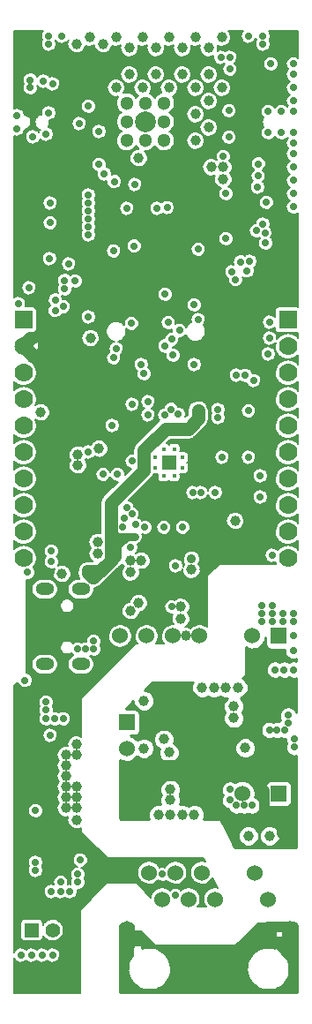
<source format=gbr>
G04 #@! TF.GenerationSoftware,KiCad,Pcbnew,5.99.0-unknown-d20d310~100~ubuntu18.04.1*
G04 #@! TF.CreationDate,2019-12-17T13:26:05+02:00*
G04 #@! TF.ProjectId,ESP32-PoE-ISO_Rev_D,45535033-322d-4506-9f45-2d49534f5f52,D*
G04 #@! TF.SameCoordinates,Original*
G04 #@! TF.FileFunction,Copper,L3,Inr*
G04 #@! TF.FilePolarity,Positive*
%FSLAX46Y46*%
G04 Gerber Fmt 4.6, Leading zero omitted, Abs format (unit mm)*
G04 Created by KiCad (PCBNEW 5.99.0-unknown-d20d310~100~ubuntu18.04.1) date 2019-12-17 13:26:05*
%MOMM*%
%LPD*%
G04 APERTURE LIST*
%ADD10C,1.300000*%
%ADD11C,2.000000*%
%ADD12O,1.600000X2.999999*%
%ADD13C,1.524000*%
%ADD14R,1.524000X1.524000*%
%ADD15R,1.400000X1.400000*%
%ADD16C,1.400000*%
%ADD17C,0.800000*%
%ADD18C,1.778000*%
%ADD19R,1.778000X1.778000*%
%ADD20R,0.400000X0.400000*%
%ADD21R,1.422400X1.422400*%
%ADD22O,1.800000X1.200000*%
%ADD23C,0.700000*%
%ADD24C,1.000000*%
%ADD25C,0.900000*%
%ADD26C,1.016000*%
%ADD27C,0.762000*%
%ADD28C,1.270000*%
%ADD29C,0.508000*%
%ADD30C,0.127000*%
%ADD31C,0.254000*%
G04 APERTURE END LIST*
D10*
X104940000Y-104235000D03*
X101340000Y-104235000D03*
X103140000Y-106035000D03*
X103140000Y-102435000D03*
X104940000Y-102435000D03*
X101340000Y-102435000D03*
X104940000Y-106035000D03*
D11*
X103140000Y-104235000D03*
D10*
X101340000Y-106035000D03*
D12*
X117000000Y-182393000D03*
X101400000Y-182393000D03*
D13*
X114915000Y-178793000D03*
X113645000Y-176253000D03*
X109835000Y-178793000D03*
X108565000Y-176253000D03*
X107295000Y-178793000D03*
X106025000Y-176253000D03*
X104755000Y-178793000D03*
X103485000Y-176253000D03*
X113411000Y-153543000D03*
D14*
X115951000Y-153543000D03*
D13*
X108331000Y-153543000D03*
X105791000Y-153543000D03*
X100711000Y-153543000D03*
X103251000Y-153543000D03*
D15*
X92209620Y-181759860D03*
D16*
X94221300Y-181757320D03*
D17*
X108077000Y-163592000D03*
X108077000Y-164592000D03*
X108077000Y-165592000D03*
X109077000Y-163592000D03*
X109077000Y-164592000D03*
X109077000Y-165592000D03*
X110077000Y-164592000D03*
X110077000Y-163592000D03*
X110077000Y-165592000D03*
D13*
X112423000Y-168656000D03*
D14*
X115923000Y-168656000D03*
D13*
X101346000Y-164318000D03*
D14*
X101346000Y-161818000D03*
D18*
X116840000Y-146080000D03*
X116840000Y-143540000D03*
X116840000Y-138460000D03*
X116840000Y-141000000D03*
X116840000Y-135920000D03*
X116840000Y-133380000D03*
D19*
X116840000Y-123220000D03*
D18*
X116840000Y-125760000D03*
X116840000Y-128300000D03*
X116840000Y-130840000D03*
X91440000Y-130840000D03*
X91440000Y-128300000D03*
X91440000Y-125760000D03*
D19*
X91440000Y-123220000D03*
D18*
X91440000Y-133380000D03*
X91440000Y-135920000D03*
X91440000Y-141000000D03*
X91440000Y-138460000D03*
X91440000Y-143540000D03*
X91440000Y-146080000D03*
D20*
X106710000Y-137406000D03*
X106710000Y-136406000D03*
X105910000Y-135606000D03*
X104910000Y-135606000D03*
X104110000Y-136406000D03*
X104110000Y-137406000D03*
X104910000Y-138206000D03*
X105910000Y-138206000D03*
D21*
X105410000Y-136906000D03*
D22*
X93476000Y-149054000D03*
X96946000Y-149054000D03*
X96946000Y-156254000D03*
X93476000Y-156254000D03*
D23*
X93853000Y-103378000D03*
X96647000Y-177165000D03*
X96647000Y-176403000D03*
X92583000Y-170307000D03*
X92583000Y-175260000D03*
X92583000Y-176022000D03*
D24*
X95123000Y-147574000D03*
X93091000Y-132080000D03*
X107061000Y-153543000D03*
D23*
X105664000Y-150749000D03*
D24*
X106553000Y-151892000D03*
X106553000Y-150749000D03*
X96520000Y-164973000D03*
X95504000Y-164973000D03*
X95504000Y-165989000D03*
X95504000Y-167005000D03*
X95504000Y-168021000D03*
X96520000Y-168021000D03*
D23*
X94996000Y-178054000D03*
X95885000Y-178054000D03*
X94107000Y-178054000D03*
X94996000Y-177165000D03*
X94234000Y-184150000D03*
X92202000Y-184150000D03*
X91186000Y-184150000D03*
X93218000Y-184150000D03*
X96647000Y-154813000D03*
X97409000Y-154813000D03*
X98171000Y-154813000D03*
X98171000Y-154051000D03*
X94424500Y-161480500D03*
X93599000Y-161480500D03*
X93599000Y-159893000D03*
D24*
X96520000Y-171196000D03*
X96520000Y-169037000D03*
X96520000Y-170053000D03*
X95504000Y-169037000D03*
X95504000Y-170053000D03*
X96520000Y-163957000D03*
D23*
X93599000Y-160655000D03*
X91567000Y-157797496D03*
D24*
X111760000Y-142494000D03*
D23*
X115316000Y-145796000D03*
X114173000Y-138176000D03*
X114173000Y-140208000D03*
X110109000Y-131826000D03*
X110109000Y-132588000D03*
X101854000Y-141859000D03*
X101346000Y-141224000D03*
X95250000Y-161480500D03*
D24*
X98679000Y-135572500D03*
D23*
X100457000Y-138049000D03*
X99060000Y-138049000D03*
X97663000Y-122936000D03*
X92075000Y-100228400D03*
X92075000Y-100965000D03*
X93853000Y-96774000D03*
X114427000Y-96774000D03*
X90805000Y-104902000D03*
X90805000Y-103632000D03*
X90932000Y-121666000D03*
X109855000Y-139785743D03*
X107696000Y-139785743D03*
X108458000Y-139785743D03*
D24*
X96520000Y-96774000D03*
D23*
X95123000Y-96012000D03*
D24*
X109474000Y-108585000D03*
D23*
X115189000Y-98679000D03*
X96393000Y-119507000D03*
X97663000Y-111252000D03*
X97663000Y-112776000D03*
X100076000Y-116600350D03*
X102044500Y-116141500D03*
D24*
X97790000Y-96139000D03*
X100330000Y-96139000D03*
X102870000Y-96139000D03*
X105410000Y-96139000D03*
X107950000Y-96139000D03*
X110490000Y-96139000D03*
D23*
X113030000Y-96012000D03*
X93853000Y-96012000D03*
D24*
X99060000Y-96774000D03*
X101600000Y-97155000D03*
X104140000Y-97155000D03*
X106680000Y-97155000D03*
X109220000Y-97155000D03*
D23*
X114427000Y-96012000D03*
X97663000Y-113538000D03*
X97663000Y-114300000D03*
X97663000Y-115062000D03*
X117348000Y-98679000D03*
X117348000Y-99695000D03*
X117348000Y-100965000D03*
X117348000Y-102235000D03*
X117348000Y-103251000D03*
X117348000Y-105283000D03*
X117348000Y-106299000D03*
X117348000Y-107315000D03*
X117348000Y-108585000D03*
X117348000Y-109855000D03*
X117348000Y-111125000D03*
X117348000Y-112395000D03*
D24*
X100330000Y-100965000D03*
X101600000Y-99695000D03*
X104140000Y-99695000D03*
X106680000Y-99695000D03*
X109220000Y-99695000D03*
X102870000Y-100965000D03*
X105410000Y-100965000D03*
X107950000Y-100965000D03*
X110490000Y-100965000D03*
X109220000Y-102235000D03*
X107950000Y-103505000D03*
X109220000Y-104775000D03*
X107950000Y-106045000D03*
D23*
X116205000Y-103251000D03*
X114935000Y-103251000D03*
X116205000Y-105283000D03*
X114935000Y-105283000D03*
D24*
X110617000Y-108585000D03*
X110617000Y-109728000D03*
D23*
X91948000Y-120142000D03*
D24*
X107569000Y-147193000D03*
D25*
X107569000Y-146177000D03*
D23*
X97663000Y-135890000D03*
X99949000Y-133350000D03*
X91821000Y-147447000D03*
X97663000Y-112014000D03*
D24*
X102489000Y-107696002D03*
X96647000Y-136144000D03*
X96647000Y-137160000D03*
D23*
X93599000Y-105410000D03*
X94477435Y-121303850D03*
X97663000Y-102743000D03*
X110871000Y-111125000D03*
X110871000Y-115442996D03*
X114688913Y-115843128D03*
D24*
X108839000Y-146177000D03*
X108839000Y-147193000D03*
X97790000Y-129413000D03*
X97790000Y-130429000D03*
X97790000Y-131445000D03*
X97790000Y-132461000D03*
X97917000Y-127254000D03*
X97917000Y-126238000D03*
D23*
X97028000Y-129921000D03*
X97028000Y-130937000D03*
X107823000Y-119888000D03*
X107823000Y-120777000D03*
X105410000Y-119888000D03*
X100584000Y-121412000D03*
X100584000Y-122174000D03*
X93281500Y-98044000D03*
D24*
X97155000Y-98044000D03*
D23*
X94043500Y-98044000D03*
D24*
X98171000Y-98044000D03*
D23*
X102743000Y-125603000D03*
X102743000Y-126365000D03*
D24*
X98171000Y-99060000D03*
D23*
X94107000Y-147447000D03*
X98171000Y-101726988D03*
X106712509Y-143129000D03*
X103091479Y-143129000D03*
X96878939Y-175028061D03*
X93980000Y-163067994D03*
X106045000Y-146812000D03*
X104902000Y-143129000D03*
X94107000Y-146431000D03*
X101727000Y-145034000D03*
X100141480Y-109960758D03*
D24*
X97853500Y-124968000D03*
D23*
X93345000Y-100330000D03*
X92329000Y-105664000D03*
X95377000Y-120269000D03*
X111155990Y-105692601D03*
X95367917Y-119442038D03*
X94107000Y-145415000D03*
X102235000Y-142875000D03*
X99187000Y-109219994D03*
X111252000Y-99187000D03*
X111155990Y-103152601D03*
X108204000Y-123190000D03*
X105332150Y-123474968D03*
X94234000Y-100584000D03*
X93980000Y-113919000D03*
X111252000Y-98044000D03*
X106410622Y-124236990D03*
X115062000Y-124968000D03*
X102743000Y-127508000D03*
X94466418Y-122311477D03*
X107823000Y-127508000D03*
X114759018Y-111965009D03*
X107823000Y-121793000D03*
X93929098Y-117348014D03*
X95758000Y-117856000D03*
X108204000Y-116459000D03*
X105029000Y-120777000D03*
X111800119Y-119360801D03*
X112259169Y-117673446D03*
X111887000Y-128523990D03*
X93980000Y-112014000D03*
X112903011Y-118514828D03*
X105791000Y-126619000D03*
X112747155Y-128552845D03*
X113157000Y-117602000D03*
X105226229Y-112447424D03*
X113538000Y-129032000D03*
X105029000Y-125730000D03*
X113918984Y-110490016D03*
X110617000Y-107569000D03*
X108204000Y-131953000D03*
X108204000Y-132715000D03*
X102108000Y-144018000D03*
X98552000Y-147447000D03*
X98044000Y-148082000D03*
X97536000Y-147279360D03*
X101346000Y-112522000D03*
X104267000Y-112522000D03*
X98679000Y-105156000D03*
X98679000Y-108331000D03*
D24*
X117284500Y-172466000D03*
X116268500Y-172466000D03*
X117284500Y-171450000D03*
X102108000Y-165989000D03*
X102108000Y-167005000D03*
X98552000Y-144526000D03*
X98552000Y-145669000D03*
X101727000Y-147447000D03*
X101727000Y-146304000D03*
X102743000Y-146304000D03*
X101727000Y-151130000D03*
X102489000Y-150368000D03*
X113030000Y-172720000D03*
X115062000Y-172720000D03*
D23*
X114622118Y-114876118D03*
X113792000Y-114681000D03*
X110393990Y-98044000D03*
X116840000Y-161163000D03*
X115049300Y-162560000D03*
X115785900Y-162560000D03*
X116522500Y-162560000D03*
X116840000Y-161899600D03*
X101790500Y-123571000D03*
D24*
X105409989Y-164719000D03*
D23*
X100330005Y-125984000D03*
X100076000Y-126873000D03*
X113030000Y-136398000D03*
X102997000Y-128397000D03*
X103378000Y-131064000D03*
X113030000Y-131953000D03*
X102108008Y-110236000D03*
X105664000Y-125095000D03*
X115062000Y-123444000D03*
X95250000Y-121950986D03*
X113982500Y-108250103D03*
X96774000Y-104394000D03*
X114427000Y-114046000D03*
X101854000Y-131318000D03*
X101854000Y-136779000D03*
X114935000Y-126492000D03*
X113967984Y-109425000D03*
X111441342Y-118615666D03*
X100965006Y-143129000D03*
X104775000Y-176402960D03*
X106044996Y-178435000D03*
D24*
X112712500Y-164274500D03*
X105537000Y-168275000D03*
X105537000Y-169291000D03*
X104902000Y-163449000D03*
X111633000Y-161417000D03*
X111633000Y-160274000D03*
D23*
X111252000Y-168275000D03*
X111252000Y-169291000D03*
X113411000Y-169799000D03*
X111887000Y-169799000D03*
X112649000Y-169799000D03*
X114300000Y-150622000D03*
X114300000Y-151384000D03*
X115316000Y-152146000D03*
X115316000Y-151384000D03*
X115316000Y-150622000D03*
X116332000Y-152146000D03*
X116332000Y-151384000D03*
X114300000Y-152146000D03*
X117348000Y-151384000D03*
X117348000Y-152146000D03*
X115570000Y-156781500D03*
X116459000Y-156781500D03*
X117348000Y-153543000D03*
X117348000Y-154940000D03*
X117348000Y-156781500D03*
X117475000Y-163449000D03*
X117475000Y-164211000D03*
D24*
X106680000Y-170688000D03*
X105537000Y-170688000D03*
X107823000Y-170688000D03*
X104394000Y-170688000D03*
X112013990Y-158496010D03*
X110871000Y-158496010D03*
X109728000Y-158496000D03*
X108585000Y-158496000D03*
X102997000Y-159766000D03*
X102977000Y-164318000D03*
X106045000Y-184150000D03*
X106045000Y-186690000D03*
X107315000Y-185420000D03*
X108585000Y-184150000D03*
X108585000Y-186690000D03*
X111125000Y-186690000D03*
X117387990Y-187387990D03*
X117387990Y-185420000D03*
X109855000Y-185420000D03*
X111125000Y-184150000D03*
X112395000Y-185420000D03*
X113538000Y-182880000D03*
X114935000Y-182880000D03*
X102870000Y-182880000D03*
X101092000Y-187325000D03*
X101092000Y-185420000D03*
X114935000Y-181483000D03*
D23*
X101092000Y-142240000D03*
X110490000Y-136398000D03*
X103378000Y-132334000D03*
X104983227Y-132378110D03*
X105578732Y-131804243D03*
X106299000Y-132270500D03*
D26*
X98552000Y-147447000D02*
X98384360Y-147279360D01*
X98384360Y-147279360D02*
X97536000Y-147279360D01*
D27*
X98044000Y-148082000D02*
X98552000Y-147574000D01*
X98552000Y-147574000D02*
X98552000Y-147447000D01*
D28*
X98552000Y-147447000D02*
X98679000Y-147447000D01*
D27*
X100330000Y-144018000D02*
X100203000Y-144145000D01*
X102108000Y-144018000D02*
X100330000Y-144018000D01*
X101346000Y-144018000D02*
X100203000Y-145161000D01*
D28*
X100203000Y-145923000D02*
X100203000Y-145161000D01*
D27*
X102108000Y-144018000D02*
X101346000Y-144018000D01*
D28*
X100203000Y-145161000D02*
X100203000Y-144145000D01*
X100203000Y-144145000D02*
X99822000Y-143764000D01*
X99822000Y-143764000D02*
X99822000Y-146304000D01*
X98679000Y-147447000D02*
X99631500Y-146494500D01*
X99822000Y-146304000D02*
X99631500Y-146494500D01*
X99631500Y-146494500D02*
X100203000Y-145923000D01*
D26*
X97536000Y-147574000D02*
X98044000Y-148082000D01*
X97536000Y-147279360D02*
X97536000Y-147574000D01*
D28*
X99504500Y-146621500D02*
X98171000Y-147955000D01*
D26*
X102108000Y-165989000D02*
X102108000Y-167005000D01*
X108077000Y-165608000D02*
X108093000Y-165592000D01*
X108093000Y-165592000D02*
X109077000Y-165592000D01*
X108077000Y-165989000D02*
X108077000Y-165608000D01*
X108077000Y-165592000D02*
X108077000Y-167005000D01*
X108077000Y-167005000D02*
X109093000Y-167005000D01*
X102108000Y-167005000D02*
X108077000Y-167005000D01*
X109093000Y-167005000D02*
X113157000Y-167005000D01*
X116268500Y-171758894D02*
X116268500Y-172466000D01*
X114525999Y-170016393D02*
X116268500Y-171758894D01*
X114525999Y-168373999D02*
X114525999Y-170016393D01*
X113157000Y-167005000D02*
X114525999Y-168373999D01*
X109077000Y-165592000D02*
X111744000Y-165592000D01*
X112395000Y-166243000D02*
X112776000Y-166624000D01*
X109093000Y-166243000D02*
X112395000Y-166243000D01*
X109093000Y-166243000D02*
X109093000Y-165608000D01*
X112776000Y-166624000D02*
X113157000Y-167005000D01*
X109093000Y-167005000D02*
X109093000Y-166243000D01*
X111744000Y-165592000D02*
X112776000Y-166624000D01*
X106823000Y-165592000D02*
X106426000Y-165989000D01*
X108077000Y-165592000D02*
X106823000Y-165592000D01*
X106426000Y-165989000D02*
X108077000Y-165989000D01*
X102108000Y-165989000D02*
X106426000Y-165989000D01*
D27*
X102870000Y-182880000D02*
X102162894Y-182880000D01*
X102162894Y-182880000D02*
X101473000Y-182880000D01*
D26*
X114935000Y-181483000D02*
X117094000Y-181483000D01*
X117094000Y-181483000D02*
X117094000Y-182880000D01*
X117094000Y-182880000D02*
X114935000Y-182880000D01*
X117387990Y-184712894D02*
X117387990Y-185420000D01*
X117387990Y-184534188D02*
X117387990Y-184712894D01*
X115733802Y-182880000D02*
X117387990Y-184534188D01*
X114935000Y-182880000D02*
X115733802Y-182880000D01*
X117387990Y-185420000D02*
X117387990Y-187387990D01*
D29*
X111125000Y-187641990D02*
X111125000Y-186690000D01*
X117133990Y-187641990D02*
X111125000Y-187641990D01*
X117387990Y-187387990D02*
X117133990Y-187641990D01*
X101408990Y-187641990D02*
X101092000Y-187325000D01*
X111125000Y-187641990D02*
X101408990Y-187641990D01*
D26*
X101092000Y-185420000D02*
X101092000Y-181746042D01*
X101092000Y-181746042D02*
X101228042Y-181610000D01*
X101228042Y-181610000D02*
X101346000Y-181610000D01*
X117387990Y-185420000D02*
X117387990Y-181522990D01*
X117348000Y-181483000D02*
X114935000Y-181483000D01*
X117387990Y-181522990D02*
X117348000Y-181483000D01*
D28*
X108204000Y-132715000D02*
X108204000Y-131953000D01*
X105092500Y-133667500D02*
X107251500Y-133667500D01*
X102997000Y-135763000D02*
X105092500Y-133667500D01*
X102997000Y-137668000D02*
X102997000Y-135763000D01*
X99822000Y-143764000D02*
X99822000Y-140843000D01*
X107251500Y-133667500D02*
X108204000Y-132715000D01*
X99822000Y-140843000D02*
X102997000Y-137668000D01*
G36*
X93256619Y-95599045D02*
G01*
X93161557Y-95792661D01*
X93127629Y-96005669D01*
X93157835Y-96219238D01*
X93240155Y-96394576D01*
X93161557Y-96554661D01*
X93127629Y-96767669D01*
X93157835Y-96981238D01*
X93249501Y-97176484D01*
X93394527Y-97336143D01*
X93580088Y-97446103D01*
X93789778Y-97496638D01*
X94005057Y-97483282D01*
X94206893Y-97407217D01*
X94377439Y-97275165D01*
X94501618Y-97098803D01*
X94568527Y-96893487D01*
X94570504Y-96667019D01*
X94507188Y-96460566D01*
X94461696Y-96393501D01*
X94490466Y-96352641D01*
X94519501Y-96414484D01*
X94664527Y-96574143D01*
X94850088Y-96684103D01*
X95059778Y-96734638D01*
X95275057Y-96721282D01*
X95476893Y-96645217D01*
X95647439Y-96513165D01*
X95754217Y-96361516D01*
X95679311Y-96529757D01*
X95644599Y-96764832D01*
X95674381Y-97000583D01*
X95766463Y-97219640D01*
X95914063Y-97405864D01*
X96106306Y-97545537D01*
X96329027Y-97628366D01*
X96565818Y-97648250D01*
X96799233Y-97603724D01*
X97012075Y-97498067D01*
X97188665Y-97339066D01*
X97315991Y-97138432D01*
X97383938Y-96913375D01*
X97599027Y-96993366D01*
X97835818Y-97013250D01*
X98069233Y-96968724D01*
X98202029Y-96902803D01*
X98214381Y-97000583D01*
X98306463Y-97219640D01*
X98454063Y-97405864D01*
X98646306Y-97545537D01*
X98869027Y-97628366D01*
X99105818Y-97648250D01*
X99339233Y-97603724D01*
X99552075Y-97498067D01*
X99728665Y-97339066D01*
X99855991Y-97138432D01*
X99923938Y-96913375D01*
X100139027Y-96993366D01*
X100375818Y-97013250D01*
X100609233Y-96968724D01*
X100768761Y-96889533D01*
X100759311Y-96910757D01*
X100724599Y-97145832D01*
X100754381Y-97381583D01*
X100846463Y-97600640D01*
X100994063Y-97786864D01*
X101186306Y-97926537D01*
X101409027Y-98009366D01*
X101645818Y-98029250D01*
X101879233Y-97984724D01*
X102092075Y-97879067D01*
X102268665Y-97720066D01*
X102395991Y-97519432D01*
X102464767Y-97291631D01*
X102467440Y-97036509D01*
X102426151Y-96888628D01*
X102456306Y-96910537D01*
X102679027Y-96993366D01*
X102915818Y-97013250D01*
X103149233Y-96968724D01*
X103308761Y-96889533D01*
X103299311Y-96910757D01*
X103264599Y-97145832D01*
X103294381Y-97381583D01*
X103386463Y-97600640D01*
X103534063Y-97786864D01*
X103726306Y-97926537D01*
X103949027Y-98009366D01*
X104185818Y-98029250D01*
X104419233Y-97984724D01*
X104632075Y-97879067D01*
X104808665Y-97720066D01*
X104935991Y-97519432D01*
X105004767Y-97291631D01*
X105007440Y-97036509D01*
X104966151Y-96888628D01*
X104996306Y-96910537D01*
X105219027Y-96993366D01*
X105455818Y-97013250D01*
X105689233Y-96968724D01*
X105848761Y-96889533D01*
X105839311Y-96910757D01*
X105804599Y-97145832D01*
X105834381Y-97381583D01*
X105926463Y-97600640D01*
X106074063Y-97786864D01*
X106266306Y-97926537D01*
X106489027Y-98009366D01*
X106725818Y-98029250D01*
X106959233Y-97984724D01*
X107172075Y-97879067D01*
X107348665Y-97720066D01*
X107475991Y-97519432D01*
X107544767Y-97291631D01*
X107547440Y-97036509D01*
X107506151Y-96888628D01*
X107536306Y-96910537D01*
X107759027Y-96993366D01*
X107995818Y-97013250D01*
X108229233Y-96968724D01*
X108388761Y-96889533D01*
X108379311Y-96910757D01*
X108344599Y-97145832D01*
X108374381Y-97381583D01*
X108466463Y-97600640D01*
X108614063Y-97786864D01*
X108806306Y-97926537D01*
X109029027Y-98009366D01*
X109265818Y-98029250D01*
X109499233Y-97984724D01*
X109692319Y-97888874D01*
X109668619Y-98037669D01*
X109698825Y-98251238D01*
X109790491Y-98446484D01*
X109935517Y-98606143D01*
X110121078Y-98716103D01*
X110330768Y-98766638D01*
X110546047Y-98753282D01*
X110746058Y-98677905D01*
X110655619Y-98774045D01*
X110560557Y-98967661D01*
X110526629Y-99180669D01*
X110556835Y-99394238D01*
X110648501Y-99589484D01*
X110793527Y-99749143D01*
X110979088Y-99859103D01*
X111188778Y-99909638D01*
X111404057Y-99896282D01*
X111605893Y-99820217D01*
X111776439Y-99688165D01*
X111900618Y-99511803D01*
X111967527Y-99306487D01*
X111969504Y-99080019D01*
X111906188Y-98873566D01*
X111785106Y-98695064D01*
X111757203Y-98672669D01*
X114463629Y-98672669D01*
X114493835Y-98886238D01*
X114585501Y-99081484D01*
X114730527Y-99241143D01*
X114916088Y-99351103D01*
X115125778Y-99401638D01*
X115341057Y-99388282D01*
X115542893Y-99312217D01*
X115713439Y-99180165D01*
X115837618Y-99003803D01*
X115904527Y-98798487D01*
X115906504Y-98572019D01*
X115843188Y-98365566D01*
X115722106Y-98187064D01*
X115553890Y-98052057D01*
X115353413Y-97972479D01*
X115138399Y-97955369D01*
X114927859Y-98002237D01*
X114740407Y-98108941D01*
X114592619Y-98266045D01*
X114497557Y-98459661D01*
X114463629Y-98672669D01*
X111757203Y-98672669D01*
X111685790Y-98615354D01*
X111776439Y-98545165D01*
X111900618Y-98368803D01*
X111967527Y-98163487D01*
X111969504Y-97937019D01*
X111906188Y-97730566D01*
X111785106Y-97552064D01*
X111616890Y-97417057D01*
X111416413Y-97337479D01*
X111201399Y-97320369D01*
X110990859Y-97367237D01*
X110818823Y-97465166D01*
X110758880Y-97417057D01*
X110558403Y-97337479D01*
X110343389Y-97320369D01*
X110132849Y-97367237D01*
X110047225Y-97415977D01*
X110084767Y-97291631D01*
X110087440Y-97036509D01*
X110046151Y-96888628D01*
X110076306Y-96910537D01*
X110299027Y-96993366D01*
X110535818Y-97013250D01*
X110769233Y-96968724D01*
X110982075Y-96863067D01*
X111158665Y-96704066D01*
X111285991Y-96503432D01*
X111354767Y-96275631D01*
X111357440Y-96020509D01*
X111293448Y-95791317D01*
X111170352Y-95588062D01*
X111094998Y-95517300D01*
X112510517Y-95517300D01*
X112433619Y-95599045D01*
X112338557Y-95792661D01*
X112304629Y-96005669D01*
X112334835Y-96219238D01*
X112426501Y-96414484D01*
X112571527Y-96574143D01*
X112757088Y-96684103D01*
X112966778Y-96734638D01*
X113182057Y-96721282D01*
X113383893Y-96645217D01*
X113554439Y-96513165D01*
X113678618Y-96336803D01*
X113727324Y-96187344D01*
X113731835Y-96219238D01*
X113814155Y-96394576D01*
X113735557Y-96554661D01*
X113701629Y-96767669D01*
X113731835Y-96981238D01*
X113823501Y-97176484D01*
X113968527Y-97336143D01*
X114154088Y-97446103D01*
X114363778Y-97496638D01*
X114579057Y-97483282D01*
X114780893Y-97407217D01*
X114951439Y-97275165D01*
X115075618Y-97098803D01*
X115142527Y-96893487D01*
X115144504Y-96667019D01*
X115081188Y-96460566D01*
X115035696Y-96393501D01*
X115075618Y-96336803D01*
X115142527Y-96131487D01*
X115144504Y-95905019D01*
X115081188Y-95698566D01*
X114960106Y-95520064D01*
X114956662Y-95517300D01*
X117782701Y-95517300D01*
X117782701Y-98108086D01*
X117712890Y-98052057D01*
X117512413Y-97972479D01*
X117297399Y-97955369D01*
X117086859Y-98002237D01*
X116899407Y-98108941D01*
X116751619Y-98266045D01*
X116656557Y-98459661D01*
X116622629Y-98672669D01*
X116652835Y-98886238D01*
X116744502Y-99081484D01*
X116840682Y-99187368D01*
X116751619Y-99282045D01*
X116656557Y-99475661D01*
X116622629Y-99688669D01*
X116652835Y-99902238D01*
X116744501Y-100097484D01*
X116889527Y-100257143D01*
X117012974Y-100330295D01*
X116899407Y-100394941D01*
X116751619Y-100552045D01*
X116656557Y-100745661D01*
X116622629Y-100958669D01*
X116652835Y-101172238D01*
X116744501Y-101367484D01*
X116889527Y-101527143D01*
X117012974Y-101600295D01*
X116899407Y-101664941D01*
X116751619Y-101822045D01*
X116656557Y-102015661D01*
X116622629Y-102228669D01*
X116652835Y-102442238D01*
X116744502Y-102637484D01*
X116840682Y-102743368D01*
X116774896Y-102813301D01*
X116738106Y-102759064D01*
X116569890Y-102624057D01*
X116369413Y-102544479D01*
X116154399Y-102527369D01*
X115943859Y-102574237D01*
X115756407Y-102680941D01*
X115608619Y-102838045D01*
X115572114Y-102912395D01*
X115468106Y-102759064D01*
X115299890Y-102624057D01*
X115099413Y-102544479D01*
X114884399Y-102527369D01*
X114673859Y-102574237D01*
X114486407Y-102680941D01*
X114338619Y-102838045D01*
X114243557Y-103031661D01*
X114209629Y-103244669D01*
X114239835Y-103458238D01*
X114331501Y-103653484D01*
X114476527Y-103813143D01*
X114494414Y-103823743D01*
X114425430Y-103918692D01*
X114358713Y-104087197D01*
X114335999Y-104267000D01*
X114358713Y-104446803D01*
X114425430Y-104615308D01*
X114493451Y-104708931D01*
X114486407Y-104712941D01*
X114338619Y-104870045D01*
X114243557Y-105063661D01*
X114209629Y-105276669D01*
X114239835Y-105490238D01*
X114331501Y-105685484D01*
X114476527Y-105845143D01*
X114662088Y-105955103D01*
X114871778Y-106005638D01*
X115087057Y-105992282D01*
X115288893Y-105916217D01*
X115459439Y-105784165D01*
X115572466Y-105623641D01*
X115601501Y-105685484D01*
X115746527Y-105845143D01*
X115932088Y-105955103D01*
X116141778Y-106005638D01*
X116357057Y-105992282D01*
X116558893Y-105916217D01*
X116729439Y-105784165D01*
X116775158Y-105719234D01*
X116840682Y-105791368D01*
X116751619Y-105886045D01*
X116656557Y-106079661D01*
X116622629Y-106292669D01*
X116652835Y-106506238D01*
X116744502Y-106701484D01*
X116840682Y-106807368D01*
X116751619Y-106902045D01*
X116656557Y-107095661D01*
X116622629Y-107308669D01*
X116652835Y-107522238D01*
X116744501Y-107717484D01*
X116889527Y-107877143D01*
X117012974Y-107950295D01*
X116899407Y-108014941D01*
X116751619Y-108172045D01*
X116656557Y-108365661D01*
X116622629Y-108578669D01*
X116652835Y-108792238D01*
X116744501Y-108987484D01*
X116889527Y-109147143D01*
X117012974Y-109220295D01*
X116899407Y-109284941D01*
X116751619Y-109442045D01*
X116656557Y-109635661D01*
X116622629Y-109848669D01*
X116652835Y-110062238D01*
X116744501Y-110257484D01*
X116889527Y-110417143D01*
X117012974Y-110490295D01*
X116899407Y-110554941D01*
X116751619Y-110712045D01*
X116656557Y-110905661D01*
X116622629Y-111118669D01*
X116652835Y-111332238D01*
X116744501Y-111527484D01*
X116889527Y-111687143D01*
X117012974Y-111760295D01*
X116899407Y-111824941D01*
X116751619Y-111982045D01*
X116656557Y-112175661D01*
X116622629Y-112388669D01*
X116652835Y-112602238D01*
X116744501Y-112797484D01*
X116889527Y-112957143D01*
X117075088Y-113067103D01*
X117284778Y-113117638D01*
X117500057Y-113104282D01*
X117701893Y-113028217D01*
X117782701Y-112965648D01*
X117782701Y-121967186D01*
X117735156Y-121957729D01*
X115944844Y-121957729D01*
X115807687Y-121985011D01*
X115686192Y-122066192D01*
X115605011Y-122187687D01*
X115577729Y-122324844D01*
X115577729Y-122938118D01*
X115426890Y-122817057D01*
X115226413Y-122737479D01*
X115011399Y-122720369D01*
X114800859Y-122767237D01*
X114613407Y-122873941D01*
X114465619Y-123031045D01*
X114370557Y-123224661D01*
X114336629Y-123437669D01*
X114366835Y-123651238D01*
X114458501Y-123846484D01*
X114603527Y-124006143D01*
X114789088Y-124116103D01*
X114998778Y-124166638D01*
X115214057Y-124153282D01*
X115415893Y-124077217D01*
X115577729Y-123951909D01*
X115577729Y-124115156D01*
X115605011Y-124252313D01*
X115686192Y-124373808D01*
X115807687Y-124454989D01*
X115944844Y-124482271D01*
X117735156Y-124482271D01*
X117782701Y-124472814D01*
X117782701Y-124929355D01*
X117697236Y-124834270D01*
X117514181Y-124693553D01*
X117308546Y-124588550D01*
X117087221Y-124522780D01*
X116857615Y-124498446D01*
X116627421Y-124516360D01*
X116404345Y-124575925D01*
X116195860Y-124675144D01*
X116008946Y-124810695D01*
X115849866Y-124978039D01*
X115776397Y-125090955D01*
X115777527Y-125087487D01*
X115779504Y-124861019D01*
X115716188Y-124654566D01*
X115595106Y-124476064D01*
X115426890Y-124341057D01*
X115226413Y-124261479D01*
X115011399Y-124244369D01*
X114800859Y-124291237D01*
X114613407Y-124397941D01*
X114465619Y-124555045D01*
X114370557Y-124748661D01*
X114336629Y-124961669D01*
X114366835Y-125175238D01*
X114458501Y-125370484D01*
X114603527Y-125530143D01*
X114789088Y-125640103D01*
X114998778Y-125690638D01*
X115214057Y-125677282D01*
X115415893Y-125601217D01*
X115586439Y-125469165D01*
X115630860Y-125406077D01*
X115587198Y-125610613D01*
X115580953Y-125841419D01*
X115616872Y-126069498D01*
X115693756Y-126287214D01*
X115809027Y-126487272D01*
X115958825Y-126662973D01*
X116138134Y-126808434D01*
X116340949Y-126918783D01*
X116560477Y-126990324D01*
X116789366Y-127020661D01*
X117019952Y-127008779D01*
X117244510Y-126955074D01*
X117455522Y-126861345D01*
X117645919Y-126730734D01*
X117782701Y-126594190D01*
X117782701Y-127469355D01*
X117697236Y-127374270D01*
X117514181Y-127233553D01*
X117308546Y-127128550D01*
X117087221Y-127062780D01*
X116857615Y-127038446D01*
X116627421Y-127056360D01*
X116404345Y-127115925D01*
X116195860Y-127215144D01*
X116008946Y-127350695D01*
X115849866Y-127518039D01*
X115723944Y-127711571D01*
X115635400Y-127924809D01*
X115587198Y-128150613D01*
X115580953Y-128381419D01*
X115616872Y-128609498D01*
X115693756Y-128827214D01*
X115809027Y-129027272D01*
X115958825Y-129202973D01*
X116138134Y-129348434D01*
X116340949Y-129458783D01*
X116560477Y-129530324D01*
X116789366Y-129560661D01*
X117019952Y-129548779D01*
X117244510Y-129495074D01*
X117455522Y-129401345D01*
X117645919Y-129270734D01*
X117782701Y-129134190D01*
X117782701Y-130009355D01*
X117697236Y-129914270D01*
X117514181Y-129773553D01*
X117308546Y-129668550D01*
X117087221Y-129602780D01*
X116857615Y-129578446D01*
X116627421Y-129596360D01*
X116404345Y-129655925D01*
X116195860Y-129755144D01*
X116008946Y-129890695D01*
X115849866Y-130058039D01*
X115723944Y-130251571D01*
X115635400Y-130464809D01*
X115587198Y-130690613D01*
X115580953Y-130921419D01*
X115616872Y-131149498D01*
X115693756Y-131367214D01*
X115809027Y-131567272D01*
X115958825Y-131742973D01*
X116138134Y-131888434D01*
X116340949Y-131998783D01*
X116560477Y-132070324D01*
X116789366Y-132100661D01*
X117019952Y-132088779D01*
X117244510Y-132035074D01*
X117455522Y-131941345D01*
X117645919Y-131810734D01*
X117782701Y-131674190D01*
X117782701Y-132549355D01*
X117697236Y-132454270D01*
X117514181Y-132313553D01*
X117308546Y-132208550D01*
X117087221Y-132142780D01*
X116857615Y-132118446D01*
X116627421Y-132136360D01*
X116404345Y-132195925D01*
X116195860Y-132295144D01*
X116008946Y-132430695D01*
X115849866Y-132598039D01*
X115723944Y-132791571D01*
X115635400Y-133004809D01*
X115587198Y-133230613D01*
X115580953Y-133461419D01*
X115616872Y-133689498D01*
X115693756Y-133907214D01*
X115809027Y-134107272D01*
X115958825Y-134282973D01*
X116138134Y-134428434D01*
X116340949Y-134538783D01*
X116560477Y-134610324D01*
X116789366Y-134640661D01*
X117019952Y-134628779D01*
X117244510Y-134575074D01*
X117455522Y-134481345D01*
X117645919Y-134350734D01*
X117782701Y-134214190D01*
X117782701Y-135089355D01*
X117697236Y-134994270D01*
X117514181Y-134853553D01*
X117308546Y-134748550D01*
X117087221Y-134682780D01*
X116857615Y-134658446D01*
X116627421Y-134676360D01*
X116404345Y-134735925D01*
X116195860Y-134835144D01*
X116008946Y-134970695D01*
X115849866Y-135138039D01*
X115723944Y-135331571D01*
X115635400Y-135544809D01*
X115587198Y-135770613D01*
X115580953Y-136001419D01*
X115616872Y-136229498D01*
X115693756Y-136447214D01*
X115809027Y-136647272D01*
X115958825Y-136822973D01*
X116138134Y-136968434D01*
X116340949Y-137078783D01*
X116560477Y-137150324D01*
X116789366Y-137180661D01*
X117019952Y-137168779D01*
X117244510Y-137115074D01*
X117455522Y-137021345D01*
X117645919Y-136890734D01*
X117782701Y-136754190D01*
X117782701Y-137629355D01*
X117697236Y-137534270D01*
X117514181Y-137393553D01*
X117308546Y-137288550D01*
X117087221Y-137222780D01*
X116857615Y-137198446D01*
X116627421Y-137216360D01*
X116404345Y-137275925D01*
X116195860Y-137375144D01*
X116008946Y-137510695D01*
X115849866Y-137678039D01*
X115723944Y-137871571D01*
X115635400Y-138084809D01*
X115587198Y-138310613D01*
X115580953Y-138541419D01*
X115616872Y-138769498D01*
X115693756Y-138987214D01*
X115809027Y-139187272D01*
X115958825Y-139362973D01*
X116138134Y-139508434D01*
X116340949Y-139618783D01*
X116560477Y-139690324D01*
X116789366Y-139720661D01*
X117019952Y-139708779D01*
X117244510Y-139655074D01*
X117455522Y-139561345D01*
X117645919Y-139430734D01*
X117782701Y-139294190D01*
X117782701Y-140169355D01*
X117697236Y-140074270D01*
X117514181Y-139933553D01*
X117308546Y-139828550D01*
X117087221Y-139762780D01*
X116857615Y-139738446D01*
X116627421Y-139756360D01*
X116404345Y-139815925D01*
X116195860Y-139915144D01*
X116008946Y-140050695D01*
X115849866Y-140218039D01*
X115723944Y-140411571D01*
X115635400Y-140624809D01*
X115587198Y-140850613D01*
X115580953Y-141081419D01*
X115616872Y-141309498D01*
X115693756Y-141527214D01*
X115809027Y-141727272D01*
X115958825Y-141902973D01*
X116138134Y-142048434D01*
X116340949Y-142158783D01*
X116560477Y-142230324D01*
X116789366Y-142260661D01*
X117019952Y-142248779D01*
X117244510Y-142195074D01*
X117455522Y-142101345D01*
X117645919Y-141970734D01*
X117782701Y-141834190D01*
X117782700Y-142709354D01*
X117697236Y-142614270D01*
X117514181Y-142473553D01*
X117308546Y-142368550D01*
X117087221Y-142302780D01*
X116857615Y-142278446D01*
X116627421Y-142296360D01*
X116404345Y-142355925D01*
X116195860Y-142455144D01*
X116008946Y-142590695D01*
X115849866Y-142758039D01*
X115723944Y-142951571D01*
X115635400Y-143164809D01*
X115587198Y-143390613D01*
X115580953Y-143621419D01*
X115616872Y-143849498D01*
X115693756Y-144067214D01*
X115809027Y-144267272D01*
X115958825Y-144442973D01*
X116138134Y-144588434D01*
X116340949Y-144698783D01*
X116560477Y-144770324D01*
X116789366Y-144800661D01*
X117019952Y-144788779D01*
X117244510Y-144735074D01*
X117455522Y-144641345D01*
X117645919Y-144510734D01*
X117782700Y-144374191D01*
X117782700Y-145249354D01*
X117697236Y-145154270D01*
X117514181Y-145013553D01*
X117308546Y-144908550D01*
X117087221Y-144842780D01*
X116857615Y-144818446D01*
X116627421Y-144836360D01*
X116404345Y-144895925D01*
X116195860Y-144995144D01*
X116008946Y-145130695D01*
X115849866Y-145298039D01*
X115847030Y-145302398D01*
X115680890Y-145169057D01*
X115480413Y-145089479D01*
X115265399Y-145072369D01*
X115054859Y-145119237D01*
X114867407Y-145225941D01*
X114719619Y-145383045D01*
X114624557Y-145576661D01*
X114590629Y-145789669D01*
X114620835Y-146003238D01*
X114712501Y-146198484D01*
X114857527Y-146358143D01*
X115043088Y-146468103D01*
X115252778Y-146518638D01*
X115468057Y-146505282D01*
X115635479Y-146442187D01*
X115693756Y-146607214D01*
X115702564Y-146622500D01*
X110210112Y-146622500D01*
X109055900Y-147776712D01*
X109055900Y-152670239D01*
X109054324Y-152668652D01*
X108870720Y-152544809D01*
X108666557Y-152458988D01*
X108449614Y-152414455D01*
X108228153Y-152412910D01*
X108010610Y-152454408D01*
X107805270Y-152537371D01*
X107619954Y-152658638D01*
X107488235Y-152787627D01*
X107357548Y-152719306D01*
X107125116Y-152669902D01*
X106909271Y-152683481D01*
X107045075Y-152616067D01*
X107221665Y-152457066D01*
X107348991Y-152256432D01*
X107417767Y-152028631D01*
X107420440Y-151773509D01*
X107356448Y-151544317D01*
X107233352Y-151341062D01*
X107212955Y-151321908D01*
X107221665Y-151314066D01*
X107348991Y-151113432D01*
X107417767Y-150885631D01*
X107420440Y-150630509D01*
X107356448Y-150401317D01*
X107233352Y-150198062D01*
X107060131Y-150035397D01*
X106849548Y-149925306D01*
X106617116Y-149875902D01*
X106379961Y-149890822D01*
X106155555Y-149968969D01*
X105969314Y-150098409D01*
X105828413Y-150042479D01*
X105613399Y-150025369D01*
X105402859Y-150072237D01*
X105215407Y-150178941D01*
X105067619Y-150336045D01*
X104972557Y-150529661D01*
X104938629Y-150742669D01*
X104968835Y-150956238D01*
X105060501Y-151151484D01*
X105205527Y-151311143D01*
X105391088Y-151421103D01*
X105600778Y-151471638D01*
X105796121Y-151459519D01*
X105712311Y-151647757D01*
X105677599Y-151882832D01*
X105707381Y-152118583D01*
X105799463Y-152337640D01*
X105860072Y-152414109D01*
X105688153Y-152412910D01*
X105470610Y-152454408D01*
X105265270Y-152537371D01*
X105079954Y-152658638D01*
X104921723Y-152813590D01*
X104796601Y-152996325D01*
X104709357Y-153199882D01*
X104663312Y-153416510D01*
X104660220Y-153637954D01*
X104700198Y-153855782D01*
X104781725Y-154061697D01*
X104898245Y-154242500D01*
X104139619Y-154242500D01*
X104237669Y-154103505D01*
X104327747Y-153901186D01*
X104376910Y-153684793D01*
X104380431Y-153432699D01*
X104337328Y-153215018D01*
X104252934Y-153010262D01*
X104130376Y-152825798D01*
X103974324Y-152668652D01*
X103790720Y-152544809D01*
X103586557Y-152458988D01*
X103369614Y-152414455D01*
X103148153Y-152412910D01*
X102930610Y-152454408D01*
X102725270Y-152537371D01*
X102539954Y-152658638D01*
X102381723Y-152813590D01*
X102256601Y-152996325D01*
X102169357Y-153199882D01*
X102123312Y-153416510D01*
X102120220Y-153637954D01*
X102160198Y-153855782D01*
X102241725Y-154061697D01*
X102358245Y-154242500D01*
X102209112Y-154242500D01*
X96978200Y-159473412D01*
X96978200Y-163217816D01*
X96816548Y-163133306D01*
X96584116Y-163083902D01*
X96346961Y-163098822D01*
X96122555Y-163176969D01*
X95927429Y-163312584D01*
X95775962Y-163495677D01*
X95679311Y-163712757D01*
X95644599Y-163947832D01*
X95666450Y-164120803D01*
X95568116Y-164099902D01*
X95330961Y-164114822D01*
X95106555Y-164192969D01*
X94911429Y-164328584D01*
X94759962Y-164511677D01*
X94663311Y-164728757D01*
X94628599Y-164963832D01*
X94658381Y-165199583D01*
X94750463Y-165418640D01*
X94799247Y-165480190D01*
X94759962Y-165527677D01*
X94663311Y-165744757D01*
X94628599Y-165979832D01*
X94658381Y-166215583D01*
X94750463Y-166434640D01*
X94799247Y-166496190D01*
X94759962Y-166543677D01*
X94663311Y-166760757D01*
X94628599Y-166995832D01*
X94658381Y-167231583D01*
X94750463Y-167450640D01*
X94799247Y-167512190D01*
X94759962Y-167559677D01*
X94663311Y-167776757D01*
X94628599Y-168011832D01*
X94658381Y-168247583D01*
X94750463Y-168466640D01*
X94799247Y-168528190D01*
X94759962Y-168575677D01*
X94663311Y-168792757D01*
X94628599Y-169027832D01*
X94658381Y-169263583D01*
X94750463Y-169482640D01*
X94799247Y-169544190D01*
X94759962Y-169591677D01*
X94663311Y-169808757D01*
X94628599Y-170043832D01*
X94658381Y-170279583D01*
X94750463Y-170498640D01*
X94898063Y-170684864D01*
X95090306Y-170824537D01*
X95313027Y-170907366D01*
X95549818Y-170927250D01*
X95703254Y-170897981D01*
X95679311Y-170951757D01*
X95644599Y-171186832D01*
X95674381Y-171422583D01*
X95766463Y-171641640D01*
X95914063Y-171827864D01*
X96106306Y-171967537D01*
X96329027Y-172050366D01*
X96565818Y-172070250D01*
X96799233Y-172025724D01*
X96978200Y-171936883D01*
X96978200Y-172352188D01*
X99465912Y-174839900D01*
X108698656Y-174839900D01*
X108857730Y-175160197D01*
X108683614Y-175124455D01*
X108462153Y-175122910D01*
X108244610Y-175164408D01*
X108039270Y-175247371D01*
X107853954Y-175368638D01*
X107695723Y-175523590D01*
X107570601Y-175706325D01*
X107483357Y-175909882D01*
X107437312Y-176126510D01*
X107434220Y-176347954D01*
X107474198Y-176565782D01*
X107555725Y-176771697D01*
X107675695Y-176957854D01*
X107829539Y-177117163D01*
X108011396Y-177243557D01*
X108214340Y-177332221D01*
X108430640Y-177379778D01*
X108652058Y-177384417D01*
X108870160Y-177345959D01*
X109076638Y-177265871D01*
X109263628Y-177147204D01*
X109424008Y-176994476D01*
X109551669Y-176813505D01*
X109611782Y-176678489D01*
X110118239Y-177698248D01*
X109953614Y-177664455D01*
X109732153Y-177662910D01*
X109514610Y-177704408D01*
X109309270Y-177787371D01*
X109123954Y-177908638D01*
X108965723Y-178063590D01*
X108840601Y-178246325D01*
X108753357Y-178449882D01*
X108707312Y-178666510D01*
X108704220Y-178887954D01*
X108744198Y-179105782D01*
X108825725Y-179311697D01*
X108945695Y-179497854D01*
X108962736Y-179515500D01*
X108167394Y-179515500D01*
X108281669Y-179353505D01*
X108371747Y-179151186D01*
X108420910Y-178934793D01*
X108424431Y-178682699D01*
X108381328Y-178465018D01*
X108296934Y-178260262D01*
X108174376Y-178075798D01*
X108018324Y-177918652D01*
X107834720Y-177794809D01*
X107630557Y-177708988D01*
X107413614Y-177664455D01*
X107192153Y-177662910D01*
X106974610Y-177704408D01*
X106769270Y-177787371D01*
X106583954Y-177908638D01*
X106561998Y-177930139D01*
X106409886Y-177808057D01*
X106209409Y-177728479D01*
X105994395Y-177711369D01*
X105783855Y-177758237D01*
X105596403Y-177864941D01*
X105513015Y-177953586D01*
X105478324Y-177918652D01*
X105294720Y-177794809D01*
X105090557Y-177708988D01*
X104873614Y-177664455D01*
X104652153Y-177662910D01*
X104434610Y-177704408D01*
X104229270Y-177787371D01*
X104043954Y-177908638D01*
X103885723Y-178063590D01*
X103760601Y-178246325D01*
X103673357Y-178449882D01*
X103639685Y-178608297D01*
X102260888Y-177229500D01*
X99415112Y-177229500D01*
X96838500Y-179806112D01*
X96838500Y-187782700D01*
X90517300Y-187782700D01*
X90517300Y-184413608D01*
X90582501Y-184552484D01*
X90727527Y-184712143D01*
X90913088Y-184822103D01*
X91122778Y-184872638D01*
X91338057Y-184859282D01*
X91539893Y-184783217D01*
X91697347Y-184661303D01*
X91743527Y-184712143D01*
X91929088Y-184822103D01*
X92138778Y-184872638D01*
X92354057Y-184859282D01*
X92555893Y-184783217D01*
X92713347Y-184661303D01*
X92759527Y-184712143D01*
X92945088Y-184822103D01*
X93154778Y-184872638D01*
X93370057Y-184859282D01*
X93571893Y-184783217D01*
X93729347Y-184661303D01*
X93775527Y-184712143D01*
X93961088Y-184822103D01*
X94170778Y-184872638D01*
X94386057Y-184859282D01*
X94587893Y-184783217D01*
X94758439Y-184651165D01*
X94882618Y-184474803D01*
X94949527Y-184269487D01*
X94951504Y-184043019D01*
X94888188Y-183836566D01*
X94767106Y-183658064D01*
X94598890Y-183523057D01*
X94398413Y-183443479D01*
X94183399Y-183426369D01*
X93972859Y-183473237D01*
X93785407Y-183579941D01*
X93728776Y-183640142D01*
X93582890Y-183523057D01*
X93382413Y-183443479D01*
X93167399Y-183426369D01*
X92956859Y-183473237D01*
X92769407Y-183579941D01*
X92712776Y-183640142D01*
X92566890Y-183523057D01*
X92366413Y-183443479D01*
X92151399Y-183426369D01*
X91940859Y-183473237D01*
X91753407Y-183579941D01*
X91696776Y-183640142D01*
X91550890Y-183523057D01*
X91350413Y-183443479D01*
X91135399Y-183426369D01*
X90924859Y-183473237D01*
X90737407Y-183579941D01*
X90589619Y-183737045D01*
X90517300Y-183884340D01*
X90517300Y-181053704D01*
X91136349Y-181053704D01*
X91136349Y-182466016D01*
X91163631Y-182603173D01*
X91244812Y-182724668D01*
X91366307Y-182805849D01*
X91503464Y-182833131D01*
X92915776Y-182833131D01*
X93052933Y-182805849D01*
X93174428Y-182724668D01*
X93255609Y-182603173D01*
X93282891Y-182466016D01*
X93282891Y-182265830D01*
X93338237Y-182366504D01*
X93478767Y-182531626D01*
X93649629Y-182665118D01*
X93843844Y-182761527D01*
X94053477Y-182816914D01*
X94269966Y-182829018D01*
X94484467Y-182797343D01*
X94688217Y-182723185D01*
X94872894Y-182609570D01*
X95030954Y-182461142D01*
X95155940Y-182283962D01*
X95242747Y-182085270D01*
X95287851Y-181873074D01*
X95288633Y-181649014D01*
X95245012Y-181436508D01*
X95159594Y-181237214D01*
X95035849Y-181059167D01*
X94878828Y-180909639D01*
X94694949Y-180794739D01*
X94491720Y-180719159D01*
X94277446Y-180685987D01*
X94060878Y-180696580D01*
X93850863Y-180750502D01*
X93655981Y-180845553D01*
X93484191Y-180977848D01*
X93342512Y-181141986D01*
X93282891Y-181248664D01*
X93282891Y-181053704D01*
X93255609Y-180916547D01*
X93174428Y-180795052D01*
X93052933Y-180713871D01*
X92915776Y-180686589D01*
X91503464Y-180686589D01*
X91366307Y-180713871D01*
X91244812Y-180795052D01*
X91163631Y-180916547D01*
X91136349Y-181053704D01*
X90517300Y-181053704D01*
X90517300Y-178047669D01*
X93381629Y-178047669D01*
X93411835Y-178261238D01*
X93503501Y-178456484D01*
X93648527Y-178616143D01*
X93834088Y-178726103D01*
X94043778Y-178776638D01*
X94259057Y-178763282D01*
X94460893Y-178687217D01*
X94546114Y-178621231D01*
X94723088Y-178726103D01*
X94932778Y-178776638D01*
X95148057Y-178763282D01*
X95349893Y-178687217D01*
X95435114Y-178621231D01*
X95612088Y-178726103D01*
X95821778Y-178776638D01*
X96037057Y-178763282D01*
X96238893Y-178687217D01*
X96409439Y-178555165D01*
X96533618Y-178378803D01*
X96600527Y-178173487D01*
X96602504Y-177947019D01*
X96584283Y-177887607D01*
X96799057Y-177874282D01*
X97000893Y-177798217D01*
X97171439Y-177666165D01*
X97295618Y-177489803D01*
X97362527Y-177284487D01*
X97364504Y-177058019D01*
X97301188Y-176851566D01*
X97255696Y-176784501D01*
X97295618Y-176727803D01*
X97362527Y-176522487D01*
X97364050Y-176347954D01*
X102354220Y-176347954D01*
X102394198Y-176565782D01*
X102475725Y-176771697D01*
X102595695Y-176957854D01*
X102749539Y-177117163D01*
X102931396Y-177243557D01*
X103134340Y-177332221D01*
X103350640Y-177379778D01*
X103572058Y-177384417D01*
X103790160Y-177345959D01*
X103996638Y-177265871D01*
X104183628Y-177147204D01*
X104344008Y-176994475D01*
X104350519Y-176985246D01*
X104502088Y-177075063D01*
X104711778Y-177125598D01*
X104927057Y-177112242D01*
X105128893Y-177036177D01*
X105176062Y-176999654D01*
X105289539Y-177117163D01*
X105471396Y-177243557D01*
X105674340Y-177332221D01*
X105890640Y-177379778D01*
X106112058Y-177384417D01*
X106330160Y-177345959D01*
X106536638Y-177265871D01*
X106723628Y-177147204D01*
X106884008Y-176994476D01*
X107011669Y-176813505D01*
X107101747Y-176611186D01*
X107150910Y-176394793D01*
X107154431Y-176142699D01*
X107111328Y-175925018D01*
X107026934Y-175720262D01*
X106904376Y-175535798D01*
X106748324Y-175378652D01*
X106564720Y-175254809D01*
X106360557Y-175168988D01*
X106143614Y-175124455D01*
X105922153Y-175122910D01*
X105704610Y-175164408D01*
X105499270Y-175247371D01*
X105313954Y-175368638D01*
X105155723Y-175523590D01*
X105030601Y-175706325D01*
X105020964Y-175728810D01*
X104939413Y-175696439D01*
X104724399Y-175679329D01*
X104513859Y-175726197D01*
X104494032Y-175737483D01*
X104486934Y-175720262D01*
X104364376Y-175535798D01*
X104208324Y-175378652D01*
X104024720Y-175254809D01*
X103820557Y-175168988D01*
X103603614Y-175124455D01*
X103382153Y-175122910D01*
X103164610Y-175164408D01*
X102959270Y-175247371D01*
X102773954Y-175368638D01*
X102615723Y-175523590D01*
X102490601Y-175706325D01*
X102403357Y-175909882D01*
X102357312Y-176126510D01*
X102354220Y-176347954D01*
X97364050Y-176347954D01*
X97364504Y-176296019D01*
X97301188Y-176089566D01*
X97180106Y-175911064D01*
X97011890Y-175776057D01*
X96930125Y-175743601D01*
X97030996Y-175737343D01*
X97232832Y-175661278D01*
X97403378Y-175529226D01*
X97527557Y-175352864D01*
X97594466Y-175147548D01*
X97596443Y-174921080D01*
X97533127Y-174714627D01*
X97412045Y-174536125D01*
X97243829Y-174401118D01*
X97043352Y-174321540D01*
X96828338Y-174304430D01*
X96617798Y-174351298D01*
X96430346Y-174458002D01*
X96282558Y-174615106D01*
X96187496Y-174808722D01*
X96153568Y-175021730D01*
X96183774Y-175235299D01*
X96275440Y-175430545D01*
X96420466Y-175590204D01*
X96577888Y-175683490D01*
X96385859Y-175726237D01*
X96198407Y-175832941D01*
X96050619Y-175990045D01*
X95955557Y-176183661D01*
X95921629Y-176396669D01*
X95951835Y-176610238D01*
X96034155Y-176785576D01*
X95955557Y-176945661D01*
X95921629Y-177158669D01*
X95947183Y-177339344D01*
X95834399Y-177330369D01*
X95685794Y-177363450D01*
X95711527Y-177284487D01*
X95713504Y-177058019D01*
X95650188Y-176851566D01*
X95529106Y-176673064D01*
X95360890Y-176538057D01*
X95160413Y-176458479D01*
X94945399Y-176441369D01*
X94734859Y-176488237D01*
X94547407Y-176594941D01*
X94399619Y-176752045D01*
X94304557Y-176945661D01*
X94270629Y-177158669D01*
X94298875Y-177358380D01*
X94271413Y-177347479D01*
X94056399Y-177330369D01*
X93845859Y-177377237D01*
X93658407Y-177483941D01*
X93510619Y-177641045D01*
X93415557Y-177834661D01*
X93381629Y-178047669D01*
X90517300Y-178047669D01*
X90517300Y-175253669D01*
X91857629Y-175253669D01*
X91887835Y-175467238D01*
X91970155Y-175642576D01*
X91891557Y-175802661D01*
X91857629Y-176015669D01*
X91887835Y-176229238D01*
X91979501Y-176424484D01*
X92124527Y-176584143D01*
X92310088Y-176694103D01*
X92519778Y-176744638D01*
X92735057Y-176731282D01*
X92936893Y-176655217D01*
X93107439Y-176523165D01*
X93231618Y-176346803D01*
X93298527Y-176141487D01*
X93300504Y-175915019D01*
X93237188Y-175708566D01*
X93191696Y-175641501D01*
X93231618Y-175584803D01*
X93298527Y-175379487D01*
X93300504Y-175153019D01*
X93237188Y-174946566D01*
X93116106Y-174768064D01*
X92947890Y-174633057D01*
X92747413Y-174553479D01*
X92532399Y-174536369D01*
X92321859Y-174583237D01*
X92134407Y-174689941D01*
X91986619Y-174847045D01*
X91891557Y-175040661D01*
X91857629Y-175253669D01*
X90517300Y-175253669D01*
X90517300Y-170300669D01*
X91857629Y-170300669D01*
X91887835Y-170514238D01*
X91979501Y-170709484D01*
X92124527Y-170869143D01*
X92310088Y-170979103D01*
X92519778Y-171029638D01*
X92735057Y-171016282D01*
X92936893Y-170940217D01*
X93107439Y-170808165D01*
X93231618Y-170631803D01*
X93298527Y-170426487D01*
X93300504Y-170200019D01*
X93237188Y-169993566D01*
X93116106Y-169815064D01*
X92947890Y-169680057D01*
X92747413Y-169600479D01*
X92532399Y-169583369D01*
X92321859Y-169630237D01*
X92134407Y-169736941D01*
X91986619Y-169894045D01*
X91891557Y-170087661D01*
X91857629Y-170300669D01*
X90517300Y-170300669D01*
X90517300Y-163061663D01*
X93254629Y-163061663D01*
X93284835Y-163275232D01*
X93376501Y-163470478D01*
X93521527Y-163630137D01*
X93707088Y-163740097D01*
X93916778Y-163790632D01*
X94132057Y-163777276D01*
X94333893Y-163701211D01*
X94504439Y-163569159D01*
X94628618Y-163392797D01*
X94695527Y-163187481D01*
X94697504Y-162961013D01*
X94634188Y-162754560D01*
X94513106Y-162576058D01*
X94344890Y-162441051D01*
X94144413Y-162361473D01*
X93929399Y-162344363D01*
X93718859Y-162391231D01*
X93531407Y-162497935D01*
X93383619Y-162655039D01*
X93288557Y-162848655D01*
X93254629Y-163061663D01*
X90517300Y-163061663D01*
X90517300Y-159886669D01*
X92873629Y-159886669D01*
X92903835Y-160100238D01*
X92986155Y-160275576D01*
X92907557Y-160435661D01*
X92873629Y-160648669D01*
X92903835Y-160862238D01*
X92995502Y-161057484D01*
X93003648Y-161066451D01*
X93002619Y-161067545D01*
X92907557Y-161261161D01*
X92873629Y-161474169D01*
X92903835Y-161687738D01*
X92995501Y-161882984D01*
X93140527Y-162042643D01*
X93326088Y-162152603D01*
X93535778Y-162203138D01*
X93751057Y-162189782D01*
X93952893Y-162113717D01*
X94010584Y-162069047D01*
X94151588Y-162152603D01*
X94361278Y-162203138D01*
X94576557Y-162189782D01*
X94778393Y-162113717D01*
X94836084Y-162069047D01*
X94977088Y-162152603D01*
X95186778Y-162203138D01*
X95402057Y-162189782D01*
X95603893Y-162113717D01*
X95774439Y-161981665D01*
X95898618Y-161805303D01*
X95965527Y-161599987D01*
X95967504Y-161373519D01*
X95904188Y-161167066D01*
X95783106Y-160988564D01*
X95614890Y-160853557D01*
X95414413Y-160773979D01*
X95199399Y-160756869D01*
X94988859Y-160803737D01*
X94835843Y-160890839D01*
X94789390Y-160853557D01*
X94588913Y-160773979D01*
X94373899Y-160756869D01*
X94314565Y-160770077D01*
X94316504Y-160548019D01*
X94253188Y-160341566D01*
X94207696Y-160274501D01*
X94247618Y-160217803D01*
X94314527Y-160012487D01*
X94316504Y-159786019D01*
X94253188Y-159579566D01*
X94132106Y-159401064D01*
X93963890Y-159266057D01*
X93763413Y-159186479D01*
X93548399Y-159169369D01*
X93337859Y-159216237D01*
X93150407Y-159322941D01*
X93002619Y-159480045D01*
X92907557Y-159673661D01*
X92873629Y-159886669D01*
X90517300Y-159886669D01*
X90517300Y-158352139D01*
X90870952Y-157998488D01*
X90871835Y-158004734D01*
X90963501Y-158199980D01*
X91108527Y-158359639D01*
X91294088Y-158469599D01*
X91503778Y-158520134D01*
X91719057Y-158506778D01*
X91920893Y-158430713D01*
X92091439Y-158298661D01*
X92215618Y-158122299D01*
X92282527Y-157916983D01*
X92284504Y-157690515D01*
X92221188Y-157484062D01*
X92100106Y-157305560D01*
X91931890Y-157170553D01*
X91731413Y-157090975D01*
X91706421Y-157088986D01*
X91723207Y-157018254D01*
X91717300Y-156974852D01*
X91717300Y-156152333D01*
X92208701Y-156152333D01*
X92208701Y-156355667D01*
X92250977Y-156554558D01*
X92333680Y-156740313D01*
X92453197Y-156904815D01*
X92604304Y-157040872D01*
X92780397Y-157142539D01*
X92973779Y-157205373D01*
X93125315Y-157221300D01*
X93826685Y-157221300D01*
X93978221Y-157205373D01*
X94171603Y-157142539D01*
X94347696Y-157040872D01*
X94498803Y-156904815D01*
X94618320Y-156740314D01*
X94701023Y-156554558D01*
X94743299Y-156355667D01*
X94743299Y-156152333D01*
X94701023Y-155953442D01*
X94618320Y-155767687D01*
X94498803Y-155603185D01*
X94347696Y-155467128D01*
X94171603Y-155365461D01*
X93978221Y-155302627D01*
X93826685Y-155286700D01*
X93125315Y-155286700D01*
X92973779Y-155302627D01*
X92780397Y-155365461D01*
X92604304Y-155467128D01*
X92453197Y-155603185D01*
X92333680Y-155767686D01*
X92250977Y-155953442D01*
X92208701Y-156152333D01*
X91717300Y-156152333D01*
X91717300Y-154566149D01*
X94958701Y-154566149D01*
X94958701Y-154741851D01*
X95004176Y-154911568D01*
X95092028Y-155063731D01*
X95216269Y-155187972D01*
X95368432Y-155275824D01*
X95538149Y-155321299D01*
X95713851Y-155321299D01*
X95883568Y-155275824D01*
X96031682Y-155190309D01*
X96043501Y-155215483D01*
X96188527Y-155375143D01*
X96210784Y-155388332D01*
X96074304Y-155467128D01*
X95923197Y-155603185D01*
X95803680Y-155767686D01*
X95720977Y-155953442D01*
X95678701Y-156152333D01*
X95678701Y-156355667D01*
X95720977Y-156554558D01*
X95803680Y-156740313D01*
X95923197Y-156904815D01*
X96074304Y-157040872D01*
X96250397Y-157142539D01*
X96443779Y-157205373D01*
X96595315Y-157221300D01*
X97296685Y-157221300D01*
X97448221Y-157205373D01*
X97641603Y-157142539D01*
X97817696Y-157040872D01*
X97968803Y-156904815D01*
X98088320Y-156740314D01*
X98171023Y-156554558D01*
X98213299Y-156355667D01*
X98213299Y-156152333D01*
X98171023Y-155953442D01*
X98088320Y-155767687D01*
X97968803Y-155603185D01*
X97817696Y-155467128D01*
X97770831Y-155440070D01*
X97793055Y-155422863D01*
X97898088Y-155485103D01*
X98107778Y-155535638D01*
X98323057Y-155522282D01*
X98524893Y-155446217D01*
X98695439Y-155314165D01*
X98819618Y-155137803D01*
X98886527Y-154932487D01*
X98888504Y-154706019D01*
X98825188Y-154499566D01*
X98779696Y-154432501D01*
X98819618Y-154375803D01*
X98886527Y-154170487D01*
X98888504Y-153944019D01*
X98825188Y-153737566D01*
X98757619Y-153637954D01*
X99580220Y-153637954D01*
X99620198Y-153855782D01*
X99701725Y-154061697D01*
X99821695Y-154247854D01*
X99975539Y-154407163D01*
X100157396Y-154533557D01*
X100360340Y-154622221D01*
X100576640Y-154669778D01*
X100798058Y-154674417D01*
X101016160Y-154635959D01*
X101222638Y-154555871D01*
X101409628Y-154437204D01*
X101570008Y-154284476D01*
X101697669Y-154103505D01*
X101787747Y-153901186D01*
X101836910Y-153684793D01*
X101840431Y-153432699D01*
X101797328Y-153215018D01*
X101712934Y-153010262D01*
X101590376Y-152825798D01*
X101434324Y-152668652D01*
X101250720Y-152544809D01*
X101046557Y-152458988D01*
X100829614Y-152414455D01*
X100608153Y-152412910D01*
X100390610Y-152454408D01*
X100185270Y-152537371D01*
X99999954Y-152658638D01*
X99841723Y-152813590D01*
X99716601Y-152996325D01*
X99629357Y-153199882D01*
X99583312Y-153416510D01*
X99580220Y-153637954D01*
X98757619Y-153637954D01*
X98704106Y-153559064D01*
X98535890Y-153424057D01*
X98335413Y-153344479D01*
X98120399Y-153327369D01*
X97909859Y-153374237D01*
X97722407Y-153480941D01*
X97574619Y-153638045D01*
X97479557Y-153831661D01*
X97445629Y-154044670D01*
X97453016Y-154096898D01*
X97358399Y-154089369D01*
X97147859Y-154136237D01*
X97031993Y-154202191D01*
X97011890Y-154186057D01*
X96811413Y-154106479D01*
X96596399Y-154089369D01*
X96385859Y-154136237D01*
X96198407Y-154242941D01*
X96174115Y-154268764D01*
X96159973Y-154244269D01*
X96035731Y-154120028D01*
X95883568Y-154032176D01*
X95713851Y-153986701D01*
X95538149Y-153986701D01*
X95368432Y-154032176D01*
X95216269Y-154120028D01*
X95092028Y-154244269D01*
X95004176Y-154396432D01*
X94958701Y-154566149D01*
X91717300Y-154566149D01*
X91717300Y-150566149D01*
X94958701Y-150566149D01*
X94958701Y-150741851D01*
X95004176Y-150911568D01*
X95092028Y-151063731D01*
X95216269Y-151187972D01*
X95368432Y-151275824D01*
X95538149Y-151321299D01*
X95713851Y-151321299D01*
X95883568Y-151275824D01*
X96035731Y-151187972D01*
X96102871Y-151120832D01*
X100851599Y-151120832D01*
X100881381Y-151356583D01*
X100973463Y-151575640D01*
X101121063Y-151761864D01*
X101313306Y-151901537D01*
X101536027Y-151984366D01*
X101772818Y-152004250D01*
X102006233Y-151959724D01*
X102219075Y-151854067D01*
X102395665Y-151695066D01*
X102522991Y-151494432D01*
X102591767Y-151266631D01*
X102592137Y-151231316D01*
X102768233Y-151197724D01*
X102981075Y-151092067D01*
X103157665Y-150933066D01*
X103284991Y-150732432D01*
X103353767Y-150504631D01*
X103356440Y-150249509D01*
X103292448Y-150020317D01*
X103169352Y-149817062D01*
X102996131Y-149654397D01*
X102785548Y-149544306D01*
X102553116Y-149494902D01*
X102315961Y-149509822D01*
X102091555Y-149587969D01*
X101896429Y-149723584D01*
X101744962Y-149906677D01*
X101648311Y-150123757D01*
X101627127Y-150267219D01*
X101553961Y-150271822D01*
X101329555Y-150349969D01*
X101134429Y-150485584D01*
X100982962Y-150668677D01*
X100886311Y-150885757D01*
X100851599Y-151120832D01*
X96102871Y-151120832D01*
X96159972Y-151063731D01*
X96247824Y-150911568D01*
X96293299Y-150741851D01*
X96293299Y-150566149D01*
X96247824Y-150396432D01*
X96159972Y-150244269D01*
X96035731Y-150120028D01*
X95883568Y-150032176D01*
X95713851Y-149986701D01*
X95538149Y-149986701D01*
X95368432Y-150032176D01*
X95216269Y-150120028D01*
X95092028Y-150244269D01*
X95004176Y-150396432D01*
X94958701Y-150566149D01*
X91717300Y-150566149D01*
X91717300Y-148952333D01*
X92208701Y-148952333D01*
X92208701Y-149155667D01*
X92250977Y-149354558D01*
X92333680Y-149540313D01*
X92453197Y-149704815D01*
X92604304Y-149840872D01*
X92780397Y-149942539D01*
X92973779Y-150005373D01*
X93125315Y-150021300D01*
X93826685Y-150021300D01*
X93978221Y-150005373D01*
X94171603Y-149942539D01*
X94347696Y-149840872D01*
X94498803Y-149704815D01*
X94618320Y-149540314D01*
X94701023Y-149354558D01*
X94743299Y-149155667D01*
X94743299Y-148952333D01*
X95678701Y-148952333D01*
X95678701Y-149155667D01*
X95720977Y-149354558D01*
X95803680Y-149540313D01*
X95923197Y-149704815D01*
X96074304Y-149840872D01*
X96250397Y-149942539D01*
X96443779Y-150005373D01*
X96595315Y-150021300D01*
X97296685Y-150021300D01*
X97448221Y-150005373D01*
X97641603Y-149942539D01*
X97817696Y-149840872D01*
X97968803Y-149704815D01*
X98088320Y-149540314D01*
X98171023Y-149354558D01*
X98213299Y-149155667D01*
X98213299Y-148956464D01*
X98329040Y-148952827D01*
X98574148Y-148881617D01*
X98847869Y-148695597D01*
X99331957Y-148211509D01*
X99370574Y-148183452D01*
X99421154Y-148122312D01*
X100273346Y-147270120D01*
X100273346Y-147270119D01*
X100385180Y-147158286D01*
X100385183Y-147158282D01*
X100452488Y-147090977D01*
X100465968Y-147082423D01*
X100541864Y-147001601D01*
X100833488Y-146709977D01*
X100846968Y-146701423D01*
X100920347Y-146623281D01*
X100973463Y-146749640D01*
X101073654Y-146876049D01*
X100982962Y-146985677D01*
X100886311Y-147202757D01*
X100851599Y-147437832D01*
X100881381Y-147673583D01*
X100973463Y-147892640D01*
X101121063Y-148078864D01*
X101313306Y-148218537D01*
X101536027Y-148301366D01*
X101772818Y-148321250D01*
X102006233Y-148276724D01*
X102219075Y-148171067D01*
X102395665Y-148012066D01*
X102522991Y-147811432D01*
X102591767Y-147583631D01*
X102594440Y-147328509D01*
X102546345Y-147156253D01*
X102552027Y-147158366D01*
X102788818Y-147178250D01*
X103022233Y-147133724D01*
X103235075Y-147028067D01*
X103411665Y-146869066D01*
X103451897Y-146805669D01*
X105319629Y-146805669D01*
X105349835Y-147019238D01*
X105441501Y-147214484D01*
X105586527Y-147374143D01*
X105772088Y-147484103D01*
X105981778Y-147534638D01*
X106197057Y-147521282D01*
X106398893Y-147445217D01*
X106569439Y-147313165D01*
X106693618Y-147136803D01*
X106706282Y-147097944D01*
X106693599Y-147183832D01*
X106723381Y-147419583D01*
X106815463Y-147638640D01*
X106963063Y-147824864D01*
X107155306Y-147964537D01*
X107378027Y-148047366D01*
X107614818Y-148067250D01*
X107848233Y-148022724D01*
X108061075Y-147917067D01*
X108237665Y-147758066D01*
X108364991Y-147557432D01*
X108433767Y-147329631D01*
X108436440Y-147074509D01*
X108372448Y-146845317D01*
X108249352Y-146642062D01*
X108244375Y-146637388D01*
X108311764Y-146537667D01*
X108383254Y-146314329D01*
X108386570Y-146061032D01*
X108320950Y-145835901D01*
X108194991Y-145638563D01*
X108018707Y-145484511D01*
X107806273Y-145386127D01*
X107574765Y-145351322D01*
X107342792Y-145382892D01*
X107129004Y-145478299D01*
X106950589Y-145629876D01*
X106821885Y-145825434D01*
X106753243Y-146049256D01*
X106750178Y-146283346D01*
X106812938Y-146508888D01*
X106897140Y-146644429D01*
X106824962Y-146731677D01*
X106761018Y-146875298D01*
X106762504Y-146705019D01*
X106699188Y-146498566D01*
X106578106Y-146320064D01*
X106409890Y-146185057D01*
X106209413Y-146105479D01*
X105994399Y-146088369D01*
X105783859Y-146135237D01*
X105596407Y-146241941D01*
X105448619Y-146399045D01*
X105353557Y-146592661D01*
X105319629Y-146805669D01*
X103451897Y-146805669D01*
X103538991Y-146668432D01*
X103607767Y-146440631D01*
X103610440Y-146185509D01*
X103546448Y-145956317D01*
X103423352Y-145753062D01*
X103250131Y-145590397D01*
X103039548Y-145480306D01*
X102807116Y-145430902D01*
X102569961Y-145445822D01*
X102345555Y-145523969D01*
X102240871Y-145596726D01*
X102234131Y-145590397D01*
X102201881Y-145573537D01*
X102251439Y-145535165D01*
X102375618Y-145358803D01*
X102442527Y-145153487D01*
X102444504Y-144927019D01*
X102381188Y-144720566D01*
X102379343Y-144717847D01*
X102533356Y-144643892D01*
X102698589Y-144491152D01*
X102811607Y-144296577D01*
X102862416Y-144077374D01*
X102846523Y-143852921D01*
X102827290Y-143803205D01*
X103028257Y-143851638D01*
X103243536Y-143838282D01*
X103445372Y-143762217D01*
X103615918Y-143630165D01*
X103740097Y-143453803D01*
X103807006Y-143248487D01*
X103808104Y-143122669D01*
X104176629Y-143122669D01*
X104206835Y-143336238D01*
X104298501Y-143531484D01*
X104443527Y-143691143D01*
X104629088Y-143801103D01*
X104838778Y-143851638D01*
X105054057Y-143838282D01*
X105255893Y-143762217D01*
X105426439Y-143630165D01*
X105550618Y-143453803D01*
X105617527Y-143248487D01*
X105618625Y-143122669D01*
X105987138Y-143122669D01*
X106017344Y-143336238D01*
X106109010Y-143531484D01*
X106254036Y-143691143D01*
X106439597Y-143801103D01*
X106649287Y-143851638D01*
X106864566Y-143838282D01*
X107066402Y-143762217D01*
X107236948Y-143630165D01*
X107361127Y-143453803D01*
X107428036Y-143248487D01*
X107430013Y-143022019D01*
X107366697Y-142815566D01*
X107245615Y-142637064D01*
X107077399Y-142502057D01*
X107034005Y-142484832D01*
X110884599Y-142484832D01*
X110914381Y-142720583D01*
X111006463Y-142939640D01*
X111154063Y-143125864D01*
X111346306Y-143265537D01*
X111569027Y-143348366D01*
X111805818Y-143368250D01*
X112039233Y-143323724D01*
X112252075Y-143218067D01*
X112428665Y-143059066D01*
X112555991Y-142858432D01*
X112624767Y-142630631D01*
X112627440Y-142375509D01*
X112563448Y-142146317D01*
X112440352Y-141943062D01*
X112267131Y-141780397D01*
X112056548Y-141670306D01*
X111824116Y-141620902D01*
X111586961Y-141635822D01*
X111362555Y-141713969D01*
X111167429Y-141849584D01*
X111015962Y-142032677D01*
X110919311Y-142249757D01*
X110884599Y-142484832D01*
X107034005Y-142484832D01*
X106876922Y-142422479D01*
X106661908Y-142405369D01*
X106451368Y-142452237D01*
X106263916Y-142558941D01*
X106116128Y-142716045D01*
X106021066Y-142909661D01*
X105987138Y-143122669D01*
X105618625Y-143122669D01*
X105619504Y-143022019D01*
X105556188Y-142815566D01*
X105435106Y-142637064D01*
X105266890Y-142502057D01*
X105066413Y-142422479D01*
X104851399Y-142405369D01*
X104640859Y-142452237D01*
X104453407Y-142558941D01*
X104305619Y-142716045D01*
X104210557Y-142909661D01*
X104176629Y-143122669D01*
X103808104Y-143122669D01*
X103808983Y-143022019D01*
X103745667Y-142815566D01*
X103624585Y-142637064D01*
X103456369Y-142502057D01*
X103255892Y-142422479D01*
X103040878Y-142405369D01*
X102830338Y-142452237D01*
X102819293Y-142458524D01*
X102768106Y-142383064D01*
X102599890Y-142248057D01*
X102488507Y-142203844D01*
X102502618Y-142183803D01*
X102569527Y-141978487D01*
X102571504Y-141752019D01*
X102508188Y-141545566D01*
X102387106Y-141367064D01*
X102218890Y-141232057D01*
X102063040Y-141170194D01*
X102063504Y-141117019D01*
X102000188Y-140910566D01*
X101879106Y-140732064D01*
X101710890Y-140597057D01*
X101549480Y-140532986D01*
X102303054Y-139779412D01*
X106970629Y-139779412D01*
X107000835Y-139992981D01*
X107092501Y-140188227D01*
X107237527Y-140347886D01*
X107423088Y-140457846D01*
X107632778Y-140508381D01*
X107848057Y-140495025D01*
X108049893Y-140418960D01*
X108080055Y-140395606D01*
X108185088Y-140457846D01*
X108394778Y-140508381D01*
X108610057Y-140495025D01*
X108811893Y-140418960D01*
X108982439Y-140286908D01*
X109106618Y-140110546D01*
X109155324Y-139961087D01*
X109159835Y-139992981D01*
X109251501Y-140188227D01*
X109396527Y-140347886D01*
X109582088Y-140457846D01*
X109791778Y-140508381D01*
X110007057Y-140495025D01*
X110208893Y-140418960D01*
X110379439Y-140286908D01*
X110439456Y-140201669D01*
X113447629Y-140201669D01*
X113477835Y-140415238D01*
X113569501Y-140610484D01*
X113714527Y-140770143D01*
X113900088Y-140880103D01*
X114109778Y-140930638D01*
X114325057Y-140917282D01*
X114526893Y-140841217D01*
X114697439Y-140709165D01*
X114821618Y-140532803D01*
X114888527Y-140327487D01*
X114890504Y-140101019D01*
X114827188Y-139894566D01*
X114706106Y-139716064D01*
X114537890Y-139581057D01*
X114337413Y-139501479D01*
X114122399Y-139484369D01*
X113911859Y-139531237D01*
X113724407Y-139637941D01*
X113576619Y-139795045D01*
X113481557Y-139988661D01*
X113447629Y-140201669D01*
X110439456Y-140201669D01*
X110503618Y-140110546D01*
X110570527Y-139905230D01*
X110572504Y-139678762D01*
X110509188Y-139472309D01*
X110388106Y-139293807D01*
X110219890Y-139158800D01*
X110019413Y-139079222D01*
X109804399Y-139062112D01*
X109593859Y-139108980D01*
X109406407Y-139215684D01*
X109258619Y-139372788D01*
X109163557Y-139566404D01*
X109155862Y-139614716D01*
X109112188Y-139472309D01*
X108991106Y-139293807D01*
X108822890Y-139158800D01*
X108622413Y-139079222D01*
X108407399Y-139062112D01*
X108196859Y-139108980D01*
X108080993Y-139174934D01*
X108060890Y-139158800D01*
X107860413Y-139079222D01*
X107645399Y-139062112D01*
X107434859Y-139108980D01*
X107247407Y-139215684D01*
X107099619Y-139372788D01*
X107004557Y-139566404D01*
X106970629Y-139779412D01*
X102303054Y-139779412D01*
X103627489Y-138454977D01*
X103640968Y-138446423D01*
X103716849Y-138365617D01*
X103750320Y-138332147D01*
X103760007Y-138319659D01*
X103814323Y-138261819D01*
X103837322Y-138219983D01*
X103866578Y-138182268D01*
X103898093Y-138109440D01*
X103937286Y-138038148D01*
X103943863Y-138003673D01*
X103954422Y-137979271D01*
X104316156Y-137979271D01*
X104341837Y-137974163D01*
X104336729Y-137999844D01*
X104336729Y-138412156D01*
X104364011Y-138549313D01*
X104445192Y-138670808D01*
X104566687Y-138751989D01*
X104703844Y-138779271D01*
X105116156Y-138779271D01*
X105253313Y-138751989D01*
X105374808Y-138670808D01*
X105410000Y-138618140D01*
X105445192Y-138670808D01*
X105566687Y-138751989D01*
X105703844Y-138779271D01*
X106116156Y-138779271D01*
X106253313Y-138751989D01*
X106374808Y-138670808D01*
X106455989Y-138549313D01*
X106483271Y-138412156D01*
X106483271Y-138169669D01*
X113447629Y-138169669D01*
X113477835Y-138383238D01*
X113569501Y-138578484D01*
X113714527Y-138738143D01*
X113900088Y-138848103D01*
X114109778Y-138898638D01*
X114325057Y-138885282D01*
X114526893Y-138809217D01*
X114697439Y-138677165D01*
X114821618Y-138500803D01*
X114888527Y-138295487D01*
X114890504Y-138069019D01*
X114827188Y-137862566D01*
X114706106Y-137684064D01*
X114537890Y-137549057D01*
X114337413Y-137469479D01*
X114122399Y-137452369D01*
X113911859Y-137499237D01*
X113724407Y-137605941D01*
X113576619Y-137763045D01*
X113481557Y-137956661D01*
X113447629Y-138169669D01*
X106483271Y-138169669D01*
X106483271Y-137999844D01*
X106478163Y-137974163D01*
X106503844Y-137979271D01*
X106916156Y-137979271D01*
X107053313Y-137951989D01*
X107174808Y-137870808D01*
X107255989Y-137749313D01*
X107283271Y-137612156D01*
X107283271Y-137199844D01*
X107255989Y-137062687D01*
X107174808Y-136941192D01*
X107122140Y-136906000D01*
X107174808Y-136870808D01*
X107255989Y-136749313D01*
X107283271Y-136612156D01*
X107283271Y-136391669D01*
X109764629Y-136391669D01*
X109794835Y-136605238D01*
X109886501Y-136800484D01*
X110031527Y-136960143D01*
X110217088Y-137070103D01*
X110426778Y-137120638D01*
X110642057Y-137107282D01*
X110843893Y-137031217D01*
X111014439Y-136899165D01*
X111138618Y-136722803D01*
X111205527Y-136517487D01*
X111206625Y-136391669D01*
X112304629Y-136391669D01*
X112334835Y-136605238D01*
X112426501Y-136800484D01*
X112571527Y-136960143D01*
X112757088Y-137070103D01*
X112966778Y-137120638D01*
X113182057Y-137107282D01*
X113383893Y-137031217D01*
X113554439Y-136899165D01*
X113678618Y-136722803D01*
X113745527Y-136517487D01*
X113747504Y-136291019D01*
X113684188Y-136084566D01*
X113563106Y-135906064D01*
X113394890Y-135771057D01*
X113194413Y-135691479D01*
X112979399Y-135674369D01*
X112768859Y-135721237D01*
X112581407Y-135827941D01*
X112433619Y-135985045D01*
X112338557Y-136178661D01*
X112304629Y-136391669D01*
X111206625Y-136391669D01*
X111207504Y-136291019D01*
X111144188Y-136084566D01*
X111023106Y-135906064D01*
X110854890Y-135771057D01*
X110654413Y-135691479D01*
X110439399Y-135674369D01*
X110228859Y-135721237D01*
X110041407Y-135827941D01*
X109893619Y-135985045D01*
X109798557Y-136178661D01*
X109764629Y-136391669D01*
X107283271Y-136391669D01*
X107283271Y-136199844D01*
X107255989Y-136062687D01*
X107174808Y-135941192D01*
X107053313Y-135860011D01*
X106916156Y-135832729D01*
X106503844Y-135832729D01*
X106478163Y-135837837D01*
X106483271Y-135812156D01*
X106483271Y-135399844D01*
X106455989Y-135262687D01*
X106374808Y-135141192D01*
X106253313Y-135060011D01*
X106116156Y-135032729D01*
X105703844Y-135032729D01*
X105566687Y-135060011D01*
X105445192Y-135141192D01*
X105410000Y-135193860D01*
X105374808Y-135141192D01*
X105253313Y-135060011D01*
X105139995Y-135037471D01*
X105507666Y-134669800D01*
X107140853Y-134669800D01*
X107156427Y-134673281D01*
X107267200Y-134669800D01*
X107314556Y-134669800D01*
X107330233Y-134667819D01*
X107409540Y-134665327D01*
X107455375Y-134652011D01*
X107502743Y-134646027D01*
X107576534Y-134616811D01*
X107654648Y-134594116D01*
X107683675Y-134574389D01*
X107738199Y-134552803D01*
X107943074Y-134403952D01*
X107993656Y-134342809D01*
X108834488Y-133501977D01*
X108847967Y-133493424D01*
X108923849Y-133412617D01*
X108957320Y-133379147D01*
X108967007Y-133366659D01*
X109021322Y-133308820D01*
X109044319Y-133266988D01*
X109073577Y-133229268D01*
X109105089Y-133156447D01*
X109144286Y-133085148D01*
X109150863Y-133050672D01*
X109174150Y-132996857D01*
X109213766Y-132746734D01*
X109206300Y-132667748D01*
X109206300Y-131889944D01*
X109197423Y-131819669D01*
X109383629Y-131819669D01*
X109413835Y-132033238D01*
X109496155Y-132208576D01*
X109417557Y-132368661D01*
X109383629Y-132581669D01*
X109413835Y-132795238D01*
X109505501Y-132990484D01*
X109650527Y-133150143D01*
X109836088Y-133260103D01*
X110045778Y-133310638D01*
X110261057Y-133297282D01*
X110462893Y-133221217D01*
X110633439Y-133089165D01*
X110757618Y-132912803D01*
X110824527Y-132707487D01*
X110826504Y-132481019D01*
X110763188Y-132274566D01*
X110717696Y-132207501D01*
X110757618Y-132150803D01*
X110824141Y-131946669D01*
X112304629Y-131946669D01*
X112334835Y-132160238D01*
X112426501Y-132355484D01*
X112571527Y-132515143D01*
X112757088Y-132625103D01*
X112966778Y-132675638D01*
X113182057Y-132662282D01*
X113383893Y-132586217D01*
X113554439Y-132454165D01*
X113678618Y-132277803D01*
X113745527Y-132072487D01*
X113747504Y-131846019D01*
X113684188Y-131639566D01*
X113563106Y-131461064D01*
X113394890Y-131326057D01*
X113194413Y-131246479D01*
X112979399Y-131229369D01*
X112768859Y-131276237D01*
X112581407Y-131382941D01*
X112433619Y-131540045D01*
X112338557Y-131733661D01*
X112304629Y-131946669D01*
X110824141Y-131946669D01*
X110824527Y-131945487D01*
X110826504Y-131719019D01*
X110763188Y-131512566D01*
X110642106Y-131334064D01*
X110473890Y-131199057D01*
X110273413Y-131119479D01*
X110058399Y-131102369D01*
X109847859Y-131149237D01*
X109660407Y-131255941D01*
X109512619Y-131413045D01*
X109417557Y-131606661D01*
X109383629Y-131819669D01*
X109197423Y-131819669D01*
X109182527Y-131701757D01*
X109089302Y-131466301D01*
X108940452Y-131261426D01*
X108745327Y-131100004D01*
X108516189Y-130992181D01*
X108267436Y-130944728D01*
X108014696Y-130960629D01*
X107773850Y-131038884D01*
X107560033Y-131174577D01*
X107386679Y-131359180D01*
X107263715Y-131582852D01*
X107201700Y-131907938D01*
X107201700Y-132299835D01*
X106967625Y-132533910D01*
X107014527Y-132389987D01*
X107016504Y-132163519D01*
X106953188Y-131957066D01*
X106832106Y-131778564D01*
X106663890Y-131643557D01*
X106463413Y-131563979D01*
X106250156Y-131547009D01*
X106232920Y-131490809D01*
X106111838Y-131312307D01*
X105943622Y-131177300D01*
X105743145Y-131097722D01*
X105528131Y-131080612D01*
X105317591Y-131127480D01*
X105130139Y-131234184D01*
X104982351Y-131391288D01*
X104887289Y-131584904D01*
X104874133Y-131667499D01*
X104722086Y-131701347D01*
X104534634Y-131808051D01*
X104386846Y-131965155D01*
X104291784Y-132158771D01*
X104257856Y-132371779D01*
X104288062Y-132585348D01*
X104379729Y-132780594D01*
X104470487Y-132880509D01*
X104400926Y-132931048D01*
X104350348Y-132992186D01*
X102366513Y-134976023D01*
X102353033Y-134984577D01*
X102277137Y-135065399D01*
X102243680Y-135098855D01*
X102234001Y-135111334D01*
X102179678Y-135169181D01*
X102156679Y-135211017D01*
X102127422Y-135248733D01*
X102095901Y-135321573D01*
X102056715Y-135392852D01*
X102050139Y-135427323D01*
X102026849Y-135481145D01*
X101987233Y-135731267D01*
X101994701Y-135810270D01*
X101994701Y-136070592D01*
X101803399Y-136055369D01*
X101592859Y-136102237D01*
X101405407Y-136208941D01*
X101257619Y-136366045D01*
X101162557Y-136559661D01*
X101128629Y-136772669D01*
X101158835Y-136986238D01*
X101250501Y-137181484D01*
X101395527Y-137341143D01*
X101581088Y-137451103D01*
X101754613Y-137492922D01*
X101173350Y-138074185D01*
X101174504Y-137942019D01*
X101111188Y-137735566D01*
X100990106Y-137557064D01*
X100821890Y-137422057D01*
X100621413Y-137342479D01*
X100406399Y-137325369D01*
X100195859Y-137372237D01*
X100008407Y-137478941D01*
X99860619Y-137636045D01*
X99765557Y-137829661D01*
X99757862Y-137877973D01*
X99714188Y-137735566D01*
X99593106Y-137557064D01*
X99424890Y-137422057D01*
X99224413Y-137342479D01*
X99009399Y-137325369D01*
X98798859Y-137372237D01*
X98611407Y-137478941D01*
X98463619Y-137636045D01*
X98368557Y-137829661D01*
X98334629Y-138042669D01*
X98364835Y-138256238D01*
X98456501Y-138451484D01*
X98601527Y-138611143D01*
X98787088Y-138721103D01*
X98996778Y-138771638D01*
X99212057Y-138758282D01*
X99413893Y-138682217D01*
X99584439Y-138550165D01*
X99708618Y-138373803D01*
X99757324Y-138224344D01*
X99761835Y-138256238D01*
X99853501Y-138451484D01*
X99998527Y-138611143D01*
X100184088Y-138721103D01*
X100393778Y-138771638D01*
X100481329Y-138766206D01*
X99191513Y-140056023D01*
X99178033Y-140064577D01*
X99102137Y-140145399D01*
X99068680Y-140178855D01*
X99059001Y-140191334D01*
X99004678Y-140249181D01*
X98981679Y-140291017D01*
X98952422Y-140328733D01*
X98920901Y-140401573D01*
X98881715Y-140472852D01*
X98875139Y-140507323D01*
X98851849Y-140561145D01*
X98812233Y-140811267D01*
X98819701Y-140890271D01*
X98819700Y-143653353D01*
X98816219Y-143668927D01*
X98817058Y-143695613D01*
X98616116Y-143652902D01*
X98378961Y-143667822D01*
X98154555Y-143745969D01*
X97959429Y-143881584D01*
X97807962Y-144064677D01*
X97711311Y-144281757D01*
X97676599Y-144516832D01*
X97706381Y-144752583D01*
X97798463Y-144971640D01*
X97898654Y-145098049D01*
X97807962Y-145207677D01*
X97711311Y-145424757D01*
X97676599Y-145659832D01*
X97706381Y-145895583D01*
X97798463Y-146114640D01*
X97946063Y-146300864D01*
X98088100Y-146404060D01*
X97568776Y-146404060D01*
X97480523Y-146397579D01*
X97389952Y-146415841D01*
X97298403Y-146428382D01*
X97272793Y-146439464D01*
X97245438Y-146444980D01*
X97163121Y-146486923D01*
X97078310Y-146523625D01*
X97056623Y-146541186D01*
X97031760Y-146553855D01*
X96963759Y-146616384D01*
X96891938Y-146674545D01*
X96875772Y-146697293D01*
X96855232Y-146716181D01*
X96806553Y-146794694D01*
X96753017Y-146870027D01*
X96743563Y-146896287D01*
X96727624Y-146921994D01*
X96717989Y-146967321D01*
X96671783Y-147095665D01*
X96661793Y-147231701D01*
X96660700Y-147236842D01*
X96660700Y-147246584D01*
X96654219Y-147334837D01*
X96660700Y-147366981D01*
X96660700Y-147554474D01*
X96656396Y-147657147D01*
X96674352Y-147733698D01*
X96685022Y-147811597D01*
X96701619Y-147849951D01*
X96711695Y-147892911D01*
X96737214Y-147932206D01*
X96780264Y-148031690D01*
X96824810Y-148086700D01*
X96595315Y-148086700D01*
X96443779Y-148102627D01*
X96250397Y-148165461D01*
X96074304Y-148267128D01*
X95923197Y-148403185D01*
X95803680Y-148567686D01*
X95720977Y-148753442D01*
X95678701Y-148952333D01*
X94743299Y-148952333D01*
X94701023Y-148753442D01*
X94618320Y-148567687D01*
X94498803Y-148403185D01*
X94347696Y-148267128D01*
X94171603Y-148165461D01*
X93978221Y-148102627D01*
X93826685Y-148086700D01*
X93125315Y-148086700D01*
X92973779Y-148102627D01*
X92780397Y-148165461D01*
X92604304Y-148267128D01*
X92453197Y-148403185D01*
X92333680Y-148567686D01*
X92250977Y-148753442D01*
X92208701Y-148952333D01*
X91717300Y-148952333D01*
X91717300Y-148361414D01*
X91719645Y-148354584D01*
X91717300Y-148292131D01*
X91717300Y-148265886D01*
X91716066Y-148259261D01*
X91714392Y-148214663D01*
X91704373Y-148196476D01*
X91698601Y-148165486D01*
X91691282Y-148153613D01*
X91757778Y-148169638D01*
X91973057Y-148156282D01*
X92174893Y-148080217D01*
X92345439Y-147948165D01*
X92469618Y-147771803D01*
X92536527Y-147566487D01*
X92538504Y-147340019D01*
X92475188Y-147133566D01*
X92354107Y-146955064D01*
X92347260Y-146949569D01*
X92409326Y-146887611D01*
X92540270Y-146697442D01*
X92634366Y-146486595D01*
X92688655Y-146261328D01*
X92696635Y-145966463D01*
X92654607Y-145738589D01*
X92572051Y-145522962D01*
X92502149Y-145408669D01*
X93381629Y-145408669D01*
X93411835Y-145622238D01*
X93503502Y-145817484D01*
X93599682Y-145923368D01*
X93510619Y-146018045D01*
X93415557Y-146211661D01*
X93381629Y-146424669D01*
X93411835Y-146638238D01*
X93503501Y-146833484D01*
X93648527Y-146993143D01*
X93834088Y-147103103D01*
X94043778Y-147153638D01*
X94259057Y-147140282D01*
X94400097Y-147087129D01*
X94378962Y-147112677D01*
X94282311Y-147329757D01*
X94247599Y-147564832D01*
X94277381Y-147800583D01*
X94369463Y-148019640D01*
X94517063Y-148205864D01*
X94709306Y-148345537D01*
X94932027Y-148428366D01*
X95168818Y-148448250D01*
X95402233Y-148403724D01*
X95615075Y-148298067D01*
X95791665Y-148139066D01*
X95918991Y-147938432D01*
X95987767Y-147710631D01*
X95990440Y-147455509D01*
X95926448Y-147226317D01*
X95803352Y-147023062D01*
X95630131Y-146860397D01*
X95419548Y-146750306D01*
X95187116Y-146700902D01*
X94949961Y-146715822D01*
X94729781Y-146792497D01*
X94755618Y-146755803D01*
X94822527Y-146550487D01*
X94824504Y-146324019D01*
X94761188Y-146117566D01*
X94640106Y-145939064D01*
X94621329Y-145923994D01*
X94631439Y-145916165D01*
X94755618Y-145739803D01*
X94822527Y-145534487D01*
X94824504Y-145308019D01*
X94761188Y-145101566D01*
X94640106Y-144923064D01*
X94471890Y-144788057D01*
X94271413Y-144708479D01*
X94056399Y-144691369D01*
X93845859Y-144738237D01*
X93658407Y-144844941D01*
X93510619Y-145002045D01*
X93415557Y-145195661D01*
X93381629Y-145408669D01*
X92502149Y-145408669D01*
X92451582Y-145325990D01*
X92297236Y-145154270D01*
X92114181Y-145013553D01*
X91908546Y-144908550D01*
X91687221Y-144842780D01*
X91457615Y-144818446D01*
X91227421Y-144836360D01*
X91004345Y-144895925D01*
X90795860Y-144995144D01*
X90608946Y-145130695D01*
X90517300Y-145227102D01*
X90517300Y-144394268D01*
X90558825Y-144442973D01*
X90738134Y-144588434D01*
X90940949Y-144698783D01*
X91160477Y-144770324D01*
X91389366Y-144800661D01*
X91619952Y-144788779D01*
X91844510Y-144735074D01*
X92055522Y-144641345D01*
X92245919Y-144510734D01*
X92409326Y-144347611D01*
X92540270Y-144157442D01*
X92634366Y-143946595D01*
X92688655Y-143721328D01*
X92696635Y-143426463D01*
X92654607Y-143198589D01*
X92572051Y-142982962D01*
X92451582Y-142785990D01*
X92297236Y-142614270D01*
X92114181Y-142473553D01*
X91908546Y-142368550D01*
X91687221Y-142302780D01*
X91457615Y-142278446D01*
X91227421Y-142296360D01*
X91004345Y-142355925D01*
X90795860Y-142455144D01*
X90608946Y-142590695D01*
X90517300Y-142687102D01*
X90517300Y-141854268D01*
X90558825Y-141902973D01*
X90738134Y-142048434D01*
X90940949Y-142158783D01*
X91160477Y-142230324D01*
X91389366Y-142260661D01*
X91619952Y-142248779D01*
X91844510Y-142195074D01*
X92055522Y-142101345D01*
X92245919Y-141970734D01*
X92409326Y-141807611D01*
X92540270Y-141617442D01*
X92634366Y-141406595D01*
X92688655Y-141181328D01*
X92696635Y-140886463D01*
X92654607Y-140658589D01*
X92572051Y-140442962D01*
X92451582Y-140245990D01*
X92297236Y-140074270D01*
X92114181Y-139933553D01*
X91908546Y-139828550D01*
X91687221Y-139762780D01*
X91457615Y-139738446D01*
X91227421Y-139756360D01*
X91004345Y-139815925D01*
X90795860Y-139915144D01*
X90608946Y-140050695D01*
X90517300Y-140147102D01*
X90517300Y-139314268D01*
X90558825Y-139362973D01*
X90738134Y-139508434D01*
X90940949Y-139618783D01*
X91160477Y-139690324D01*
X91389366Y-139720661D01*
X91619952Y-139708779D01*
X91844510Y-139655074D01*
X92055522Y-139561345D01*
X92245919Y-139430734D01*
X92409326Y-139267611D01*
X92540270Y-139077442D01*
X92634366Y-138866595D01*
X92688655Y-138641328D01*
X92696635Y-138346463D01*
X92654607Y-138118589D01*
X92572051Y-137902962D01*
X92451582Y-137705990D01*
X92297236Y-137534270D01*
X92114181Y-137393553D01*
X91908546Y-137288550D01*
X91687221Y-137222780D01*
X91457615Y-137198446D01*
X91227421Y-137216360D01*
X91004345Y-137275925D01*
X90795860Y-137375144D01*
X90608946Y-137510695D01*
X90517300Y-137607102D01*
X90517300Y-136774268D01*
X90558825Y-136822973D01*
X90738134Y-136968434D01*
X90940949Y-137078783D01*
X91160477Y-137150324D01*
X91389366Y-137180661D01*
X91619952Y-137168779D01*
X91844510Y-137115074D01*
X92055522Y-137021345D01*
X92245919Y-136890734D01*
X92409326Y-136727611D01*
X92540270Y-136537442D01*
X92634366Y-136326595D01*
X92680580Y-136134832D01*
X95771599Y-136134832D01*
X95801381Y-136370583D01*
X95893463Y-136589640D01*
X95942247Y-136651190D01*
X95902962Y-136698677D01*
X95806311Y-136915757D01*
X95771599Y-137150832D01*
X95801381Y-137386583D01*
X95893463Y-137605640D01*
X96041063Y-137791864D01*
X96233306Y-137931537D01*
X96456027Y-138014366D01*
X96692818Y-138034250D01*
X96926233Y-137989724D01*
X97139075Y-137884067D01*
X97315665Y-137725066D01*
X97442991Y-137524432D01*
X97511767Y-137296631D01*
X97514440Y-137041509D01*
X97450448Y-136812317D01*
X97352636Y-136650810D01*
X97406431Y-136566042D01*
X97599778Y-136612638D01*
X97815057Y-136599282D01*
X98016893Y-136523217D01*
X98187439Y-136391165D01*
X98235745Y-136322559D01*
X98265306Y-136344037D01*
X98488027Y-136426866D01*
X98724818Y-136446750D01*
X98958233Y-136402224D01*
X99171075Y-136296567D01*
X99347665Y-136137566D01*
X99474991Y-135936932D01*
X99543767Y-135709131D01*
X99546440Y-135454009D01*
X99482448Y-135224817D01*
X99359352Y-135021562D01*
X99186131Y-134858897D01*
X98975548Y-134748806D01*
X98743116Y-134699402D01*
X98505961Y-134714322D01*
X98281555Y-134792469D01*
X98086429Y-134928084D01*
X97934962Y-135111177D01*
X97891453Y-135208899D01*
X97827413Y-135183479D01*
X97612399Y-135166369D01*
X97401859Y-135213237D01*
X97214407Y-135319941D01*
X97124884Y-135415107D01*
X96943548Y-135320306D01*
X96711116Y-135270902D01*
X96473961Y-135285822D01*
X96249555Y-135363969D01*
X96054429Y-135499584D01*
X95902962Y-135682677D01*
X95806311Y-135899757D01*
X95771599Y-136134832D01*
X92680580Y-136134832D01*
X92688655Y-136101328D01*
X92696635Y-135806463D01*
X92654607Y-135578589D01*
X92572051Y-135362962D01*
X92451582Y-135165990D01*
X92297236Y-134994270D01*
X92114181Y-134853553D01*
X91908546Y-134748550D01*
X91687221Y-134682780D01*
X91457615Y-134658446D01*
X91227421Y-134676360D01*
X91004345Y-134735925D01*
X90795860Y-134835144D01*
X90608946Y-134970695D01*
X90517300Y-135067102D01*
X90517300Y-134234268D01*
X90558825Y-134282973D01*
X90738134Y-134428434D01*
X90940949Y-134538783D01*
X91160477Y-134610324D01*
X91389366Y-134640661D01*
X91619952Y-134628779D01*
X91844510Y-134575074D01*
X92055522Y-134481345D01*
X92245919Y-134350734D01*
X92409326Y-134187611D01*
X92540270Y-133997442D01*
X92634366Y-133786595D01*
X92688655Y-133561328D01*
X92694545Y-133343669D01*
X99223629Y-133343669D01*
X99253835Y-133557238D01*
X99345501Y-133752484D01*
X99490527Y-133912143D01*
X99676088Y-134022103D01*
X99885778Y-134072638D01*
X100101057Y-134059282D01*
X100302893Y-133983217D01*
X100473439Y-133851165D01*
X100597618Y-133674803D01*
X100664527Y-133469487D01*
X100666504Y-133243019D01*
X100603188Y-133036566D01*
X100482106Y-132858064D01*
X100313890Y-132723057D01*
X100113413Y-132643479D01*
X99898399Y-132626369D01*
X99687859Y-132673237D01*
X99500407Y-132779941D01*
X99352619Y-132937045D01*
X99257557Y-133130661D01*
X99223629Y-133343669D01*
X92694545Y-133343669D01*
X92696635Y-133266463D01*
X92654607Y-133038589D01*
X92572051Y-132822962D01*
X92519330Y-132736760D01*
X92677306Y-132851537D01*
X92900027Y-132934366D01*
X93136818Y-132954250D01*
X93370233Y-132909724D01*
X93583075Y-132804067D01*
X93759665Y-132645066D01*
X93886991Y-132444432D01*
X93955767Y-132216631D01*
X93958440Y-131961509D01*
X93894448Y-131732317D01*
X93771352Y-131529062D01*
X93598131Y-131366397D01*
X93493447Y-131311669D01*
X101128629Y-131311669D01*
X101158835Y-131525238D01*
X101250501Y-131720484D01*
X101395527Y-131880143D01*
X101581088Y-131990103D01*
X101790778Y-132040638D01*
X102006057Y-132027282D01*
X102207893Y-131951217D01*
X102378439Y-131819165D01*
X102502618Y-131642803D01*
X102569527Y-131437487D01*
X102571504Y-131211019D01*
X102524474Y-131057669D01*
X102652629Y-131057669D01*
X102682835Y-131271238D01*
X102774501Y-131466484D01*
X102919527Y-131626143D01*
X103042974Y-131699295D01*
X102929407Y-131763941D01*
X102781619Y-131921045D01*
X102686557Y-132114661D01*
X102652629Y-132327669D01*
X102682835Y-132541238D01*
X102774501Y-132736484D01*
X102919527Y-132896143D01*
X103105088Y-133006103D01*
X103314778Y-133056638D01*
X103530057Y-133043282D01*
X103731893Y-132967217D01*
X103902439Y-132835165D01*
X104026618Y-132658803D01*
X104093527Y-132453487D01*
X104095504Y-132227019D01*
X104032188Y-132020566D01*
X103911106Y-131842064D01*
X103742890Y-131707057D01*
X103724818Y-131699883D01*
X103731893Y-131697217D01*
X103902439Y-131565165D01*
X104026618Y-131388803D01*
X104093527Y-131183487D01*
X104095504Y-130957019D01*
X104032188Y-130750566D01*
X103911106Y-130572064D01*
X103742890Y-130437057D01*
X103542413Y-130357479D01*
X103327399Y-130340369D01*
X103116859Y-130387237D01*
X102929407Y-130493941D01*
X102781619Y-130651045D01*
X102686557Y-130844661D01*
X102652629Y-131057669D01*
X102524474Y-131057669D01*
X102508188Y-131004566D01*
X102387106Y-130826064D01*
X102218890Y-130691057D01*
X102018413Y-130611479D01*
X101803399Y-130594369D01*
X101592859Y-130641237D01*
X101405407Y-130747941D01*
X101257619Y-130905045D01*
X101162557Y-131098661D01*
X101128629Y-131311669D01*
X93493447Y-131311669D01*
X93387548Y-131256306D01*
X93155116Y-131206902D01*
X92917961Y-131221822D01*
X92693555Y-131299969D01*
X92573224Y-131383601D01*
X92634366Y-131246595D01*
X92688655Y-131021328D01*
X92696635Y-130726463D01*
X92654607Y-130498589D01*
X92572051Y-130282962D01*
X92451582Y-130085990D01*
X92297236Y-129914270D01*
X92114181Y-129773553D01*
X91908546Y-129668550D01*
X91687221Y-129602780D01*
X91457615Y-129578446D01*
X91227421Y-129596360D01*
X91004345Y-129655925D01*
X90795860Y-129755144D01*
X90608946Y-129890695D01*
X90517300Y-129987102D01*
X90517300Y-129154268D01*
X90558825Y-129202973D01*
X90738134Y-129348434D01*
X90940949Y-129458783D01*
X91160477Y-129530324D01*
X91389366Y-129560661D01*
X91619952Y-129548779D01*
X91844510Y-129495074D01*
X92055522Y-129401345D01*
X92245919Y-129270734D01*
X92409326Y-129107611D01*
X92540270Y-128917442D01*
X92634366Y-128706595D01*
X92688655Y-128481328D01*
X92696635Y-128186463D01*
X92654607Y-127958589D01*
X92572051Y-127742962D01*
X92451582Y-127545990D01*
X92297236Y-127374270D01*
X92114181Y-127233553D01*
X91925230Y-127137069D01*
X91984674Y-127114311D01*
X91737032Y-126866669D01*
X99350629Y-126866669D01*
X99380835Y-127080238D01*
X99472501Y-127275484D01*
X99617527Y-127435143D01*
X99803088Y-127545103D01*
X100012778Y-127595638D01*
X100228057Y-127582282D01*
X100429893Y-127506217D01*
X100435766Y-127501669D01*
X102017629Y-127501669D01*
X102047835Y-127715238D01*
X102139501Y-127910484D01*
X102284527Y-128070143D01*
X102341709Y-128104028D01*
X102305557Y-128177661D01*
X102271629Y-128390669D01*
X102301835Y-128604238D01*
X102393501Y-128799484D01*
X102538527Y-128959143D01*
X102724088Y-129069103D01*
X102933778Y-129119638D01*
X103149057Y-129106282D01*
X103350893Y-129030217D01*
X103521439Y-128898165D01*
X103645618Y-128721803D01*
X103712145Y-128517659D01*
X111161629Y-128517659D01*
X111191835Y-128731228D01*
X111283501Y-128926474D01*
X111428527Y-129086133D01*
X111614088Y-129196093D01*
X111823778Y-129246628D01*
X112039057Y-129233272D01*
X112240893Y-129157207D01*
X112292499Y-129117250D01*
X112474243Y-129224948D01*
X112683933Y-129275483D01*
X112854872Y-129264878D01*
X112934501Y-129434484D01*
X113079527Y-129594143D01*
X113265088Y-129704103D01*
X113474778Y-129754638D01*
X113690057Y-129741282D01*
X113891893Y-129665217D01*
X114062439Y-129533165D01*
X114186618Y-129356803D01*
X114253527Y-129151487D01*
X114255504Y-128925019D01*
X114192188Y-128718566D01*
X114071106Y-128540064D01*
X113902890Y-128405057D01*
X113702413Y-128325479D01*
X113487399Y-128308369D01*
X113426639Y-128321894D01*
X113401343Y-128239411D01*
X113280261Y-128060909D01*
X113112045Y-127925902D01*
X112911568Y-127846324D01*
X112696554Y-127829214D01*
X112486014Y-127876082D01*
X112333757Y-127962752D01*
X112251890Y-127897047D01*
X112051413Y-127817469D01*
X111836399Y-127800359D01*
X111625859Y-127847227D01*
X111438407Y-127953931D01*
X111290619Y-128111035D01*
X111195557Y-128304651D01*
X111161629Y-128517659D01*
X103712145Y-128517659D01*
X103712527Y-128516487D01*
X103714504Y-128290019D01*
X103651188Y-128083566D01*
X103530106Y-127905064D01*
X103401663Y-127801978D01*
X103458527Y-127627487D01*
X103459625Y-127501669D01*
X107097629Y-127501669D01*
X107127835Y-127715238D01*
X107219501Y-127910484D01*
X107364527Y-128070143D01*
X107550088Y-128180103D01*
X107759778Y-128230638D01*
X107975057Y-128217282D01*
X108176893Y-128141217D01*
X108347439Y-128009165D01*
X108471618Y-127832803D01*
X108538527Y-127627487D01*
X108540504Y-127401019D01*
X108477188Y-127194566D01*
X108356106Y-127016064D01*
X108187890Y-126881057D01*
X107987413Y-126801479D01*
X107772399Y-126784369D01*
X107561859Y-126831237D01*
X107374407Y-126937941D01*
X107226619Y-127095045D01*
X107131557Y-127288661D01*
X107097629Y-127501669D01*
X103459625Y-127501669D01*
X103460504Y-127401019D01*
X103397188Y-127194566D01*
X103276106Y-127016064D01*
X103107890Y-126881057D01*
X102907413Y-126801479D01*
X102692399Y-126784369D01*
X102481859Y-126831237D01*
X102294407Y-126937941D01*
X102146619Y-127095045D01*
X102051557Y-127288661D01*
X102017629Y-127501669D01*
X100435766Y-127501669D01*
X100600439Y-127374165D01*
X100724618Y-127197803D01*
X100791527Y-126992487D01*
X100793504Y-126766019D01*
X100735593Y-126577190D01*
X100854444Y-126485165D01*
X100978623Y-126308803D01*
X101045532Y-126103487D01*
X101047509Y-125877019D01*
X101000479Y-125723669D01*
X104303629Y-125723669D01*
X104333835Y-125937238D01*
X104425501Y-126132484D01*
X104570527Y-126292143D01*
X104756088Y-126402103D01*
X104965778Y-126452638D01*
X105092370Y-126444784D01*
X105065629Y-126612669D01*
X105095835Y-126826238D01*
X105187501Y-127021484D01*
X105332527Y-127181143D01*
X105518088Y-127291103D01*
X105727778Y-127341638D01*
X105943057Y-127328282D01*
X106144893Y-127252217D01*
X106315439Y-127120165D01*
X106439618Y-126943803D01*
X106506527Y-126738487D01*
X106508504Y-126512019D01*
X106500423Y-126485669D01*
X114209629Y-126485669D01*
X114239835Y-126699238D01*
X114331501Y-126894484D01*
X114476527Y-127054143D01*
X114662088Y-127164103D01*
X114871778Y-127214638D01*
X115087057Y-127201282D01*
X115288893Y-127125217D01*
X115459439Y-126993165D01*
X115583618Y-126816803D01*
X115650527Y-126611487D01*
X115652504Y-126385019D01*
X115589188Y-126178566D01*
X115468106Y-126000064D01*
X115299890Y-125865057D01*
X115099413Y-125785479D01*
X114884399Y-125768369D01*
X114673859Y-125815237D01*
X114486407Y-125921941D01*
X114338619Y-126079045D01*
X114243557Y-126272661D01*
X114209629Y-126485669D01*
X106500423Y-126485669D01*
X106445188Y-126305566D01*
X106324106Y-126127064D01*
X106155890Y-125992057D01*
X105955413Y-125912479D01*
X105740399Y-125895369D01*
X105728728Y-125897967D01*
X105744527Y-125849487D01*
X105744883Y-125808697D01*
X105816057Y-125804282D01*
X106017893Y-125728217D01*
X106188439Y-125596165D01*
X106312618Y-125419803D01*
X106379527Y-125214487D01*
X106381504Y-124988019D01*
X106372323Y-124958082D01*
X106562679Y-124946272D01*
X106764515Y-124870207D01*
X106935061Y-124738155D01*
X107021205Y-124615811D01*
X107024977Y-124633558D01*
X107107680Y-124819313D01*
X107227197Y-124983815D01*
X107378304Y-125119872D01*
X107554397Y-125221539D01*
X107747779Y-125284373D01*
X107950000Y-125305627D01*
X108152221Y-125284373D01*
X108345603Y-125221539D01*
X108521696Y-125119872D01*
X108672803Y-124983815D01*
X108792320Y-124819313D01*
X108875023Y-124633558D01*
X108917299Y-124434667D01*
X108917299Y-124231333D01*
X108875023Y-124032442D01*
X108792320Y-123846687D01*
X108697009Y-123715501D01*
X108728439Y-123691165D01*
X108852618Y-123514803D01*
X108919527Y-123309487D01*
X108921504Y-123083019D01*
X108858188Y-122876566D01*
X108737106Y-122698064D01*
X108568890Y-122563057D01*
X108368413Y-122483479D01*
X108153399Y-122466369D01*
X107942859Y-122513237D01*
X107755407Y-122619941D01*
X107607619Y-122777045D01*
X107512557Y-122970661D01*
X107478629Y-123183669D01*
X107508835Y-123397238D01*
X107535994Y-123455086D01*
X107378304Y-123546128D01*
X107227197Y-123682185D01*
X107107680Y-123846687D01*
X107068336Y-123935055D01*
X107064810Y-123923556D01*
X106943728Y-123745054D01*
X106775512Y-123610047D01*
X106575035Y-123530469D01*
X106360021Y-123513359D01*
X106149481Y-123560227D01*
X106038186Y-123623580D01*
X106047677Y-123594455D01*
X106049654Y-123367987D01*
X105986338Y-123161534D01*
X105865256Y-122983032D01*
X105697040Y-122848025D01*
X105496563Y-122768447D01*
X105281549Y-122751337D01*
X105071009Y-122798205D01*
X104883557Y-122904909D01*
X104735769Y-123062013D01*
X104640707Y-123255629D01*
X104606779Y-123468637D01*
X104636985Y-123682206D01*
X104728651Y-123877452D01*
X104873677Y-124037111D01*
X105059238Y-124147071D01*
X105268928Y-124197606D01*
X105484207Y-124184250D01*
X105686043Y-124108185D01*
X105707392Y-124091655D01*
X105685251Y-124230659D01*
X105706197Y-124378754D01*
X105613399Y-124371369D01*
X105402859Y-124418237D01*
X105215407Y-124524941D01*
X105067619Y-124682045D01*
X104972557Y-124875661D01*
X104950758Y-125012521D01*
X104767859Y-125053237D01*
X104580407Y-125159941D01*
X104432619Y-125317045D01*
X104337557Y-125510661D01*
X104303629Y-125723669D01*
X101000479Y-125723669D01*
X100984193Y-125670566D01*
X100863111Y-125492064D01*
X100694895Y-125357057D01*
X100516064Y-125286071D01*
X100532221Y-125284373D01*
X100725603Y-125221539D01*
X100901696Y-125119872D01*
X101052803Y-124983815D01*
X101172320Y-124819313D01*
X101255023Y-124633558D01*
X101297299Y-124434667D01*
X101297299Y-124231333D01*
X101259443Y-124053235D01*
X101332027Y-124133143D01*
X101517588Y-124243103D01*
X101727278Y-124293638D01*
X101942557Y-124280282D01*
X102144393Y-124204217D01*
X102314939Y-124072165D01*
X102439118Y-123895803D01*
X102506027Y-123690487D01*
X102508004Y-123464019D01*
X102444688Y-123257566D01*
X102323606Y-123079064D01*
X102155390Y-122944057D01*
X101954913Y-122864479D01*
X101739899Y-122847369D01*
X101529359Y-122894237D01*
X101341907Y-123000941D01*
X101194119Y-123158045D01*
X101099057Y-123351661D01*
X101065129Y-123564669D01*
X101088747Y-123731658D01*
X101052803Y-123682185D01*
X100901696Y-123546128D01*
X100725603Y-123444461D01*
X100532221Y-123381627D01*
X100330000Y-123360373D01*
X100127779Y-123381627D01*
X99934397Y-123444461D01*
X99758304Y-123546128D01*
X99607197Y-123682185D01*
X99487680Y-123846687D01*
X99404977Y-124032442D01*
X99362701Y-124231333D01*
X99362701Y-124434667D01*
X99404977Y-124633558D01*
X99487680Y-124819313D01*
X99607197Y-124983815D01*
X99758304Y-125119872D01*
X99934397Y-125221539D01*
X100127779Y-125284373D01*
X100157528Y-125287500D01*
X100068864Y-125307237D01*
X99881412Y-125413941D01*
X99733624Y-125571045D01*
X99638562Y-125764661D01*
X99604634Y-125977669D01*
X99634840Y-126191238D01*
X99674656Y-126276045D01*
X99627407Y-126302941D01*
X99479619Y-126460045D01*
X99384557Y-126653661D01*
X99350629Y-126866669D01*
X91737032Y-126866669D01*
X91484194Y-126613832D01*
X90630362Y-125760000D01*
X92249637Y-125760000D01*
X92794469Y-126304832D01*
X92850126Y-126156369D01*
X92896807Y-125912814D01*
X92899688Y-125637728D01*
X92858118Y-125393250D01*
X92795291Y-125214346D01*
X92249637Y-125760000D01*
X90630362Y-125760000D01*
X91431530Y-124958832D01*
X96978099Y-124958832D01*
X97007881Y-125194583D01*
X97099963Y-125413640D01*
X97247563Y-125599864D01*
X97439806Y-125739537D01*
X97662527Y-125822366D01*
X97899318Y-125842250D01*
X98132733Y-125797724D01*
X98345575Y-125692067D01*
X98522165Y-125533066D01*
X98649491Y-125332432D01*
X98718267Y-125104631D01*
X98720940Y-124849509D01*
X98656948Y-124620317D01*
X98533852Y-124417062D01*
X98360631Y-124254397D01*
X98150048Y-124144306D01*
X97917616Y-124094902D01*
X97680461Y-124109822D01*
X97456055Y-124187969D01*
X97260929Y-124323584D01*
X97109462Y-124506677D01*
X97012811Y-124723757D01*
X96978099Y-124958832D01*
X91431530Y-124958832D01*
X91484194Y-124906168D01*
X91908092Y-124482271D01*
X92335156Y-124482271D01*
X92472313Y-124454989D01*
X92593808Y-124373808D01*
X92674989Y-124252313D01*
X92702271Y-124115156D01*
X92702271Y-122324844D01*
X92698353Y-122305146D01*
X93741047Y-122305146D01*
X93771253Y-122518715D01*
X93862919Y-122713961D01*
X94007945Y-122873620D01*
X94193506Y-122983580D01*
X94403196Y-123034115D01*
X94618475Y-123020759D01*
X94820311Y-122944694D01*
X94839715Y-122929669D01*
X96937629Y-122929669D01*
X96967835Y-123143238D01*
X97059501Y-123338484D01*
X97204527Y-123498143D01*
X97390088Y-123608103D01*
X97599778Y-123658638D01*
X97815057Y-123645282D01*
X98016893Y-123569217D01*
X98187439Y-123437165D01*
X98311618Y-123260803D01*
X98378527Y-123055487D01*
X98380504Y-122829019D01*
X98317188Y-122622566D01*
X98196106Y-122444064D01*
X98027890Y-122309057D01*
X97827413Y-122229479D01*
X97612399Y-122212369D01*
X97401859Y-122259237D01*
X97214407Y-122365941D01*
X97066619Y-122523045D01*
X96971557Y-122716661D01*
X96937629Y-122929669D01*
X94839715Y-122929669D01*
X94990857Y-122812642D01*
X95102964Y-122653424D01*
X95186778Y-122673624D01*
X95402057Y-122660268D01*
X95603893Y-122584203D01*
X95774439Y-122452151D01*
X95898618Y-122275789D01*
X95965527Y-122070473D01*
X95967504Y-121844005D01*
X95949920Y-121786669D01*
X107097629Y-121786669D01*
X107127835Y-122000238D01*
X107219501Y-122195484D01*
X107364527Y-122355143D01*
X107550088Y-122465103D01*
X107759778Y-122515638D01*
X107975057Y-122502282D01*
X108176893Y-122426217D01*
X108347439Y-122294165D01*
X108471618Y-122117803D01*
X108538527Y-121912487D01*
X108540504Y-121686019D01*
X108477188Y-121479566D01*
X108356106Y-121301064D01*
X108187890Y-121166057D01*
X107987413Y-121086479D01*
X107772399Y-121069369D01*
X107561859Y-121116237D01*
X107374407Y-121222941D01*
X107226619Y-121380045D01*
X107131557Y-121573661D01*
X107097629Y-121786669D01*
X95949920Y-121786669D01*
X95904188Y-121637552D01*
X95783106Y-121459050D01*
X95614890Y-121324043D01*
X95414413Y-121244465D01*
X95199399Y-121227355D01*
X95194664Y-121228409D01*
X95194939Y-121196869D01*
X95131623Y-120990416D01*
X95094197Y-120935242D01*
X95104088Y-120941103D01*
X95313778Y-120991638D01*
X95529057Y-120978282D01*
X95730893Y-120902217D01*
X95900788Y-120770669D01*
X104303629Y-120770669D01*
X104333835Y-120984238D01*
X104425501Y-121179484D01*
X104570527Y-121339143D01*
X104756088Y-121449103D01*
X104965778Y-121499638D01*
X105181057Y-121486282D01*
X105382893Y-121410217D01*
X105553439Y-121278165D01*
X105677618Y-121101803D01*
X105744527Y-120896487D01*
X105746504Y-120670019D01*
X105683188Y-120463566D01*
X105562106Y-120285064D01*
X105393890Y-120150057D01*
X105193413Y-120070479D01*
X104978399Y-120053369D01*
X104767859Y-120100237D01*
X104580407Y-120206941D01*
X104432619Y-120364045D01*
X104337557Y-120557661D01*
X104303629Y-120770669D01*
X95900788Y-120770669D01*
X95901439Y-120770165D01*
X96025618Y-120593803D01*
X96092527Y-120388487D01*
X96094487Y-120163933D01*
X96120088Y-120179103D01*
X96329778Y-120229638D01*
X96545057Y-120216282D01*
X96746893Y-120140217D01*
X96917439Y-120008165D01*
X97041618Y-119831803D01*
X97108527Y-119626487D01*
X97110504Y-119400019D01*
X97047188Y-119193566D01*
X96926106Y-119015064D01*
X96757890Y-118880057D01*
X96557413Y-118800479D01*
X96342399Y-118783369D01*
X96131859Y-118830237D01*
X95944407Y-118936941D01*
X95914013Y-118969252D01*
X95901023Y-118950102D01*
X95732807Y-118815095D01*
X95532330Y-118735517D01*
X95317316Y-118718407D01*
X95106776Y-118765275D01*
X94919324Y-118871979D01*
X94771536Y-119029083D01*
X94676474Y-119222699D01*
X94642546Y-119435707D01*
X94672752Y-119649276D01*
X94764418Y-119844521D01*
X94778607Y-119860142D01*
X94685557Y-120049661D01*
X94651629Y-120262669D01*
X94681835Y-120476238D01*
X94760866Y-120644573D01*
X94641848Y-120597329D01*
X94426834Y-120580219D01*
X94216294Y-120627087D01*
X94028842Y-120733791D01*
X93881054Y-120890895D01*
X93785992Y-121084511D01*
X93752064Y-121297519D01*
X93782270Y-121511088D01*
X93873936Y-121706334D01*
X93960835Y-121802001D01*
X93870037Y-121898522D01*
X93774975Y-122092138D01*
X93741047Y-122305146D01*
X92698353Y-122305146D01*
X92674989Y-122187687D01*
X92593808Y-122066192D01*
X92472313Y-121985011D01*
X92335156Y-121957729D01*
X91591396Y-121957729D01*
X91647527Y-121785487D01*
X91649504Y-121559019D01*
X91586188Y-121352566D01*
X91465106Y-121174064D01*
X91296890Y-121039057D01*
X91096413Y-120959479D01*
X90881399Y-120942369D01*
X90670859Y-120989237D01*
X90517300Y-121076648D01*
X90517300Y-120135669D01*
X91222629Y-120135669D01*
X91252835Y-120349238D01*
X91344501Y-120544484D01*
X91489527Y-120704143D01*
X91675088Y-120814103D01*
X91884778Y-120864638D01*
X92100057Y-120851282D01*
X92301893Y-120775217D01*
X92472439Y-120643165D01*
X92596618Y-120466803D01*
X92663527Y-120261487D01*
X92665504Y-120035019D01*
X92602188Y-119828566D01*
X92481106Y-119650064D01*
X92312890Y-119515057D01*
X92112413Y-119435479D01*
X91897399Y-119418369D01*
X91686859Y-119465237D01*
X91499407Y-119571941D01*
X91351619Y-119729045D01*
X91256557Y-119922661D01*
X91222629Y-120135669D01*
X90517300Y-120135669D01*
X90517300Y-118609335D01*
X110715971Y-118609335D01*
X110746177Y-118822904D01*
X110837843Y-119018150D01*
X110982869Y-119177809D01*
X111092536Y-119242795D01*
X111074748Y-119354470D01*
X111104954Y-119568039D01*
X111196620Y-119763285D01*
X111341646Y-119922944D01*
X111527207Y-120032904D01*
X111736897Y-120083439D01*
X111952176Y-120070083D01*
X112154012Y-119994018D01*
X112324558Y-119861966D01*
X112448737Y-119685604D01*
X112515646Y-119480288D01*
X112517623Y-119253820D01*
X112467572Y-119090621D01*
X112630099Y-119186931D01*
X112839789Y-119237466D01*
X113055068Y-119224110D01*
X113256904Y-119148045D01*
X113427450Y-119015993D01*
X113551629Y-118839631D01*
X113618538Y-118634315D01*
X113620515Y-118407847D01*
X113557199Y-118201394D01*
X113556296Y-118200062D01*
X113681439Y-118103165D01*
X113805618Y-117926803D01*
X113872527Y-117721487D01*
X113874504Y-117495019D01*
X113811188Y-117288566D01*
X113690106Y-117110064D01*
X113521890Y-116975057D01*
X113321413Y-116895479D01*
X113106399Y-116878369D01*
X112895859Y-116925237D01*
X112708407Y-117031941D01*
X112664316Y-117078812D01*
X112624059Y-117046503D01*
X112423582Y-116966925D01*
X112208568Y-116949815D01*
X111998028Y-116996683D01*
X111810576Y-117103387D01*
X111662788Y-117260491D01*
X111567726Y-117454107D01*
X111533798Y-117667115D01*
X111564004Y-117880684D01*
X111576264Y-117906798D01*
X111390741Y-117892035D01*
X111180201Y-117938903D01*
X110992749Y-118045607D01*
X110844961Y-118202711D01*
X110749899Y-118396327D01*
X110715971Y-118609335D01*
X90517300Y-118609335D01*
X90517300Y-117341683D01*
X93203727Y-117341683D01*
X93233933Y-117555252D01*
X93325599Y-117750498D01*
X93470625Y-117910157D01*
X93656186Y-118020117D01*
X93865876Y-118070652D01*
X94081155Y-118057296D01*
X94282991Y-117981231D01*
X94452904Y-117849669D01*
X95032629Y-117849669D01*
X95062835Y-118063238D01*
X95154501Y-118258484D01*
X95299527Y-118418143D01*
X95485088Y-118528103D01*
X95694778Y-118578638D01*
X95910057Y-118565282D01*
X96111893Y-118489217D01*
X96282439Y-118357165D01*
X96406618Y-118180803D01*
X96473527Y-117975487D01*
X96475504Y-117749019D01*
X96412188Y-117542566D01*
X96291106Y-117364064D01*
X96122890Y-117229057D01*
X95922413Y-117149479D01*
X95707399Y-117132369D01*
X95496859Y-117179237D01*
X95309407Y-117285941D01*
X95161619Y-117443045D01*
X95066557Y-117636661D01*
X95032629Y-117849669D01*
X94452904Y-117849669D01*
X94453537Y-117849179D01*
X94577716Y-117672817D01*
X94644625Y-117467501D01*
X94646602Y-117241033D01*
X94583286Y-117034580D01*
X94462204Y-116856078D01*
X94293988Y-116721071D01*
X94093511Y-116641493D01*
X93878497Y-116624383D01*
X93667957Y-116671251D01*
X93480505Y-116777955D01*
X93332717Y-116935059D01*
X93237655Y-117128675D01*
X93203727Y-117341683D01*
X90517300Y-117341683D01*
X90517300Y-116594019D01*
X99350629Y-116594019D01*
X99380835Y-116807588D01*
X99472501Y-117002834D01*
X99617527Y-117162493D01*
X99803088Y-117272453D01*
X100012778Y-117322988D01*
X100228057Y-117309632D01*
X100429893Y-117233567D01*
X100600439Y-117101515D01*
X100724618Y-116925153D01*
X100791527Y-116719837D01*
X100793504Y-116493369D01*
X100730188Y-116286916D01*
X100627255Y-116135169D01*
X101319129Y-116135169D01*
X101349335Y-116348738D01*
X101441001Y-116543984D01*
X101586027Y-116703643D01*
X101771588Y-116813603D01*
X101981278Y-116864138D01*
X102196557Y-116850782D01*
X102398393Y-116774717D01*
X102568939Y-116642665D01*
X102693118Y-116466303D01*
X102697561Y-116452669D01*
X107478629Y-116452669D01*
X107508835Y-116666238D01*
X107600501Y-116861484D01*
X107745527Y-117021143D01*
X107931088Y-117131103D01*
X108140778Y-117181638D01*
X108356057Y-117168282D01*
X108557893Y-117092217D01*
X108728439Y-116960165D01*
X108852618Y-116783803D01*
X108919527Y-116578487D01*
X108921504Y-116352019D01*
X108858188Y-116145566D01*
X108737106Y-115967064D01*
X108568890Y-115832057D01*
X108368413Y-115752479D01*
X108153399Y-115735369D01*
X107942859Y-115782237D01*
X107755407Y-115888941D01*
X107607619Y-116046045D01*
X107512557Y-116239661D01*
X107478629Y-116452669D01*
X102697561Y-116452669D01*
X102760027Y-116260987D01*
X102762004Y-116034519D01*
X102698688Y-115828066D01*
X102577606Y-115649564D01*
X102409390Y-115514557D01*
X102213161Y-115436665D01*
X110145629Y-115436665D01*
X110175835Y-115650234D01*
X110267501Y-115845480D01*
X110412527Y-116005139D01*
X110598088Y-116115099D01*
X110807778Y-116165634D01*
X111023057Y-116152278D01*
X111224893Y-116076213D01*
X111395439Y-115944161D01*
X111519618Y-115767799D01*
X111586527Y-115562483D01*
X111588504Y-115336015D01*
X111525188Y-115129562D01*
X111404106Y-114951060D01*
X111235890Y-114816053D01*
X111035413Y-114736475D01*
X110820399Y-114719365D01*
X110609859Y-114766233D01*
X110422407Y-114872937D01*
X110274619Y-115030041D01*
X110179557Y-115223657D01*
X110145629Y-115436665D01*
X102213161Y-115436665D01*
X102208913Y-115434979D01*
X101993899Y-115417869D01*
X101783359Y-115464737D01*
X101595907Y-115571441D01*
X101448119Y-115728545D01*
X101353057Y-115922161D01*
X101319129Y-116135169D01*
X100627255Y-116135169D01*
X100609106Y-116108414D01*
X100440890Y-115973407D01*
X100240413Y-115893829D01*
X100025399Y-115876719D01*
X99814859Y-115923587D01*
X99627407Y-116030291D01*
X99479619Y-116187395D01*
X99384557Y-116381011D01*
X99350629Y-116594019D01*
X90517300Y-116594019D01*
X90517300Y-113912669D01*
X93254629Y-113912669D01*
X93284835Y-114126238D01*
X93376501Y-114321484D01*
X93521527Y-114481143D01*
X93707088Y-114591103D01*
X93916778Y-114641638D01*
X94132057Y-114628282D01*
X94333893Y-114552217D01*
X94504439Y-114420165D01*
X94628618Y-114243803D01*
X94695527Y-114038487D01*
X94697504Y-113812019D01*
X94634188Y-113605566D01*
X94513106Y-113427064D01*
X94344890Y-113292057D01*
X94144413Y-113212479D01*
X93929399Y-113195369D01*
X93718859Y-113242237D01*
X93531407Y-113348941D01*
X93383619Y-113506045D01*
X93288557Y-113699661D01*
X93254629Y-113912669D01*
X90517300Y-113912669D01*
X90517300Y-112007669D01*
X93254629Y-112007669D01*
X93284835Y-112221238D01*
X93376501Y-112416484D01*
X93521527Y-112576143D01*
X93707088Y-112686103D01*
X93916778Y-112736638D01*
X94132057Y-112723282D01*
X94333893Y-112647217D01*
X94504439Y-112515165D01*
X94628618Y-112338803D01*
X94695527Y-112133487D01*
X94697504Y-111907019D01*
X94634188Y-111700566D01*
X94513106Y-111522064D01*
X94344890Y-111387057D01*
X94144413Y-111307479D01*
X93929399Y-111290369D01*
X93718859Y-111337237D01*
X93531407Y-111443941D01*
X93383619Y-111601045D01*
X93288557Y-111794661D01*
X93254629Y-112007669D01*
X90517300Y-112007669D01*
X90517300Y-111245669D01*
X96937629Y-111245669D01*
X96967835Y-111459238D01*
X97050155Y-111634576D01*
X96971557Y-111794661D01*
X96937629Y-112007669D01*
X96967835Y-112221238D01*
X97050155Y-112396576D01*
X96971557Y-112556661D01*
X96937629Y-112769669D01*
X96967835Y-112983238D01*
X97050155Y-113158576D01*
X96971557Y-113318661D01*
X96937629Y-113531669D01*
X96967835Y-113745238D01*
X97050155Y-113920576D01*
X96971557Y-114080661D01*
X96937629Y-114293669D01*
X96967835Y-114507238D01*
X97050155Y-114682576D01*
X96971557Y-114842661D01*
X96937629Y-115055669D01*
X96967835Y-115269238D01*
X97059501Y-115464484D01*
X97204527Y-115624143D01*
X97390088Y-115734103D01*
X97599778Y-115784638D01*
X97815057Y-115771282D01*
X98016893Y-115695217D01*
X98187439Y-115563165D01*
X98311618Y-115386803D01*
X98378527Y-115181487D01*
X98380504Y-114955019D01*
X98317188Y-114748566D01*
X98271696Y-114681501D01*
X98276506Y-114674669D01*
X113066629Y-114674669D01*
X113096835Y-114888238D01*
X113188501Y-115083484D01*
X113333527Y-115243143D01*
X113519088Y-115353103D01*
X113728778Y-115403638D01*
X113944057Y-115390282D01*
X114075179Y-115340867D01*
X114124973Y-115395687D01*
X114092532Y-115430173D01*
X113997470Y-115623789D01*
X113963542Y-115836797D01*
X113993748Y-116050366D01*
X114085414Y-116245612D01*
X114230440Y-116405271D01*
X114416001Y-116515231D01*
X114625691Y-116565766D01*
X114840970Y-116552410D01*
X115042806Y-116476345D01*
X115213352Y-116344293D01*
X115337531Y-116167931D01*
X115404440Y-115962615D01*
X115406417Y-115736147D01*
X115343101Y-115529694D01*
X115222019Y-115351192D01*
X115185542Y-115321916D01*
X115270736Y-115200921D01*
X115337645Y-114995605D01*
X115339622Y-114769137D01*
X115276306Y-114562684D01*
X115155224Y-114384182D01*
X115088666Y-114330763D01*
X115142527Y-114165487D01*
X115144504Y-113939019D01*
X115081188Y-113732566D01*
X114960106Y-113554064D01*
X114791890Y-113419057D01*
X114591413Y-113339479D01*
X114376399Y-113322369D01*
X114165859Y-113369237D01*
X113978407Y-113475941D01*
X113830619Y-113633045D01*
X113735557Y-113826661D01*
X113713758Y-113963521D01*
X113530859Y-114004237D01*
X113343407Y-114110941D01*
X113195619Y-114268045D01*
X113100557Y-114461661D01*
X113066629Y-114674669D01*
X98276506Y-114674669D01*
X98311618Y-114624803D01*
X98378527Y-114419487D01*
X98380504Y-114193019D01*
X98317188Y-113986566D01*
X98271696Y-113919501D01*
X98311618Y-113862803D01*
X98378527Y-113657487D01*
X98380504Y-113431019D01*
X98317188Y-113224566D01*
X98271696Y-113157501D01*
X98311618Y-113100803D01*
X98378527Y-112895487D01*
X98380504Y-112669019D01*
X98333474Y-112515669D01*
X100620629Y-112515669D01*
X100650835Y-112729238D01*
X100742501Y-112924484D01*
X100887527Y-113084143D01*
X101073088Y-113194103D01*
X101282778Y-113244638D01*
X101498057Y-113231282D01*
X101699893Y-113155217D01*
X101870439Y-113023165D01*
X101994618Y-112846803D01*
X102061527Y-112641487D01*
X102062625Y-112515669D01*
X103541629Y-112515669D01*
X103571835Y-112729238D01*
X103663501Y-112924484D01*
X103808527Y-113084143D01*
X103994088Y-113194103D01*
X104203778Y-113244638D01*
X104419057Y-113231282D01*
X104620893Y-113155217D01*
X104791121Y-113023412D01*
X104953317Y-113119527D01*
X105163007Y-113170062D01*
X105378286Y-113156706D01*
X105580122Y-113080641D01*
X105750668Y-112948589D01*
X105874847Y-112772227D01*
X105941756Y-112566911D01*
X105943733Y-112340443D01*
X105880417Y-112133990D01*
X105761499Y-111958678D01*
X114033647Y-111958678D01*
X114063853Y-112172247D01*
X114155519Y-112367493D01*
X114300545Y-112527152D01*
X114486106Y-112637112D01*
X114695796Y-112687647D01*
X114911075Y-112674291D01*
X115112911Y-112598226D01*
X115283457Y-112466174D01*
X115407636Y-112289812D01*
X115474545Y-112084496D01*
X115476522Y-111858028D01*
X115413206Y-111651575D01*
X115292124Y-111473073D01*
X115123908Y-111338066D01*
X114923431Y-111258488D01*
X114708417Y-111241378D01*
X114497877Y-111288246D01*
X114310425Y-111394950D01*
X114162637Y-111552054D01*
X114067575Y-111745670D01*
X114033647Y-111958678D01*
X105761499Y-111958678D01*
X105759335Y-111955488D01*
X105591119Y-111820481D01*
X105390642Y-111740903D01*
X105175628Y-111723793D01*
X104965088Y-111770661D01*
X104777636Y-111877365D01*
X104705454Y-111954097D01*
X104631890Y-111895057D01*
X104431413Y-111815479D01*
X104216399Y-111798369D01*
X104005859Y-111845237D01*
X103818407Y-111951941D01*
X103670619Y-112109045D01*
X103575557Y-112302661D01*
X103541629Y-112515669D01*
X102062625Y-112515669D01*
X102063504Y-112415019D01*
X102000188Y-112208566D01*
X101879106Y-112030064D01*
X101710890Y-111895057D01*
X101510413Y-111815479D01*
X101295399Y-111798369D01*
X101084859Y-111845237D01*
X100897407Y-111951941D01*
X100749619Y-112109045D01*
X100654557Y-112302661D01*
X100620629Y-112515669D01*
X98333474Y-112515669D01*
X98317188Y-112462566D01*
X98271696Y-112395501D01*
X98311618Y-112338803D01*
X98378527Y-112133487D01*
X98380504Y-111907019D01*
X98317188Y-111700566D01*
X98271696Y-111633501D01*
X98311618Y-111576803D01*
X98378527Y-111371487D01*
X98380504Y-111145019D01*
X98317188Y-110938566D01*
X98196106Y-110760064D01*
X98027890Y-110625057D01*
X97827413Y-110545479D01*
X97612399Y-110528369D01*
X97401859Y-110575237D01*
X97214407Y-110681941D01*
X97066619Y-110839045D01*
X96971557Y-111032661D01*
X96937629Y-111245669D01*
X90517300Y-111245669D01*
X90517300Y-108324669D01*
X97953629Y-108324669D01*
X97983835Y-108538238D01*
X98075501Y-108733484D01*
X98220527Y-108893143D01*
X98406088Y-109003103D01*
X98491874Y-109023777D01*
X98461629Y-109213663D01*
X98491835Y-109427232D01*
X98583501Y-109622478D01*
X98728527Y-109782137D01*
X98914088Y-109892097D01*
X99123778Y-109942632D01*
X99339057Y-109929276D01*
X99425292Y-109896777D01*
X99416109Y-109954428D01*
X99446315Y-110167996D01*
X99537981Y-110363242D01*
X99683007Y-110522901D01*
X99868568Y-110632861D01*
X100078258Y-110683396D01*
X100293537Y-110670040D01*
X100495373Y-110593975D01*
X100665919Y-110461923D01*
X100790098Y-110285561D01*
X100808312Y-110229669D01*
X101382637Y-110229669D01*
X101412843Y-110443238D01*
X101504509Y-110638484D01*
X101649535Y-110798143D01*
X101835096Y-110908103D01*
X102044786Y-110958638D01*
X102260065Y-110945282D01*
X102461901Y-110869217D01*
X102632447Y-110737165D01*
X102756626Y-110560803D01*
X102823535Y-110355487D01*
X102825512Y-110129019D01*
X102762196Y-109922566D01*
X102641114Y-109744064D01*
X102472898Y-109609057D01*
X102272421Y-109529479D01*
X102057407Y-109512369D01*
X101846867Y-109559237D01*
X101659415Y-109665941D01*
X101511627Y-109823045D01*
X101416565Y-110016661D01*
X101382637Y-110229669D01*
X100808312Y-110229669D01*
X100857007Y-110080245D01*
X100858984Y-109853777D01*
X100795668Y-109647324D01*
X100674586Y-109468822D01*
X100506370Y-109333815D01*
X100305893Y-109254237D01*
X100090879Y-109237127D01*
X99903056Y-109278938D01*
X99904504Y-109113013D01*
X99841188Y-108906560D01*
X99720106Y-108728058D01*
X99551890Y-108593051D01*
X99508512Y-108575832D01*
X108598599Y-108575832D01*
X108628381Y-108811583D01*
X108720463Y-109030640D01*
X108868063Y-109216864D01*
X109060306Y-109356537D01*
X109283027Y-109439366D01*
X109519818Y-109459250D01*
X109753233Y-109414724D01*
X109822315Y-109380431D01*
X109776311Y-109483757D01*
X109741599Y-109718832D01*
X109771381Y-109954583D01*
X109863463Y-110173640D01*
X110011063Y-110359864D01*
X110203306Y-110499537D01*
X110404233Y-110574261D01*
X110274619Y-110712045D01*
X110179557Y-110905661D01*
X110145629Y-111118669D01*
X110175835Y-111332238D01*
X110267501Y-111527484D01*
X110412527Y-111687143D01*
X110598088Y-111797103D01*
X110807778Y-111847638D01*
X111023057Y-111834282D01*
X111224893Y-111758217D01*
X111395439Y-111626165D01*
X111519618Y-111449803D01*
X111586527Y-111244487D01*
X111588504Y-111018019D01*
X111525188Y-110811566D01*
X111404106Y-110633064D01*
X111235890Y-110498057D01*
X111199684Y-110483685D01*
X113193613Y-110483685D01*
X113223819Y-110697254D01*
X113315485Y-110892500D01*
X113460511Y-111052159D01*
X113646072Y-111162119D01*
X113855762Y-111212654D01*
X114071041Y-111199298D01*
X114272877Y-111123233D01*
X114443423Y-110991181D01*
X114567602Y-110814819D01*
X114634511Y-110609503D01*
X114636488Y-110383035D01*
X114573172Y-110176582D01*
X114452090Y-109998080D01*
X114426289Y-109977372D01*
X114492423Y-109926165D01*
X114616602Y-109749803D01*
X114683511Y-109544487D01*
X114685488Y-109318019D01*
X114622172Y-109111566D01*
X114501090Y-108933064D01*
X114388673Y-108842840D01*
X114506939Y-108751268D01*
X114631118Y-108574906D01*
X114698027Y-108369590D01*
X114700004Y-108143122D01*
X114636688Y-107936669D01*
X114515606Y-107758167D01*
X114347390Y-107623160D01*
X114146913Y-107543582D01*
X113931899Y-107526472D01*
X113721359Y-107573340D01*
X113533907Y-107680044D01*
X113386119Y-107837148D01*
X113291057Y-108030764D01*
X113257129Y-108243772D01*
X113287335Y-108457341D01*
X113379001Y-108652587D01*
X113524027Y-108812246D01*
X113558504Y-108832676D01*
X113519391Y-108854941D01*
X113371603Y-109012045D01*
X113276541Y-109205661D01*
X113242613Y-109418669D01*
X113272819Y-109632238D01*
X113364485Y-109827484D01*
X113459245Y-109931805D01*
X113322603Y-110077061D01*
X113227541Y-110270677D01*
X113193613Y-110483685D01*
X111199684Y-110483685D01*
X111112427Y-110449049D01*
X111285665Y-110293066D01*
X111412991Y-110092432D01*
X111481767Y-109864631D01*
X111484440Y-109609509D01*
X111420448Y-109380317D01*
X111297352Y-109177062D01*
X111276955Y-109157908D01*
X111285665Y-109150066D01*
X111412991Y-108949432D01*
X111481767Y-108721631D01*
X111484440Y-108466509D01*
X111420448Y-108237317D01*
X111297352Y-108034062D01*
X111218799Y-107960296D01*
X111265618Y-107893803D01*
X111332527Y-107688487D01*
X111334504Y-107462019D01*
X111271188Y-107255566D01*
X111150106Y-107077064D01*
X110981890Y-106942057D01*
X110781413Y-106862479D01*
X110566399Y-106845369D01*
X110355859Y-106892237D01*
X110168407Y-106998941D01*
X110020619Y-107156045D01*
X109925557Y-107349661D01*
X109891629Y-107562669D01*
X109921835Y-107776238D01*
X109961756Y-107861268D01*
X109770548Y-107761306D01*
X109538116Y-107711902D01*
X109300961Y-107726822D01*
X109076555Y-107804969D01*
X108881429Y-107940584D01*
X108729962Y-108123677D01*
X108633311Y-108340757D01*
X108598599Y-108575832D01*
X99508512Y-108575832D01*
X99371414Y-108521412D01*
X99394527Y-108450487D01*
X99396504Y-108224019D01*
X99333188Y-108017566D01*
X99212106Y-107839064D01*
X99043890Y-107704057D01*
X98843413Y-107624479D01*
X98628399Y-107607369D01*
X98417859Y-107654237D01*
X98230407Y-107760941D01*
X98082619Y-107918045D01*
X97987557Y-108111661D01*
X97953629Y-108324669D01*
X90517300Y-108324669D01*
X90517300Y-105657669D01*
X91603629Y-105657669D01*
X91633835Y-105871238D01*
X91725501Y-106066484D01*
X91870527Y-106226143D01*
X92056088Y-106336103D01*
X92265778Y-106386638D01*
X92481057Y-106373282D01*
X92682893Y-106297217D01*
X92853439Y-106165165D01*
X92977618Y-105988803D01*
X93024628Y-105844549D01*
X93140527Y-105972143D01*
X93326088Y-106082103D01*
X93535778Y-106132638D01*
X93751057Y-106119282D01*
X93952893Y-106043217D01*
X94123439Y-105911165D01*
X94247618Y-105734803D01*
X94314527Y-105529487D01*
X94316504Y-105303019D01*
X94269474Y-105149669D01*
X97953629Y-105149669D01*
X97983835Y-105363238D01*
X98075501Y-105558484D01*
X98220527Y-105718143D01*
X98406088Y-105828103D01*
X98615778Y-105878638D01*
X98831057Y-105865282D01*
X99032893Y-105789217D01*
X99203439Y-105657165D01*
X99327618Y-105480803D01*
X99394527Y-105275487D01*
X99396504Y-105049019D01*
X99333188Y-104842566D01*
X99212106Y-104664064D01*
X99043890Y-104529057D01*
X98843413Y-104449479D01*
X98628399Y-104432369D01*
X98417859Y-104479237D01*
X98230407Y-104585941D01*
X98082619Y-104743045D01*
X97987557Y-104936661D01*
X97953629Y-105149669D01*
X94269474Y-105149669D01*
X94253188Y-105096566D01*
X94132106Y-104918064D01*
X93963890Y-104783057D01*
X93786504Y-104712645D01*
X93805919Y-104691970D01*
X93893229Y-104533155D01*
X93930583Y-104387669D01*
X96048629Y-104387669D01*
X96078835Y-104601238D01*
X96170501Y-104796484D01*
X96315527Y-104956143D01*
X96501088Y-105066103D01*
X96710778Y-105116638D01*
X96926057Y-105103282D01*
X97127893Y-105027217D01*
X97298439Y-104895165D01*
X97422618Y-104718803D01*
X97489527Y-104513487D01*
X97491504Y-104287019D01*
X97428188Y-104080566D01*
X97307106Y-103902064D01*
X97138890Y-103767057D01*
X96938413Y-103687479D01*
X96723399Y-103670369D01*
X96512859Y-103717237D01*
X96325407Y-103823941D01*
X96177619Y-103981045D01*
X96082557Y-104174661D01*
X96048629Y-104387669D01*
X93930583Y-104387669D01*
X93938300Y-104357616D01*
X93938300Y-104176384D01*
X93916827Y-104092756D01*
X94005057Y-104087282D01*
X94206893Y-104011217D01*
X94377439Y-103879165D01*
X94501618Y-103702803D01*
X94568527Y-103497487D01*
X94570504Y-103271019D01*
X94507188Y-103064566D01*
X94386106Y-102886064D01*
X94217890Y-102751057D01*
X94181644Y-102736669D01*
X96937629Y-102736669D01*
X96967835Y-102950238D01*
X97059501Y-103145484D01*
X97204527Y-103305143D01*
X97390088Y-103415103D01*
X97599778Y-103465638D01*
X97815057Y-103452282D01*
X98016893Y-103376217D01*
X98187439Y-103244165D01*
X98311618Y-103067803D01*
X98378527Y-102862487D01*
X98380504Y-102636019D01*
X98317188Y-102429566D01*
X98196106Y-102251064D01*
X98027890Y-102116057D01*
X97827413Y-102036479D01*
X97612399Y-102019369D01*
X97401859Y-102066237D01*
X97214407Y-102172941D01*
X97066619Y-102330045D01*
X96971557Y-102523661D01*
X96937629Y-102736669D01*
X94181644Y-102736669D01*
X94017413Y-102671479D01*
X93802399Y-102654369D01*
X93591859Y-102701237D01*
X93404407Y-102807941D01*
X93256619Y-102965045D01*
X93161557Y-103158661D01*
X93127629Y-103371669D01*
X93152819Y-103549772D01*
X92997581Y-103579386D01*
X92833597Y-103656550D01*
X92693955Y-103772072D01*
X92587430Y-103918692D01*
X92520713Y-104087197D01*
X92497999Y-104267000D01*
X92520713Y-104446803D01*
X92587430Y-104615308D01*
X92693955Y-104761928D01*
X92833597Y-104877450D01*
X92997581Y-104954614D01*
X93035694Y-104961885D01*
X93002619Y-104997045D01*
X92907557Y-105190661D01*
X92901313Y-105229864D01*
X92862106Y-105172064D01*
X92693890Y-105037057D01*
X92493413Y-104957479D01*
X92278399Y-104940369D01*
X92067859Y-104987237D01*
X91880407Y-105093941D01*
X91732619Y-105251045D01*
X91637557Y-105444661D01*
X91603629Y-105657669D01*
X90517300Y-105657669D01*
X90517300Y-105565340D01*
X90532088Y-105574103D01*
X90741778Y-105624638D01*
X90957057Y-105611282D01*
X91158893Y-105535217D01*
X91329439Y-105403165D01*
X91453618Y-105226803D01*
X91520527Y-105021487D01*
X91520895Y-104979434D01*
X91556477Y-104977195D01*
X91728839Y-104921190D01*
X91881858Y-104824082D01*
X92005919Y-104691970D01*
X92093229Y-104533155D01*
X92138300Y-104357616D01*
X92138300Y-104176384D01*
X92093229Y-104000845D01*
X92005919Y-103842030D01*
X91881858Y-103709918D01*
X91728839Y-103612810D01*
X91556476Y-103556805D01*
X91522245Y-103554651D01*
X91522504Y-103525019D01*
X91459188Y-103318566D01*
X91338106Y-103140064D01*
X91169890Y-103005057D01*
X90969413Y-102925479D01*
X90754399Y-102908369D01*
X90543859Y-102955237D01*
X90517300Y-102970355D01*
X90517300Y-100222069D01*
X91349629Y-100222069D01*
X91379835Y-100435638D01*
X91456059Y-100597992D01*
X91383557Y-100745661D01*
X91349629Y-100958669D01*
X91379835Y-101172238D01*
X91471501Y-101367484D01*
X91616527Y-101527143D01*
X91802088Y-101637103D01*
X92011778Y-101687638D01*
X92227057Y-101674282D01*
X92428893Y-101598217D01*
X92599439Y-101466165D01*
X92723618Y-101289803D01*
X92790527Y-101084487D01*
X92792504Y-100858019D01*
X92760378Y-100753265D01*
X92886527Y-100892143D01*
X93072088Y-101002103D01*
X93281778Y-101052638D01*
X93497057Y-101039282D01*
X93632198Y-100988352D01*
X93775527Y-101146143D01*
X93961088Y-101256103D01*
X94170778Y-101306638D01*
X94386057Y-101293282D01*
X94587893Y-101217217D01*
X94758439Y-101085165D01*
X94849504Y-100955832D01*
X99454599Y-100955832D01*
X99484381Y-101191583D01*
X99576463Y-101410640D01*
X99724063Y-101596864D01*
X99916306Y-101736537D01*
X100139027Y-101819366D01*
X100375818Y-101839250D01*
X100536877Y-101808527D01*
X100502380Y-101848492D01*
X100401554Y-102028898D01*
X100339063Y-102225893D01*
X100317461Y-102431431D01*
X100337628Y-102637113D01*
X100398741Y-102834540D01*
X100498305Y-103015646D01*
X100632252Y-103173033D01*
X100795110Y-103300271D01*
X100864844Y-103334887D01*
X100801164Y-103365946D01*
X100637422Y-103492044D01*
X100502380Y-103648492D01*
X100401554Y-103828898D01*
X100339063Y-104025893D01*
X100317461Y-104231431D01*
X100337628Y-104437113D01*
X100398741Y-104634540D01*
X100498305Y-104815646D01*
X100632252Y-104973033D01*
X100795110Y-105100271D01*
X100864844Y-105134887D01*
X100801164Y-105165946D01*
X100637422Y-105292044D01*
X100502380Y-105448492D01*
X100401554Y-105628898D01*
X100339063Y-105825893D01*
X100317461Y-106031431D01*
X100337628Y-106237113D01*
X100398741Y-106434540D01*
X100498305Y-106615646D01*
X100632252Y-106773033D01*
X100795110Y-106900271D01*
X100980226Y-106992164D01*
X101180039Y-107044956D01*
X101386386Y-107056493D01*
X101590838Y-107026302D01*
X101785044Y-106955617D01*
X101961069Y-106847325D01*
X102111725Y-106705851D01*
X102230856Y-106536971D01*
X102241571Y-106512447D01*
X102298305Y-106615646D01*
X102432252Y-106773033D01*
X102500334Y-106826225D01*
X102315961Y-106837824D01*
X102091555Y-106915971D01*
X101896429Y-107051586D01*
X101744962Y-107234679D01*
X101648311Y-107451759D01*
X101613599Y-107686834D01*
X101643381Y-107922585D01*
X101735463Y-108141642D01*
X101883063Y-108327866D01*
X102075306Y-108467539D01*
X102298027Y-108550368D01*
X102534818Y-108570252D01*
X102768233Y-108525726D01*
X102981075Y-108420069D01*
X103157665Y-108261068D01*
X103284991Y-108060434D01*
X103353767Y-107832633D01*
X103356440Y-107577511D01*
X103292448Y-107348319D01*
X103169352Y-107145064D01*
X103067984Y-107049873D01*
X103186386Y-107056493D01*
X103390838Y-107026302D01*
X103585044Y-106955617D01*
X103761069Y-106847325D01*
X103911725Y-106705851D01*
X104030856Y-106536971D01*
X104041571Y-106512447D01*
X104098305Y-106615646D01*
X104232252Y-106773033D01*
X104395110Y-106900271D01*
X104580226Y-106992164D01*
X104780039Y-107044956D01*
X104986386Y-107056493D01*
X105190838Y-107026302D01*
X105385044Y-106955617D01*
X105561069Y-106847325D01*
X105711725Y-106705851D01*
X105830856Y-106536971D01*
X105913595Y-106347587D01*
X105956588Y-106145327D01*
X105956969Y-106035832D01*
X107074599Y-106035832D01*
X107104381Y-106271583D01*
X107196463Y-106490640D01*
X107344063Y-106676864D01*
X107536306Y-106816537D01*
X107759027Y-106899366D01*
X107995818Y-106919250D01*
X108229233Y-106874724D01*
X108442075Y-106769067D01*
X108618665Y-106610066D01*
X108745991Y-106409432D01*
X108814767Y-106181631D01*
X108817440Y-105926509D01*
X108753448Y-105697317D01*
X108746758Y-105686270D01*
X110430619Y-105686270D01*
X110460825Y-105899839D01*
X110552491Y-106095085D01*
X110697517Y-106254744D01*
X110883078Y-106364704D01*
X111092768Y-106415239D01*
X111308047Y-106401883D01*
X111509883Y-106325818D01*
X111680429Y-106193766D01*
X111804608Y-106017404D01*
X111871517Y-105812088D01*
X111873494Y-105585620D01*
X111810178Y-105379167D01*
X111689096Y-105200665D01*
X111520880Y-105065658D01*
X111320403Y-104986080D01*
X111105389Y-104968970D01*
X110894849Y-105015838D01*
X110707397Y-105122542D01*
X110559609Y-105279646D01*
X110464547Y-105473262D01*
X110430619Y-105686270D01*
X108746758Y-105686270D01*
X108630352Y-105494062D01*
X108457131Y-105331397D01*
X108246548Y-105221306D01*
X108014116Y-105171902D01*
X107776961Y-105186822D01*
X107552555Y-105264969D01*
X107357429Y-105400584D01*
X107205962Y-105583677D01*
X107109311Y-105800757D01*
X107074599Y-106035832D01*
X105956969Y-106035832D01*
X105957333Y-105931773D01*
X105915754Y-105729217D01*
X105834339Y-105539261D01*
X105716390Y-105369553D01*
X105566726Y-105227030D01*
X105419004Y-105134724D01*
X105561069Y-105047325D01*
X105711725Y-104905851D01*
X105810496Y-104765832D01*
X108344599Y-104765832D01*
X108374381Y-105001583D01*
X108466463Y-105220640D01*
X108614063Y-105406864D01*
X108806306Y-105546537D01*
X109029027Y-105629366D01*
X109265818Y-105649250D01*
X109499233Y-105604724D01*
X109712075Y-105499067D01*
X109888665Y-105340066D01*
X110015991Y-105139432D01*
X110084767Y-104911631D01*
X110087440Y-104656509D01*
X110023448Y-104427317D01*
X109900352Y-104224062D01*
X109727131Y-104061397D01*
X109516548Y-103951306D01*
X109284116Y-103901902D01*
X109046961Y-103916822D01*
X108822555Y-103994969D01*
X108627429Y-104130584D01*
X108475962Y-104313677D01*
X108379311Y-104530757D01*
X108344599Y-104765832D01*
X105810496Y-104765832D01*
X105830856Y-104736971D01*
X105913595Y-104547587D01*
X105956588Y-104345327D01*
X105957333Y-104131773D01*
X105915754Y-103929217D01*
X105834339Y-103739261D01*
X105716390Y-103569553D01*
X105638976Y-103495832D01*
X107074599Y-103495832D01*
X107104381Y-103731583D01*
X107196463Y-103950640D01*
X107344063Y-104136864D01*
X107536306Y-104276537D01*
X107759027Y-104359366D01*
X107995818Y-104379250D01*
X108229233Y-104334724D01*
X108442075Y-104229067D01*
X108618665Y-104070066D01*
X108745991Y-103869432D01*
X108814767Y-103641631D01*
X108817440Y-103386509D01*
X108753448Y-103157317D01*
X108746758Y-103146270D01*
X110430619Y-103146270D01*
X110460825Y-103359839D01*
X110552491Y-103555085D01*
X110697517Y-103714744D01*
X110883078Y-103824704D01*
X111092768Y-103875239D01*
X111308047Y-103861883D01*
X111509883Y-103785818D01*
X111680429Y-103653766D01*
X111804608Y-103477404D01*
X111871517Y-103272088D01*
X111873494Y-103045620D01*
X111810178Y-102839167D01*
X111689096Y-102660665D01*
X111520880Y-102525658D01*
X111320403Y-102446080D01*
X111105389Y-102428970D01*
X110894849Y-102475838D01*
X110707397Y-102582542D01*
X110559609Y-102739646D01*
X110464547Y-102933262D01*
X110430619Y-103146270D01*
X108746758Y-103146270D01*
X108630352Y-102954062D01*
X108457131Y-102791397D01*
X108246548Y-102681306D01*
X108014116Y-102631902D01*
X107776961Y-102646822D01*
X107552555Y-102724969D01*
X107357429Y-102860584D01*
X107205962Y-103043677D01*
X107109311Y-103260757D01*
X107074599Y-103495832D01*
X105638976Y-103495832D01*
X105566726Y-103427030D01*
X105419004Y-103334724D01*
X105561069Y-103247325D01*
X105711725Y-103105851D01*
X105830856Y-102936971D01*
X105913595Y-102747587D01*
X105956588Y-102545327D01*
X105957333Y-102331773D01*
X105935587Y-102225832D01*
X108344599Y-102225832D01*
X108374381Y-102461583D01*
X108466463Y-102680640D01*
X108614063Y-102866864D01*
X108806306Y-103006537D01*
X109029027Y-103089366D01*
X109265818Y-103109250D01*
X109499233Y-103064724D01*
X109712075Y-102959067D01*
X109888665Y-102800066D01*
X110015991Y-102599432D01*
X110084767Y-102371631D01*
X110087440Y-102116509D01*
X110023448Y-101887317D01*
X109900352Y-101684062D01*
X109727131Y-101521397D01*
X109516548Y-101411306D01*
X109284116Y-101361902D01*
X109046961Y-101376822D01*
X108822555Y-101454969D01*
X108627429Y-101590584D01*
X108475962Y-101773677D01*
X108379311Y-101990757D01*
X108344599Y-102225832D01*
X105935587Y-102225832D01*
X105915754Y-102129217D01*
X105834339Y-101939261D01*
X105722431Y-101778244D01*
X105902075Y-101689067D01*
X106078665Y-101530066D01*
X106205991Y-101329432D01*
X106274767Y-101101631D01*
X106276294Y-100955832D01*
X107074599Y-100955832D01*
X107104381Y-101191583D01*
X107196463Y-101410640D01*
X107344063Y-101596864D01*
X107536306Y-101736537D01*
X107759027Y-101819366D01*
X107995818Y-101839250D01*
X108229233Y-101794724D01*
X108442075Y-101689067D01*
X108618665Y-101530066D01*
X108745991Y-101329432D01*
X108814767Y-101101631D01*
X108816294Y-100955832D01*
X109614599Y-100955832D01*
X109644381Y-101191583D01*
X109736463Y-101410640D01*
X109884063Y-101596864D01*
X110076306Y-101736537D01*
X110299027Y-101819366D01*
X110535818Y-101839250D01*
X110769233Y-101794724D01*
X110982075Y-101689067D01*
X111158665Y-101530066D01*
X111285991Y-101329432D01*
X111354767Y-101101631D01*
X111357440Y-100846509D01*
X111293448Y-100617317D01*
X111170352Y-100414062D01*
X110997131Y-100251397D01*
X110786548Y-100141306D01*
X110554116Y-100091902D01*
X110316961Y-100106822D01*
X110092555Y-100184969D01*
X109897429Y-100320584D01*
X109745962Y-100503677D01*
X109649311Y-100720757D01*
X109614599Y-100955832D01*
X108816294Y-100955832D01*
X108817440Y-100846509D01*
X108753448Y-100617317D01*
X108630352Y-100414062D01*
X108457131Y-100251397D01*
X108246548Y-100141306D01*
X108014116Y-100091902D01*
X107776961Y-100106822D01*
X107552555Y-100184969D01*
X107357429Y-100320584D01*
X107205962Y-100503677D01*
X107109311Y-100720757D01*
X107074599Y-100955832D01*
X106276294Y-100955832D01*
X106277440Y-100846509D01*
X106213448Y-100617317D01*
X106090352Y-100414062D01*
X105917131Y-100251397D01*
X105706548Y-100141306D01*
X105474116Y-100091902D01*
X105236961Y-100106822D01*
X105012555Y-100184969D01*
X104817429Y-100320584D01*
X104665962Y-100503677D01*
X104569311Y-100720757D01*
X104534599Y-100955832D01*
X104564381Y-101191583D01*
X104656463Y-101410640D01*
X104687318Y-101449570D01*
X104586917Y-101475348D01*
X104401164Y-101565946D01*
X104237422Y-101692044D01*
X104102380Y-101848492D01*
X104041853Y-101956792D01*
X104034339Y-101939261D01*
X103916390Y-101769553D01*
X103766726Y-101627030D01*
X103591460Y-101517513D01*
X103555191Y-101504025D01*
X103665991Y-101329432D01*
X103734767Y-101101631D01*
X103737440Y-100846509D01*
X103673448Y-100617317D01*
X103550352Y-100414062D01*
X103377131Y-100251397D01*
X103166548Y-100141306D01*
X102934116Y-100091902D01*
X102696961Y-100106822D01*
X102472555Y-100184969D01*
X102277429Y-100320584D01*
X102125962Y-100503677D01*
X102029311Y-100720757D01*
X101994599Y-100955832D01*
X102024381Y-101191583D01*
X102116463Y-101410640D01*
X102264063Y-101596864D01*
X102421097Y-101710956D01*
X102302380Y-101848492D01*
X102241853Y-101956792D01*
X102234339Y-101939261D01*
X102116390Y-101769553D01*
X101966726Y-101627030D01*
X101791460Y-101517513D01*
X101597752Y-101445473D01*
X101393516Y-101413855D01*
X101187093Y-101423952D01*
X101042436Y-101461093D01*
X101125991Y-101329432D01*
X101194767Y-101101631D01*
X101197440Y-100846509D01*
X101133448Y-100617317D01*
X101010352Y-100414062D01*
X100837131Y-100251397D01*
X100626548Y-100141306D01*
X100394116Y-100091902D01*
X100156961Y-100106822D01*
X99932555Y-100184969D01*
X99737429Y-100320584D01*
X99585962Y-100503677D01*
X99489311Y-100720757D01*
X99454599Y-100955832D01*
X94849504Y-100955832D01*
X94882618Y-100908803D01*
X94949527Y-100703487D01*
X94951504Y-100477019D01*
X94888188Y-100270566D01*
X94767106Y-100092064D01*
X94598890Y-99957057D01*
X94398413Y-99877479D01*
X94183399Y-99860369D01*
X93972859Y-99907237D01*
X93938352Y-99926879D01*
X93878106Y-99838064D01*
X93709890Y-99703057D01*
X93666496Y-99685832D01*
X100724599Y-99685832D01*
X100754381Y-99921583D01*
X100846463Y-100140640D01*
X100994063Y-100326864D01*
X101186306Y-100466537D01*
X101409027Y-100549366D01*
X101645818Y-100569250D01*
X101879233Y-100524724D01*
X102092075Y-100419067D01*
X102268665Y-100260066D01*
X102395991Y-100059432D01*
X102464767Y-99831631D01*
X102466294Y-99685832D01*
X103264599Y-99685832D01*
X103294381Y-99921583D01*
X103386463Y-100140640D01*
X103534063Y-100326864D01*
X103726306Y-100466537D01*
X103949027Y-100549366D01*
X104185818Y-100569250D01*
X104419233Y-100524724D01*
X104632075Y-100419067D01*
X104808665Y-100260066D01*
X104935991Y-100059432D01*
X105004767Y-99831631D01*
X105006294Y-99685832D01*
X105804599Y-99685832D01*
X105834381Y-99921583D01*
X105926463Y-100140640D01*
X106074063Y-100326864D01*
X106266306Y-100466537D01*
X106489027Y-100549366D01*
X106725818Y-100569250D01*
X106959233Y-100524724D01*
X107172075Y-100419067D01*
X107348665Y-100260066D01*
X107475991Y-100059432D01*
X107544767Y-99831631D01*
X107546294Y-99685832D01*
X108344599Y-99685832D01*
X108374381Y-99921583D01*
X108466463Y-100140640D01*
X108614063Y-100326864D01*
X108806306Y-100466537D01*
X109029027Y-100549366D01*
X109265818Y-100569250D01*
X109499233Y-100524724D01*
X109712075Y-100419067D01*
X109888665Y-100260066D01*
X110015991Y-100059432D01*
X110084767Y-99831631D01*
X110087440Y-99576509D01*
X110023448Y-99347317D01*
X109900352Y-99144062D01*
X109727131Y-98981397D01*
X109516548Y-98871306D01*
X109284116Y-98821902D01*
X109046961Y-98836822D01*
X108822555Y-98914969D01*
X108627429Y-99050584D01*
X108475962Y-99233677D01*
X108379311Y-99450757D01*
X108344599Y-99685832D01*
X107546294Y-99685832D01*
X107547440Y-99576509D01*
X107483448Y-99347317D01*
X107360352Y-99144062D01*
X107187131Y-98981397D01*
X106976548Y-98871306D01*
X106744116Y-98821902D01*
X106506961Y-98836822D01*
X106282555Y-98914969D01*
X106087429Y-99050584D01*
X105935962Y-99233677D01*
X105839311Y-99450757D01*
X105804599Y-99685832D01*
X105006294Y-99685832D01*
X105007440Y-99576509D01*
X104943448Y-99347317D01*
X104820352Y-99144062D01*
X104647131Y-98981397D01*
X104436548Y-98871306D01*
X104204116Y-98821902D01*
X103966961Y-98836822D01*
X103742555Y-98914969D01*
X103547429Y-99050584D01*
X103395962Y-99233677D01*
X103299311Y-99450757D01*
X103264599Y-99685832D01*
X102466294Y-99685832D01*
X102467440Y-99576509D01*
X102403448Y-99347317D01*
X102280352Y-99144062D01*
X102107131Y-98981397D01*
X101896548Y-98871306D01*
X101664116Y-98821902D01*
X101426961Y-98836822D01*
X101202555Y-98914969D01*
X101007429Y-99050584D01*
X100855962Y-99233677D01*
X100759311Y-99450757D01*
X100724599Y-99685832D01*
X93666496Y-99685832D01*
X93509413Y-99623479D01*
X93294399Y-99606369D01*
X93083859Y-99653237D01*
X92896407Y-99759941D01*
X92748619Y-99917045D01*
X92737051Y-99940606D01*
X92729188Y-99914966D01*
X92608106Y-99736464D01*
X92439890Y-99601457D01*
X92239413Y-99521879D01*
X92024399Y-99504769D01*
X91813859Y-99551637D01*
X91626407Y-99658341D01*
X91478619Y-99815445D01*
X91383557Y-100009061D01*
X91349629Y-100222069D01*
X90517300Y-100222069D01*
X90517300Y-95517300D01*
X93333517Y-95517300D01*
X93256619Y-95599045D01*
G37*
D30*
X93256619Y-95599045D02*
X93161557Y-95792661D01*
X93127629Y-96005669D01*
X93157835Y-96219238D01*
X93240155Y-96394576D01*
X93161557Y-96554661D01*
X93127629Y-96767669D01*
X93157835Y-96981238D01*
X93249501Y-97176484D01*
X93394527Y-97336143D01*
X93580088Y-97446103D01*
X93789778Y-97496638D01*
X94005057Y-97483282D01*
X94206893Y-97407217D01*
X94377439Y-97275165D01*
X94501618Y-97098803D01*
X94568527Y-96893487D01*
X94570504Y-96667019D01*
X94507188Y-96460566D01*
X94461696Y-96393501D01*
X94490466Y-96352641D01*
X94519501Y-96414484D01*
X94664527Y-96574143D01*
X94850088Y-96684103D01*
X95059778Y-96734638D01*
X95275057Y-96721282D01*
X95476893Y-96645217D01*
X95647439Y-96513165D01*
X95754217Y-96361516D01*
X95679311Y-96529757D01*
X95644599Y-96764832D01*
X95674381Y-97000583D01*
X95766463Y-97219640D01*
X95914063Y-97405864D01*
X96106306Y-97545537D01*
X96329027Y-97628366D01*
X96565818Y-97648250D01*
X96799233Y-97603724D01*
X97012075Y-97498067D01*
X97188665Y-97339066D01*
X97315991Y-97138432D01*
X97383938Y-96913375D01*
X97599027Y-96993366D01*
X97835818Y-97013250D01*
X98069233Y-96968724D01*
X98202029Y-96902803D01*
X98214381Y-97000583D01*
X98306463Y-97219640D01*
X98454063Y-97405864D01*
X98646306Y-97545537D01*
X98869027Y-97628366D01*
X99105818Y-97648250D01*
X99339233Y-97603724D01*
X99552075Y-97498067D01*
X99728665Y-97339066D01*
X99855991Y-97138432D01*
X99923938Y-96913375D01*
X100139027Y-96993366D01*
X100375818Y-97013250D01*
X100609233Y-96968724D01*
X100768761Y-96889533D01*
X100759311Y-96910757D01*
X100724599Y-97145832D01*
X100754381Y-97381583D01*
X100846463Y-97600640D01*
X100994063Y-97786864D01*
X101186306Y-97926537D01*
X101409027Y-98009366D01*
X101645818Y-98029250D01*
X101879233Y-97984724D01*
X102092075Y-97879067D01*
X102268665Y-97720066D01*
X102395991Y-97519432D01*
X102464767Y-97291631D01*
X102467440Y-97036509D01*
X102426151Y-96888628D01*
X102456306Y-96910537D01*
X102679027Y-96993366D01*
X102915818Y-97013250D01*
X103149233Y-96968724D01*
X103308761Y-96889533D01*
X103299311Y-96910757D01*
X103264599Y-97145832D01*
X103294381Y-97381583D01*
X103386463Y-97600640D01*
X103534063Y-97786864D01*
X103726306Y-97926537D01*
X103949027Y-98009366D01*
X104185818Y-98029250D01*
X104419233Y-97984724D01*
X104632075Y-97879067D01*
X104808665Y-97720066D01*
X104935991Y-97519432D01*
X105004767Y-97291631D01*
X105007440Y-97036509D01*
X104966151Y-96888628D01*
X104996306Y-96910537D01*
X105219027Y-96993366D01*
X105455818Y-97013250D01*
X105689233Y-96968724D01*
X105848761Y-96889533D01*
X105839311Y-96910757D01*
X105804599Y-97145832D01*
X105834381Y-97381583D01*
X105926463Y-97600640D01*
X106074063Y-97786864D01*
X106266306Y-97926537D01*
X106489027Y-98009366D01*
X106725818Y-98029250D01*
X106959233Y-97984724D01*
X107172075Y-97879067D01*
X107348665Y-97720066D01*
X107475991Y-97519432D01*
X107544767Y-97291631D01*
X107547440Y-97036509D01*
X107506151Y-96888628D01*
X107536306Y-96910537D01*
X107759027Y-96993366D01*
X107995818Y-97013250D01*
X108229233Y-96968724D01*
X108388761Y-96889533D01*
X108379311Y-96910757D01*
X108344599Y-97145832D01*
X108374381Y-97381583D01*
X108466463Y-97600640D01*
X108614063Y-97786864D01*
X108806306Y-97926537D01*
X109029027Y-98009366D01*
X109265818Y-98029250D01*
X109499233Y-97984724D01*
X109692319Y-97888874D01*
X109668619Y-98037669D01*
X109698825Y-98251238D01*
X109790491Y-98446484D01*
X109935517Y-98606143D01*
X110121078Y-98716103D01*
X110330768Y-98766638D01*
X110546047Y-98753282D01*
X110746058Y-98677905D01*
X110655619Y-98774045D01*
X110560557Y-98967661D01*
X110526629Y-99180669D01*
X110556835Y-99394238D01*
X110648501Y-99589484D01*
X110793527Y-99749143D01*
X110979088Y-99859103D01*
X111188778Y-99909638D01*
X111404057Y-99896282D01*
X111605893Y-99820217D01*
X111776439Y-99688165D01*
X111900618Y-99511803D01*
X111967527Y-99306487D01*
X111969504Y-99080019D01*
X111906188Y-98873566D01*
X111785106Y-98695064D01*
X111757203Y-98672669D01*
X114463629Y-98672669D01*
X114493835Y-98886238D01*
X114585501Y-99081484D01*
X114730527Y-99241143D01*
X114916088Y-99351103D01*
X115125778Y-99401638D01*
X115341057Y-99388282D01*
X115542893Y-99312217D01*
X115713439Y-99180165D01*
X115837618Y-99003803D01*
X115904527Y-98798487D01*
X115906504Y-98572019D01*
X115843188Y-98365566D01*
X115722106Y-98187064D01*
X115553890Y-98052057D01*
X115353413Y-97972479D01*
X115138399Y-97955369D01*
X114927859Y-98002237D01*
X114740407Y-98108941D01*
X114592619Y-98266045D01*
X114497557Y-98459661D01*
X114463629Y-98672669D01*
X111757203Y-98672669D01*
X111685790Y-98615354D01*
X111776439Y-98545165D01*
X111900618Y-98368803D01*
X111967527Y-98163487D01*
X111969504Y-97937019D01*
X111906188Y-97730566D01*
X111785106Y-97552064D01*
X111616890Y-97417057D01*
X111416413Y-97337479D01*
X111201399Y-97320369D01*
X110990859Y-97367237D01*
X110818823Y-97465166D01*
X110758880Y-97417057D01*
X110558403Y-97337479D01*
X110343389Y-97320369D01*
X110132849Y-97367237D01*
X110047225Y-97415977D01*
X110084767Y-97291631D01*
X110087440Y-97036509D01*
X110046151Y-96888628D01*
X110076306Y-96910537D01*
X110299027Y-96993366D01*
X110535818Y-97013250D01*
X110769233Y-96968724D01*
X110982075Y-96863067D01*
X111158665Y-96704066D01*
X111285991Y-96503432D01*
X111354767Y-96275631D01*
X111357440Y-96020509D01*
X111293448Y-95791317D01*
X111170352Y-95588062D01*
X111094998Y-95517300D01*
X112510517Y-95517300D01*
X112433619Y-95599045D01*
X112338557Y-95792661D01*
X112304629Y-96005669D01*
X112334835Y-96219238D01*
X112426501Y-96414484D01*
X112571527Y-96574143D01*
X112757088Y-96684103D01*
X112966778Y-96734638D01*
X113182057Y-96721282D01*
X113383893Y-96645217D01*
X113554439Y-96513165D01*
X113678618Y-96336803D01*
X113727324Y-96187344D01*
X113731835Y-96219238D01*
X113814155Y-96394576D01*
X113735557Y-96554661D01*
X113701629Y-96767669D01*
X113731835Y-96981238D01*
X113823501Y-97176484D01*
X113968527Y-97336143D01*
X114154088Y-97446103D01*
X114363778Y-97496638D01*
X114579057Y-97483282D01*
X114780893Y-97407217D01*
X114951439Y-97275165D01*
X115075618Y-97098803D01*
X115142527Y-96893487D01*
X115144504Y-96667019D01*
X115081188Y-96460566D01*
X115035696Y-96393501D01*
X115075618Y-96336803D01*
X115142527Y-96131487D01*
X115144504Y-95905019D01*
X115081188Y-95698566D01*
X114960106Y-95520064D01*
X114956662Y-95517300D01*
X117782701Y-95517300D01*
X117782701Y-98108086D01*
X117712890Y-98052057D01*
X117512413Y-97972479D01*
X117297399Y-97955369D01*
X117086859Y-98002237D01*
X116899407Y-98108941D01*
X116751619Y-98266045D01*
X116656557Y-98459661D01*
X116622629Y-98672669D01*
X116652835Y-98886238D01*
X116744502Y-99081484D01*
X116840682Y-99187368D01*
X116751619Y-99282045D01*
X116656557Y-99475661D01*
X116622629Y-99688669D01*
X116652835Y-99902238D01*
X116744501Y-100097484D01*
X116889527Y-100257143D01*
X117012974Y-100330295D01*
X116899407Y-100394941D01*
X116751619Y-100552045D01*
X116656557Y-100745661D01*
X116622629Y-100958669D01*
X116652835Y-101172238D01*
X116744501Y-101367484D01*
X116889527Y-101527143D01*
X117012974Y-101600295D01*
X116899407Y-101664941D01*
X116751619Y-101822045D01*
X116656557Y-102015661D01*
X116622629Y-102228669D01*
X116652835Y-102442238D01*
X116744502Y-102637484D01*
X116840682Y-102743368D01*
X116774896Y-102813301D01*
X116738106Y-102759064D01*
X116569890Y-102624057D01*
X116369413Y-102544479D01*
X116154399Y-102527369D01*
X115943859Y-102574237D01*
X115756407Y-102680941D01*
X115608619Y-102838045D01*
X115572114Y-102912395D01*
X115468106Y-102759064D01*
X115299890Y-102624057D01*
X115099413Y-102544479D01*
X114884399Y-102527369D01*
X114673859Y-102574237D01*
X114486407Y-102680941D01*
X114338619Y-102838045D01*
X114243557Y-103031661D01*
X114209629Y-103244669D01*
X114239835Y-103458238D01*
X114331501Y-103653484D01*
X114476527Y-103813143D01*
X114494414Y-103823743D01*
X114425430Y-103918692D01*
X114358713Y-104087197D01*
X114335999Y-104267000D01*
X114358713Y-104446803D01*
X114425430Y-104615308D01*
X114493451Y-104708931D01*
X114486407Y-104712941D01*
X114338619Y-104870045D01*
X114243557Y-105063661D01*
X114209629Y-105276669D01*
X114239835Y-105490238D01*
X114331501Y-105685484D01*
X114476527Y-105845143D01*
X114662088Y-105955103D01*
X114871778Y-106005638D01*
X115087057Y-105992282D01*
X115288893Y-105916217D01*
X115459439Y-105784165D01*
X115572466Y-105623641D01*
X115601501Y-105685484D01*
X115746527Y-105845143D01*
X115932088Y-105955103D01*
X116141778Y-106005638D01*
X116357057Y-105992282D01*
X116558893Y-105916217D01*
X116729439Y-105784165D01*
X116775158Y-105719234D01*
X116840682Y-105791368D01*
X116751619Y-105886045D01*
X116656557Y-106079661D01*
X116622629Y-106292669D01*
X116652835Y-106506238D01*
X116744502Y-106701484D01*
X116840682Y-106807368D01*
X116751619Y-106902045D01*
X116656557Y-107095661D01*
X116622629Y-107308669D01*
X116652835Y-107522238D01*
X116744501Y-107717484D01*
X116889527Y-107877143D01*
X117012974Y-107950295D01*
X116899407Y-108014941D01*
X116751619Y-108172045D01*
X116656557Y-108365661D01*
X116622629Y-108578669D01*
X116652835Y-108792238D01*
X116744501Y-108987484D01*
X116889527Y-109147143D01*
X117012974Y-109220295D01*
X116899407Y-109284941D01*
X116751619Y-109442045D01*
X116656557Y-109635661D01*
X116622629Y-109848669D01*
X116652835Y-110062238D01*
X116744501Y-110257484D01*
X116889527Y-110417143D01*
X117012974Y-110490295D01*
X116899407Y-110554941D01*
X116751619Y-110712045D01*
X116656557Y-110905661D01*
X116622629Y-111118669D01*
X116652835Y-111332238D01*
X116744501Y-111527484D01*
X116889527Y-111687143D01*
X117012974Y-111760295D01*
X116899407Y-111824941D01*
X116751619Y-111982045D01*
X116656557Y-112175661D01*
X116622629Y-112388669D01*
X116652835Y-112602238D01*
X116744501Y-112797484D01*
X116889527Y-112957143D01*
X117075088Y-113067103D01*
X117284778Y-113117638D01*
X117500057Y-113104282D01*
X117701893Y-113028217D01*
X117782701Y-112965648D01*
X117782701Y-121967186D01*
X117735156Y-121957729D01*
X115944844Y-121957729D01*
X115807687Y-121985011D01*
X115686192Y-122066192D01*
X115605011Y-122187687D01*
X115577729Y-122324844D01*
X115577729Y-122938118D01*
X115426890Y-122817057D01*
X115226413Y-122737479D01*
X115011399Y-122720369D01*
X114800859Y-122767237D01*
X114613407Y-122873941D01*
X114465619Y-123031045D01*
X114370557Y-123224661D01*
X114336629Y-123437669D01*
X114366835Y-123651238D01*
X114458501Y-123846484D01*
X114603527Y-124006143D01*
X114789088Y-124116103D01*
X114998778Y-124166638D01*
X115214057Y-124153282D01*
X115415893Y-124077217D01*
X115577729Y-123951909D01*
X115577729Y-124115156D01*
X115605011Y-124252313D01*
X115686192Y-124373808D01*
X115807687Y-124454989D01*
X115944844Y-124482271D01*
X117735156Y-124482271D01*
X117782701Y-124472814D01*
X117782701Y-124929355D01*
X117697236Y-124834270D01*
X117514181Y-124693553D01*
X117308546Y-124588550D01*
X117087221Y-124522780D01*
X116857615Y-124498446D01*
X116627421Y-124516360D01*
X116404345Y-124575925D01*
X116195860Y-124675144D01*
X116008946Y-124810695D01*
X115849866Y-124978039D01*
X115776397Y-125090955D01*
X115777527Y-125087487D01*
X115779504Y-124861019D01*
X115716188Y-124654566D01*
X115595106Y-124476064D01*
X115426890Y-124341057D01*
X115226413Y-124261479D01*
X115011399Y-124244369D01*
X114800859Y-124291237D01*
X114613407Y-124397941D01*
X114465619Y-124555045D01*
X114370557Y-124748661D01*
X114336629Y-124961669D01*
X114366835Y-125175238D01*
X114458501Y-125370484D01*
X114603527Y-125530143D01*
X114789088Y-125640103D01*
X114998778Y-125690638D01*
X115214057Y-125677282D01*
X115415893Y-125601217D01*
X115586439Y-125469165D01*
X115630860Y-125406077D01*
X115587198Y-125610613D01*
X115580953Y-125841419D01*
X115616872Y-126069498D01*
X115693756Y-126287214D01*
X115809027Y-126487272D01*
X115958825Y-126662973D01*
X116138134Y-126808434D01*
X116340949Y-126918783D01*
X116560477Y-126990324D01*
X116789366Y-127020661D01*
X117019952Y-127008779D01*
X117244510Y-126955074D01*
X117455522Y-126861345D01*
X117645919Y-126730734D01*
X117782701Y-126594190D01*
X117782701Y-127469355D01*
X117697236Y-127374270D01*
X117514181Y-127233553D01*
X117308546Y-127128550D01*
X117087221Y-127062780D01*
X116857615Y-127038446D01*
X116627421Y-127056360D01*
X116404345Y-127115925D01*
X116195860Y-127215144D01*
X116008946Y-127350695D01*
X115849866Y-127518039D01*
X115723944Y-127711571D01*
X115635400Y-127924809D01*
X115587198Y-128150613D01*
X115580953Y-128381419D01*
X115616872Y-128609498D01*
X115693756Y-128827214D01*
X115809027Y-129027272D01*
X115958825Y-129202973D01*
X116138134Y-129348434D01*
X116340949Y-129458783D01*
X116560477Y-129530324D01*
X116789366Y-129560661D01*
X117019952Y-129548779D01*
X117244510Y-129495074D01*
X117455522Y-129401345D01*
X117645919Y-129270734D01*
X117782701Y-129134190D01*
X117782701Y-130009355D01*
X117697236Y-129914270D01*
X117514181Y-129773553D01*
X117308546Y-129668550D01*
X117087221Y-129602780D01*
X116857615Y-129578446D01*
X116627421Y-129596360D01*
X116404345Y-129655925D01*
X116195860Y-129755144D01*
X116008946Y-129890695D01*
X115849866Y-130058039D01*
X115723944Y-130251571D01*
X115635400Y-130464809D01*
X115587198Y-130690613D01*
X115580953Y-130921419D01*
X115616872Y-131149498D01*
X115693756Y-131367214D01*
X115809027Y-131567272D01*
X115958825Y-131742973D01*
X116138134Y-131888434D01*
X116340949Y-131998783D01*
X116560477Y-132070324D01*
X116789366Y-132100661D01*
X117019952Y-132088779D01*
X117244510Y-132035074D01*
X117455522Y-131941345D01*
X117645919Y-131810734D01*
X117782701Y-131674190D01*
X117782701Y-132549355D01*
X117697236Y-132454270D01*
X117514181Y-132313553D01*
X117308546Y-132208550D01*
X117087221Y-132142780D01*
X116857615Y-132118446D01*
X116627421Y-132136360D01*
X116404345Y-132195925D01*
X116195860Y-132295144D01*
X116008946Y-132430695D01*
X115849866Y-132598039D01*
X115723944Y-132791571D01*
X115635400Y-133004809D01*
X115587198Y-133230613D01*
X115580953Y-133461419D01*
X115616872Y-133689498D01*
X115693756Y-133907214D01*
X115809027Y-134107272D01*
X115958825Y-134282973D01*
X116138134Y-134428434D01*
X116340949Y-134538783D01*
X116560477Y-134610324D01*
X116789366Y-134640661D01*
X117019952Y-134628779D01*
X117244510Y-134575074D01*
X117455522Y-134481345D01*
X117645919Y-134350734D01*
X117782701Y-134214190D01*
X117782701Y-135089355D01*
X117697236Y-134994270D01*
X117514181Y-134853553D01*
X117308546Y-134748550D01*
X117087221Y-134682780D01*
X116857615Y-134658446D01*
X116627421Y-134676360D01*
X116404345Y-134735925D01*
X116195860Y-134835144D01*
X116008946Y-134970695D01*
X115849866Y-135138039D01*
X115723944Y-135331571D01*
X115635400Y-135544809D01*
X115587198Y-135770613D01*
X115580953Y-136001419D01*
X115616872Y-136229498D01*
X115693756Y-136447214D01*
X115809027Y-136647272D01*
X115958825Y-136822973D01*
X116138134Y-136968434D01*
X116340949Y-137078783D01*
X116560477Y-137150324D01*
X116789366Y-137180661D01*
X117019952Y-137168779D01*
X117244510Y-137115074D01*
X117455522Y-137021345D01*
X117645919Y-136890734D01*
X117782701Y-136754190D01*
X117782701Y-137629355D01*
X117697236Y-137534270D01*
X117514181Y-137393553D01*
X117308546Y-137288550D01*
X117087221Y-137222780D01*
X116857615Y-137198446D01*
X116627421Y-137216360D01*
X116404345Y-137275925D01*
X116195860Y-137375144D01*
X116008946Y-137510695D01*
X115849866Y-137678039D01*
X115723944Y-137871571D01*
X115635400Y-138084809D01*
X115587198Y-138310613D01*
X115580953Y-138541419D01*
X115616872Y-138769498D01*
X115693756Y-138987214D01*
X115809027Y-139187272D01*
X115958825Y-139362973D01*
X116138134Y-139508434D01*
X116340949Y-139618783D01*
X116560477Y-139690324D01*
X116789366Y-139720661D01*
X117019952Y-139708779D01*
X117244510Y-139655074D01*
X117455522Y-139561345D01*
X117645919Y-139430734D01*
X117782701Y-139294190D01*
X117782701Y-140169355D01*
X117697236Y-140074270D01*
X117514181Y-139933553D01*
X117308546Y-139828550D01*
X117087221Y-139762780D01*
X116857615Y-139738446D01*
X116627421Y-139756360D01*
X116404345Y-139815925D01*
X116195860Y-139915144D01*
X116008946Y-140050695D01*
X115849866Y-140218039D01*
X115723944Y-140411571D01*
X115635400Y-140624809D01*
X115587198Y-140850613D01*
X115580953Y-141081419D01*
X115616872Y-141309498D01*
X115693756Y-141527214D01*
X115809027Y-141727272D01*
X115958825Y-141902973D01*
X116138134Y-142048434D01*
X116340949Y-142158783D01*
X116560477Y-142230324D01*
X116789366Y-142260661D01*
X117019952Y-142248779D01*
X117244510Y-142195074D01*
X117455522Y-142101345D01*
X117645919Y-141970734D01*
X117782701Y-141834190D01*
X117782700Y-142709354D01*
X117697236Y-142614270D01*
X117514181Y-142473553D01*
X117308546Y-142368550D01*
X117087221Y-142302780D01*
X116857615Y-142278446D01*
X116627421Y-142296360D01*
X116404345Y-142355925D01*
X116195860Y-142455144D01*
X116008946Y-142590695D01*
X115849866Y-142758039D01*
X115723944Y-142951571D01*
X115635400Y-143164809D01*
X115587198Y-143390613D01*
X115580953Y-143621419D01*
X115616872Y-143849498D01*
X115693756Y-144067214D01*
X115809027Y-144267272D01*
X115958825Y-144442973D01*
X116138134Y-144588434D01*
X116340949Y-144698783D01*
X116560477Y-144770324D01*
X116789366Y-144800661D01*
X117019952Y-144788779D01*
X117244510Y-144735074D01*
X117455522Y-144641345D01*
X117645919Y-144510734D01*
X117782700Y-144374191D01*
X117782700Y-145249354D01*
X117697236Y-145154270D01*
X117514181Y-145013553D01*
X117308546Y-144908550D01*
X117087221Y-144842780D01*
X116857615Y-144818446D01*
X116627421Y-144836360D01*
X116404345Y-144895925D01*
X116195860Y-144995144D01*
X116008946Y-145130695D01*
X115849866Y-145298039D01*
X115847030Y-145302398D01*
X115680890Y-145169057D01*
X115480413Y-145089479D01*
X115265399Y-145072369D01*
X115054859Y-145119237D01*
X114867407Y-145225941D01*
X114719619Y-145383045D01*
X114624557Y-145576661D01*
X114590629Y-145789669D01*
X114620835Y-146003238D01*
X114712501Y-146198484D01*
X114857527Y-146358143D01*
X115043088Y-146468103D01*
X115252778Y-146518638D01*
X115468057Y-146505282D01*
X115635479Y-146442187D01*
X115693756Y-146607214D01*
X115702564Y-146622500D01*
X110210112Y-146622500D01*
X109055900Y-147776712D01*
X109055900Y-152670239D01*
X109054324Y-152668652D01*
X108870720Y-152544809D01*
X108666557Y-152458988D01*
X108449614Y-152414455D01*
X108228153Y-152412910D01*
X108010610Y-152454408D01*
X107805270Y-152537371D01*
X107619954Y-152658638D01*
X107488235Y-152787627D01*
X107357548Y-152719306D01*
X107125116Y-152669902D01*
X106909271Y-152683481D01*
X107045075Y-152616067D01*
X107221665Y-152457066D01*
X107348991Y-152256432D01*
X107417767Y-152028631D01*
X107420440Y-151773509D01*
X107356448Y-151544317D01*
X107233352Y-151341062D01*
X107212955Y-151321908D01*
X107221665Y-151314066D01*
X107348991Y-151113432D01*
X107417767Y-150885631D01*
X107420440Y-150630509D01*
X107356448Y-150401317D01*
X107233352Y-150198062D01*
X107060131Y-150035397D01*
X106849548Y-149925306D01*
X106617116Y-149875902D01*
X106379961Y-149890822D01*
X106155555Y-149968969D01*
X105969314Y-150098409D01*
X105828413Y-150042479D01*
X105613399Y-150025369D01*
X105402859Y-150072237D01*
X105215407Y-150178941D01*
X105067619Y-150336045D01*
X104972557Y-150529661D01*
X104938629Y-150742669D01*
X104968835Y-150956238D01*
X105060501Y-151151484D01*
X105205527Y-151311143D01*
X105391088Y-151421103D01*
X105600778Y-151471638D01*
X105796121Y-151459519D01*
X105712311Y-151647757D01*
X105677599Y-151882832D01*
X105707381Y-152118583D01*
X105799463Y-152337640D01*
X105860072Y-152414109D01*
X105688153Y-152412910D01*
X105470610Y-152454408D01*
X105265270Y-152537371D01*
X105079954Y-152658638D01*
X104921723Y-152813590D01*
X104796601Y-152996325D01*
X104709357Y-153199882D01*
X104663312Y-153416510D01*
X104660220Y-153637954D01*
X104700198Y-153855782D01*
X104781725Y-154061697D01*
X104898245Y-154242500D01*
X104139619Y-154242500D01*
X104237669Y-154103505D01*
X104327747Y-153901186D01*
X104376910Y-153684793D01*
X104380431Y-153432699D01*
X104337328Y-153215018D01*
X104252934Y-153010262D01*
X104130376Y-152825798D01*
X103974324Y-152668652D01*
X103790720Y-152544809D01*
X103586557Y-152458988D01*
X103369614Y-152414455D01*
X103148153Y-152412910D01*
X102930610Y-152454408D01*
X102725270Y-152537371D01*
X102539954Y-152658638D01*
X102381723Y-152813590D01*
X102256601Y-152996325D01*
X102169357Y-153199882D01*
X102123312Y-153416510D01*
X102120220Y-153637954D01*
X102160198Y-153855782D01*
X102241725Y-154061697D01*
X102358245Y-154242500D01*
X102209112Y-154242500D01*
X96978200Y-159473412D01*
X96978200Y-163217816D01*
X96816548Y-163133306D01*
X96584116Y-163083902D01*
X96346961Y-163098822D01*
X96122555Y-163176969D01*
X95927429Y-163312584D01*
X95775962Y-163495677D01*
X95679311Y-163712757D01*
X95644599Y-163947832D01*
X95666450Y-164120803D01*
X95568116Y-164099902D01*
X95330961Y-164114822D01*
X95106555Y-164192969D01*
X94911429Y-164328584D01*
X94759962Y-164511677D01*
X94663311Y-164728757D01*
X94628599Y-164963832D01*
X94658381Y-165199583D01*
X94750463Y-165418640D01*
X94799247Y-165480190D01*
X94759962Y-165527677D01*
X94663311Y-165744757D01*
X94628599Y-165979832D01*
X94658381Y-166215583D01*
X94750463Y-166434640D01*
X94799247Y-166496190D01*
X94759962Y-166543677D01*
X94663311Y-166760757D01*
X94628599Y-166995832D01*
X94658381Y-167231583D01*
X94750463Y-167450640D01*
X94799247Y-167512190D01*
X94759962Y-167559677D01*
X94663311Y-167776757D01*
X94628599Y-168011832D01*
X94658381Y-168247583D01*
X94750463Y-168466640D01*
X94799247Y-168528190D01*
X94759962Y-168575677D01*
X94663311Y-168792757D01*
X94628599Y-169027832D01*
X94658381Y-169263583D01*
X94750463Y-169482640D01*
X94799247Y-169544190D01*
X94759962Y-169591677D01*
X94663311Y-169808757D01*
X94628599Y-170043832D01*
X94658381Y-170279583D01*
X94750463Y-170498640D01*
X94898063Y-170684864D01*
X95090306Y-170824537D01*
X95313027Y-170907366D01*
X95549818Y-170927250D01*
X95703254Y-170897981D01*
X95679311Y-170951757D01*
X95644599Y-171186832D01*
X95674381Y-171422583D01*
X95766463Y-171641640D01*
X95914063Y-171827864D01*
X96106306Y-171967537D01*
X96329027Y-172050366D01*
X96565818Y-172070250D01*
X96799233Y-172025724D01*
X96978200Y-171936883D01*
X96978200Y-172352188D01*
X99465912Y-174839900D01*
X108698656Y-174839900D01*
X108857730Y-175160197D01*
X108683614Y-175124455D01*
X108462153Y-175122910D01*
X108244610Y-175164408D01*
X108039270Y-175247371D01*
X107853954Y-175368638D01*
X107695723Y-175523590D01*
X107570601Y-175706325D01*
X107483357Y-175909882D01*
X107437312Y-176126510D01*
X107434220Y-176347954D01*
X107474198Y-176565782D01*
X107555725Y-176771697D01*
X107675695Y-176957854D01*
X107829539Y-177117163D01*
X108011396Y-177243557D01*
X108214340Y-177332221D01*
X108430640Y-177379778D01*
X108652058Y-177384417D01*
X108870160Y-177345959D01*
X109076638Y-177265871D01*
X109263628Y-177147204D01*
X109424008Y-176994476D01*
X109551669Y-176813505D01*
X109611782Y-176678489D01*
X110118239Y-177698248D01*
X109953614Y-177664455D01*
X109732153Y-177662910D01*
X109514610Y-177704408D01*
X109309270Y-177787371D01*
X109123954Y-177908638D01*
X108965723Y-178063590D01*
X108840601Y-178246325D01*
X108753357Y-178449882D01*
X108707312Y-178666510D01*
X108704220Y-178887954D01*
X108744198Y-179105782D01*
X108825725Y-179311697D01*
X108945695Y-179497854D01*
X108962736Y-179515500D01*
X108167394Y-179515500D01*
X108281669Y-179353505D01*
X108371747Y-179151186D01*
X108420910Y-178934793D01*
X108424431Y-178682699D01*
X108381328Y-178465018D01*
X108296934Y-178260262D01*
X108174376Y-178075798D01*
X108018324Y-177918652D01*
X107834720Y-177794809D01*
X107630557Y-177708988D01*
X107413614Y-177664455D01*
X107192153Y-177662910D01*
X106974610Y-177704408D01*
X106769270Y-177787371D01*
X106583954Y-177908638D01*
X106561998Y-177930139D01*
X106409886Y-177808057D01*
X106209409Y-177728479D01*
X105994395Y-177711369D01*
X105783855Y-177758237D01*
X105596403Y-177864941D01*
X105513015Y-177953586D01*
X105478324Y-177918652D01*
X105294720Y-177794809D01*
X105090557Y-177708988D01*
X104873614Y-177664455D01*
X104652153Y-177662910D01*
X104434610Y-177704408D01*
X104229270Y-177787371D01*
X104043954Y-177908638D01*
X103885723Y-178063590D01*
X103760601Y-178246325D01*
X103673357Y-178449882D01*
X103639685Y-178608297D01*
X102260888Y-177229500D01*
X99415112Y-177229500D01*
X96838500Y-179806112D01*
X96838500Y-187782700D01*
X90517300Y-187782700D01*
X90517300Y-184413608D01*
X90582501Y-184552484D01*
X90727527Y-184712143D01*
X90913088Y-184822103D01*
X91122778Y-184872638D01*
X91338057Y-184859282D01*
X91539893Y-184783217D01*
X91697347Y-184661303D01*
X91743527Y-184712143D01*
X91929088Y-184822103D01*
X92138778Y-184872638D01*
X92354057Y-184859282D01*
X92555893Y-184783217D01*
X92713347Y-184661303D01*
X92759527Y-184712143D01*
X92945088Y-184822103D01*
X93154778Y-184872638D01*
X93370057Y-184859282D01*
X93571893Y-184783217D01*
X93729347Y-184661303D01*
X93775527Y-184712143D01*
X93961088Y-184822103D01*
X94170778Y-184872638D01*
X94386057Y-184859282D01*
X94587893Y-184783217D01*
X94758439Y-184651165D01*
X94882618Y-184474803D01*
X94949527Y-184269487D01*
X94951504Y-184043019D01*
X94888188Y-183836566D01*
X94767106Y-183658064D01*
X94598890Y-183523057D01*
X94398413Y-183443479D01*
X94183399Y-183426369D01*
X93972859Y-183473237D01*
X93785407Y-183579941D01*
X93728776Y-183640142D01*
X93582890Y-183523057D01*
X93382413Y-183443479D01*
X93167399Y-183426369D01*
X92956859Y-183473237D01*
X92769407Y-183579941D01*
X92712776Y-183640142D01*
X92566890Y-183523057D01*
X92366413Y-183443479D01*
X92151399Y-183426369D01*
X91940859Y-183473237D01*
X91753407Y-183579941D01*
X91696776Y-183640142D01*
X91550890Y-183523057D01*
X91350413Y-183443479D01*
X91135399Y-183426369D01*
X90924859Y-183473237D01*
X90737407Y-183579941D01*
X90589619Y-183737045D01*
X90517300Y-183884340D01*
X90517300Y-181053704D01*
X91136349Y-181053704D01*
X91136349Y-182466016D01*
X91163631Y-182603173D01*
X91244812Y-182724668D01*
X91366307Y-182805849D01*
X91503464Y-182833131D01*
X92915776Y-182833131D01*
X93052933Y-182805849D01*
X93174428Y-182724668D01*
X93255609Y-182603173D01*
X93282891Y-182466016D01*
X93282891Y-182265830D01*
X93338237Y-182366504D01*
X93478767Y-182531626D01*
X93649629Y-182665118D01*
X93843844Y-182761527D01*
X94053477Y-182816914D01*
X94269966Y-182829018D01*
X94484467Y-182797343D01*
X94688217Y-182723185D01*
X94872894Y-182609570D01*
X95030954Y-182461142D01*
X95155940Y-182283962D01*
X95242747Y-182085270D01*
X95287851Y-181873074D01*
X95288633Y-181649014D01*
X95245012Y-181436508D01*
X95159594Y-181237214D01*
X95035849Y-181059167D01*
X94878828Y-180909639D01*
X94694949Y-180794739D01*
X94491720Y-180719159D01*
X94277446Y-180685987D01*
X94060878Y-180696580D01*
X93850863Y-180750502D01*
X93655981Y-180845553D01*
X93484191Y-180977848D01*
X93342512Y-181141986D01*
X93282891Y-181248664D01*
X93282891Y-181053704D01*
X93255609Y-180916547D01*
X93174428Y-180795052D01*
X93052933Y-180713871D01*
X92915776Y-180686589D01*
X91503464Y-180686589D01*
X91366307Y-180713871D01*
X91244812Y-180795052D01*
X91163631Y-180916547D01*
X91136349Y-181053704D01*
X90517300Y-181053704D01*
X90517300Y-178047669D01*
X93381629Y-178047669D01*
X93411835Y-178261238D01*
X93503501Y-178456484D01*
X93648527Y-178616143D01*
X93834088Y-178726103D01*
X94043778Y-178776638D01*
X94259057Y-178763282D01*
X94460893Y-178687217D01*
X94546114Y-178621231D01*
X94723088Y-178726103D01*
X94932778Y-178776638D01*
X95148057Y-178763282D01*
X95349893Y-178687217D01*
X95435114Y-178621231D01*
X95612088Y-178726103D01*
X95821778Y-178776638D01*
X96037057Y-178763282D01*
X96238893Y-178687217D01*
X96409439Y-178555165D01*
X96533618Y-178378803D01*
X96600527Y-178173487D01*
X96602504Y-177947019D01*
X96584283Y-177887607D01*
X96799057Y-177874282D01*
X97000893Y-177798217D01*
X97171439Y-177666165D01*
X97295618Y-177489803D01*
X97362527Y-177284487D01*
X97364504Y-177058019D01*
X97301188Y-176851566D01*
X97255696Y-176784501D01*
X97295618Y-176727803D01*
X97362527Y-176522487D01*
X97364050Y-176347954D01*
X102354220Y-176347954D01*
X102394198Y-176565782D01*
X102475725Y-176771697D01*
X102595695Y-176957854D01*
X102749539Y-177117163D01*
X102931396Y-177243557D01*
X103134340Y-177332221D01*
X103350640Y-177379778D01*
X103572058Y-177384417D01*
X103790160Y-177345959D01*
X103996638Y-177265871D01*
X104183628Y-177147204D01*
X104344008Y-176994475D01*
X104350519Y-176985246D01*
X104502088Y-177075063D01*
X104711778Y-177125598D01*
X104927057Y-177112242D01*
X105128893Y-177036177D01*
X105176062Y-176999654D01*
X105289539Y-177117163D01*
X105471396Y-177243557D01*
X105674340Y-177332221D01*
X105890640Y-177379778D01*
X106112058Y-177384417D01*
X106330160Y-177345959D01*
X106536638Y-177265871D01*
X106723628Y-177147204D01*
X106884008Y-176994476D01*
X107011669Y-176813505D01*
X107101747Y-176611186D01*
X107150910Y-176394793D01*
X107154431Y-176142699D01*
X107111328Y-175925018D01*
X107026934Y-175720262D01*
X106904376Y-175535798D01*
X106748324Y-175378652D01*
X106564720Y-175254809D01*
X106360557Y-175168988D01*
X106143614Y-175124455D01*
X105922153Y-175122910D01*
X105704610Y-175164408D01*
X105499270Y-175247371D01*
X105313954Y-175368638D01*
X105155723Y-175523590D01*
X105030601Y-175706325D01*
X105020964Y-175728810D01*
X104939413Y-175696439D01*
X104724399Y-175679329D01*
X104513859Y-175726197D01*
X104494032Y-175737483D01*
X104486934Y-175720262D01*
X104364376Y-175535798D01*
X104208324Y-175378652D01*
X104024720Y-175254809D01*
X103820557Y-175168988D01*
X103603614Y-175124455D01*
X103382153Y-175122910D01*
X103164610Y-175164408D01*
X102959270Y-175247371D01*
X102773954Y-175368638D01*
X102615723Y-175523590D01*
X102490601Y-175706325D01*
X102403357Y-175909882D01*
X102357312Y-176126510D01*
X102354220Y-176347954D01*
X97364050Y-176347954D01*
X97364504Y-176296019D01*
X97301188Y-176089566D01*
X97180106Y-175911064D01*
X97011890Y-175776057D01*
X96930125Y-175743601D01*
X97030996Y-175737343D01*
X97232832Y-175661278D01*
X97403378Y-175529226D01*
X97527557Y-175352864D01*
X97594466Y-175147548D01*
X97596443Y-174921080D01*
X97533127Y-174714627D01*
X97412045Y-174536125D01*
X97243829Y-174401118D01*
X97043352Y-174321540D01*
X96828338Y-174304430D01*
X96617798Y-174351298D01*
X96430346Y-174458002D01*
X96282558Y-174615106D01*
X96187496Y-174808722D01*
X96153568Y-175021730D01*
X96183774Y-175235299D01*
X96275440Y-175430545D01*
X96420466Y-175590204D01*
X96577888Y-175683490D01*
X96385859Y-175726237D01*
X96198407Y-175832941D01*
X96050619Y-175990045D01*
X95955557Y-176183661D01*
X95921629Y-176396669D01*
X95951835Y-176610238D01*
X96034155Y-176785576D01*
X95955557Y-176945661D01*
X95921629Y-177158669D01*
X95947183Y-177339344D01*
X95834399Y-177330369D01*
X95685794Y-177363450D01*
X95711527Y-177284487D01*
X95713504Y-177058019D01*
X95650188Y-176851566D01*
X95529106Y-176673064D01*
X95360890Y-176538057D01*
X95160413Y-176458479D01*
X94945399Y-176441369D01*
X94734859Y-176488237D01*
X94547407Y-176594941D01*
X94399619Y-176752045D01*
X94304557Y-176945661D01*
X94270629Y-177158669D01*
X94298875Y-177358380D01*
X94271413Y-177347479D01*
X94056399Y-177330369D01*
X93845859Y-177377237D01*
X93658407Y-177483941D01*
X93510619Y-177641045D01*
X93415557Y-177834661D01*
X93381629Y-178047669D01*
X90517300Y-178047669D01*
X90517300Y-175253669D01*
X91857629Y-175253669D01*
X91887835Y-175467238D01*
X91970155Y-175642576D01*
X91891557Y-175802661D01*
X91857629Y-176015669D01*
X91887835Y-176229238D01*
X91979501Y-176424484D01*
X92124527Y-176584143D01*
X92310088Y-176694103D01*
X92519778Y-176744638D01*
X92735057Y-176731282D01*
X92936893Y-176655217D01*
X93107439Y-176523165D01*
X93231618Y-176346803D01*
X93298527Y-176141487D01*
X93300504Y-175915019D01*
X93237188Y-175708566D01*
X93191696Y-175641501D01*
X93231618Y-175584803D01*
X93298527Y-175379487D01*
X93300504Y-175153019D01*
X93237188Y-174946566D01*
X93116106Y-174768064D01*
X92947890Y-174633057D01*
X92747413Y-174553479D01*
X92532399Y-174536369D01*
X92321859Y-174583237D01*
X92134407Y-174689941D01*
X91986619Y-174847045D01*
X91891557Y-175040661D01*
X91857629Y-175253669D01*
X90517300Y-175253669D01*
X90517300Y-170300669D01*
X91857629Y-170300669D01*
X91887835Y-170514238D01*
X91979501Y-170709484D01*
X92124527Y-170869143D01*
X92310088Y-170979103D01*
X92519778Y-171029638D01*
X92735057Y-171016282D01*
X92936893Y-170940217D01*
X93107439Y-170808165D01*
X93231618Y-170631803D01*
X93298527Y-170426487D01*
X93300504Y-170200019D01*
X93237188Y-169993566D01*
X93116106Y-169815064D01*
X92947890Y-169680057D01*
X92747413Y-169600479D01*
X92532399Y-169583369D01*
X92321859Y-169630237D01*
X92134407Y-169736941D01*
X91986619Y-169894045D01*
X91891557Y-170087661D01*
X91857629Y-170300669D01*
X90517300Y-170300669D01*
X90517300Y-163061663D01*
X93254629Y-163061663D01*
X93284835Y-163275232D01*
X93376501Y-163470478D01*
X93521527Y-163630137D01*
X93707088Y-163740097D01*
X93916778Y-163790632D01*
X94132057Y-163777276D01*
X94333893Y-163701211D01*
X94504439Y-163569159D01*
X94628618Y-163392797D01*
X94695527Y-163187481D01*
X94697504Y-162961013D01*
X94634188Y-162754560D01*
X94513106Y-162576058D01*
X94344890Y-162441051D01*
X94144413Y-162361473D01*
X93929399Y-162344363D01*
X93718859Y-162391231D01*
X93531407Y-162497935D01*
X93383619Y-162655039D01*
X93288557Y-162848655D01*
X93254629Y-163061663D01*
X90517300Y-163061663D01*
X90517300Y-159886669D01*
X92873629Y-159886669D01*
X92903835Y-160100238D01*
X92986155Y-160275576D01*
X92907557Y-160435661D01*
X92873629Y-160648669D01*
X92903835Y-160862238D01*
X92995502Y-161057484D01*
X93003648Y-161066451D01*
X93002619Y-161067545D01*
X92907557Y-161261161D01*
X92873629Y-161474169D01*
X92903835Y-161687738D01*
X92995501Y-161882984D01*
X93140527Y-162042643D01*
X93326088Y-162152603D01*
X93535778Y-162203138D01*
X93751057Y-162189782D01*
X93952893Y-162113717D01*
X94010584Y-162069047D01*
X94151588Y-162152603D01*
X94361278Y-162203138D01*
X94576557Y-162189782D01*
X94778393Y-162113717D01*
X94836084Y-162069047D01*
X94977088Y-162152603D01*
X95186778Y-162203138D01*
X95402057Y-162189782D01*
X95603893Y-162113717D01*
X95774439Y-161981665D01*
X95898618Y-161805303D01*
X95965527Y-161599987D01*
X95967504Y-161373519D01*
X95904188Y-161167066D01*
X95783106Y-160988564D01*
X95614890Y-160853557D01*
X95414413Y-160773979D01*
X95199399Y-160756869D01*
X94988859Y-160803737D01*
X94835843Y-160890839D01*
X94789390Y-160853557D01*
X94588913Y-160773979D01*
X94373899Y-160756869D01*
X94314565Y-160770077D01*
X94316504Y-160548019D01*
X94253188Y-160341566D01*
X94207696Y-160274501D01*
X94247618Y-160217803D01*
X94314527Y-160012487D01*
X94316504Y-159786019D01*
X94253188Y-159579566D01*
X94132106Y-159401064D01*
X93963890Y-159266057D01*
X93763413Y-159186479D01*
X93548399Y-159169369D01*
X93337859Y-159216237D01*
X93150407Y-159322941D01*
X93002619Y-159480045D01*
X92907557Y-159673661D01*
X92873629Y-159886669D01*
X90517300Y-159886669D01*
X90517300Y-158352139D01*
X90870952Y-157998488D01*
X90871835Y-158004734D01*
X90963501Y-158199980D01*
X91108527Y-158359639D01*
X91294088Y-158469599D01*
X91503778Y-158520134D01*
X91719057Y-158506778D01*
X91920893Y-158430713D01*
X92091439Y-158298661D01*
X92215618Y-158122299D01*
X92282527Y-157916983D01*
X92284504Y-157690515D01*
X92221188Y-157484062D01*
X92100106Y-157305560D01*
X91931890Y-157170553D01*
X91731413Y-157090975D01*
X91706421Y-157088986D01*
X91723207Y-157018254D01*
X91717300Y-156974852D01*
X91717300Y-156152333D01*
X92208701Y-156152333D01*
X92208701Y-156355667D01*
X92250977Y-156554558D01*
X92333680Y-156740313D01*
X92453197Y-156904815D01*
X92604304Y-157040872D01*
X92780397Y-157142539D01*
X92973779Y-157205373D01*
X93125315Y-157221300D01*
X93826685Y-157221300D01*
X93978221Y-157205373D01*
X94171603Y-157142539D01*
X94347696Y-157040872D01*
X94498803Y-156904815D01*
X94618320Y-156740314D01*
X94701023Y-156554558D01*
X94743299Y-156355667D01*
X94743299Y-156152333D01*
X94701023Y-155953442D01*
X94618320Y-155767687D01*
X94498803Y-155603185D01*
X94347696Y-155467128D01*
X94171603Y-155365461D01*
X93978221Y-155302627D01*
X93826685Y-155286700D01*
X93125315Y-155286700D01*
X92973779Y-155302627D01*
X92780397Y-155365461D01*
X92604304Y-155467128D01*
X92453197Y-155603185D01*
X92333680Y-155767686D01*
X92250977Y-155953442D01*
X92208701Y-156152333D01*
X91717300Y-156152333D01*
X91717300Y-154566149D01*
X94958701Y-154566149D01*
X94958701Y-154741851D01*
X95004176Y-154911568D01*
X95092028Y-155063731D01*
X95216269Y-155187972D01*
X95368432Y-155275824D01*
X95538149Y-155321299D01*
X95713851Y-155321299D01*
X95883568Y-155275824D01*
X96031682Y-155190309D01*
X96043501Y-155215483D01*
X96188527Y-155375143D01*
X96210784Y-155388332D01*
X96074304Y-155467128D01*
X95923197Y-155603185D01*
X95803680Y-155767686D01*
X95720977Y-155953442D01*
X95678701Y-156152333D01*
X95678701Y-156355667D01*
X95720977Y-156554558D01*
X95803680Y-156740313D01*
X95923197Y-156904815D01*
X96074304Y-157040872D01*
X96250397Y-157142539D01*
X96443779Y-157205373D01*
X96595315Y-157221300D01*
X97296685Y-157221300D01*
X97448221Y-157205373D01*
X97641603Y-157142539D01*
X97817696Y-157040872D01*
X97968803Y-156904815D01*
X98088320Y-156740314D01*
X98171023Y-156554558D01*
X98213299Y-156355667D01*
X98213299Y-156152333D01*
X98171023Y-155953442D01*
X98088320Y-155767687D01*
X97968803Y-155603185D01*
X97817696Y-155467128D01*
X97770831Y-155440070D01*
X97793055Y-155422863D01*
X97898088Y-155485103D01*
X98107778Y-155535638D01*
X98323057Y-155522282D01*
X98524893Y-155446217D01*
X98695439Y-155314165D01*
X98819618Y-155137803D01*
X98886527Y-154932487D01*
X98888504Y-154706019D01*
X98825188Y-154499566D01*
X98779696Y-154432501D01*
X98819618Y-154375803D01*
X98886527Y-154170487D01*
X98888504Y-153944019D01*
X98825188Y-153737566D01*
X98757619Y-153637954D01*
X99580220Y-153637954D01*
X99620198Y-153855782D01*
X99701725Y-154061697D01*
X99821695Y-154247854D01*
X99975539Y-154407163D01*
X100157396Y-154533557D01*
X100360340Y-154622221D01*
X100576640Y-154669778D01*
X100798058Y-154674417D01*
X101016160Y-154635959D01*
X101222638Y-154555871D01*
X101409628Y-154437204D01*
X101570008Y-154284476D01*
X101697669Y-154103505D01*
X101787747Y-153901186D01*
X101836910Y-153684793D01*
X101840431Y-153432699D01*
X101797328Y-153215018D01*
X101712934Y-153010262D01*
X101590376Y-152825798D01*
X101434324Y-152668652D01*
X101250720Y-152544809D01*
X101046557Y-152458988D01*
X100829614Y-152414455D01*
X100608153Y-152412910D01*
X100390610Y-152454408D01*
X100185270Y-152537371D01*
X99999954Y-152658638D01*
X99841723Y-152813590D01*
X99716601Y-152996325D01*
X99629357Y-153199882D01*
X99583312Y-153416510D01*
X99580220Y-153637954D01*
X98757619Y-153637954D01*
X98704106Y-153559064D01*
X98535890Y-153424057D01*
X98335413Y-153344479D01*
X98120399Y-153327369D01*
X97909859Y-153374237D01*
X97722407Y-153480941D01*
X97574619Y-153638045D01*
X97479557Y-153831661D01*
X97445629Y-154044670D01*
X97453016Y-154096898D01*
X97358399Y-154089369D01*
X97147859Y-154136237D01*
X97031993Y-154202191D01*
X97011890Y-154186057D01*
X96811413Y-154106479D01*
X96596399Y-154089369D01*
X96385859Y-154136237D01*
X96198407Y-154242941D01*
X96174115Y-154268764D01*
X96159973Y-154244269D01*
X96035731Y-154120028D01*
X95883568Y-154032176D01*
X95713851Y-153986701D01*
X95538149Y-153986701D01*
X95368432Y-154032176D01*
X95216269Y-154120028D01*
X95092028Y-154244269D01*
X95004176Y-154396432D01*
X94958701Y-154566149D01*
X91717300Y-154566149D01*
X91717300Y-150566149D01*
X94958701Y-150566149D01*
X94958701Y-150741851D01*
X95004176Y-150911568D01*
X95092028Y-151063731D01*
X95216269Y-151187972D01*
X95368432Y-151275824D01*
X95538149Y-151321299D01*
X95713851Y-151321299D01*
X95883568Y-151275824D01*
X96035731Y-151187972D01*
X96102871Y-151120832D01*
X100851599Y-151120832D01*
X100881381Y-151356583D01*
X100973463Y-151575640D01*
X101121063Y-151761864D01*
X101313306Y-151901537D01*
X101536027Y-151984366D01*
X101772818Y-152004250D01*
X102006233Y-151959724D01*
X102219075Y-151854067D01*
X102395665Y-151695066D01*
X102522991Y-151494432D01*
X102591767Y-151266631D01*
X102592137Y-151231316D01*
X102768233Y-151197724D01*
X102981075Y-151092067D01*
X103157665Y-150933066D01*
X103284991Y-150732432D01*
X103353767Y-150504631D01*
X103356440Y-150249509D01*
X103292448Y-150020317D01*
X103169352Y-149817062D01*
X102996131Y-149654397D01*
X102785548Y-149544306D01*
X102553116Y-149494902D01*
X102315961Y-149509822D01*
X102091555Y-149587969D01*
X101896429Y-149723584D01*
X101744962Y-149906677D01*
X101648311Y-150123757D01*
X101627127Y-150267219D01*
X101553961Y-150271822D01*
X101329555Y-150349969D01*
X101134429Y-150485584D01*
X100982962Y-150668677D01*
X100886311Y-150885757D01*
X100851599Y-151120832D01*
X96102871Y-151120832D01*
X96159972Y-151063731D01*
X96247824Y-150911568D01*
X96293299Y-150741851D01*
X96293299Y-150566149D01*
X96247824Y-150396432D01*
X96159972Y-150244269D01*
X96035731Y-150120028D01*
X95883568Y-150032176D01*
X95713851Y-149986701D01*
X95538149Y-149986701D01*
X95368432Y-150032176D01*
X95216269Y-150120028D01*
X95092028Y-150244269D01*
X95004176Y-150396432D01*
X94958701Y-150566149D01*
X91717300Y-150566149D01*
X91717300Y-148952333D01*
X92208701Y-148952333D01*
X92208701Y-149155667D01*
X92250977Y-149354558D01*
X92333680Y-149540313D01*
X92453197Y-149704815D01*
X92604304Y-149840872D01*
X92780397Y-149942539D01*
X92973779Y-150005373D01*
X93125315Y-150021300D01*
X93826685Y-150021300D01*
X93978221Y-150005373D01*
X94171603Y-149942539D01*
X94347696Y-149840872D01*
X94498803Y-149704815D01*
X94618320Y-149540314D01*
X94701023Y-149354558D01*
X94743299Y-149155667D01*
X94743299Y-148952333D01*
X95678701Y-148952333D01*
X95678701Y-149155667D01*
X95720977Y-149354558D01*
X95803680Y-149540313D01*
X95923197Y-149704815D01*
X96074304Y-149840872D01*
X96250397Y-149942539D01*
X96443779Y-150005373D01*
X96595315Y-150021300D01*
X97296685Y-150021300D01*
X97448221Y-150005373D01*
X97641603Y-149942539D01*
X97817696Y-149840872D01*
X97968803Y-149704815D01*
X98088320Y-149540314D01*
X98171023Y-149354558D01*
X98213299Y-149155667D01*
X98213299Y-148956464D01*
X98329040Y-148952827D01*
X98574148Y-148881617D01*
X98847869Y-148695597D01*
X99331957Y-148211509D01*
X99370574Y-148183452D01*
X99421154Y-148122312D01*
X100273346Y-147270120D01*
X100273346Y-147270119D01*
X100385180Y-147158286D01*
X100385183Y-147158282D01*
X100452488Y-147090977D01*
X100465968Y-147082423D01*
X100541864Y-147001601D01*
X100833488Y-146709977D01*
X100846968Y-146701423D01*
X100920347Y-146623281D01*
X100973463Y-146749640D01*
X101073654Y-146876049D01*
X100982962Y-146985677D01*
X100886311Y-147202757D01*
X100851599Y-147437832D01*
X100881381Y-147673583D01*
X100973463Y-147892640D01*
X101121063Y-148078864D01*
X101313306Y-148218537D01*
X101536027Y-148301366D01*
X101772818Y-148321250D01*
X102006233Y-148276724D01*
X102219075Y-148171067D01*
X102395665Y-148012066D01*
X102522991Y-147811432D01*
X102591767Y-147583631D01*
X102594440Y-147328509D01*
X102546345Y-147156253D01*
X102552027Y-147158366D01*
X102788818Y-147178250D01*
X103022233Y-147133724D01*
X103235075Y-147028067D01*
X103411665Y-146869066D01*
X103451897Y-146805669D01*
X105319629Y-146805669D01*
X105349835Y-147019238D01*
X105441501Y-147214484D01*
X105586527Y-147374143D01*
X105772088Y-147484103D01*
X105981778Y-147534638D01*
X106197057Y-147521282D01*
X106398893Y-147445217D01*
X106569439Y-147313165D01*
X106693618Y-147136803D01*
X106706282Y-147097944D01*
X106693599Y-147183832D01*
X106723381Y-147419583D01*
X106815463Y-147638640D01*
X106963063Y-147824864D01*
X107155306Y-147964537D01*
X107378027Y-148047366D01*
X107614818Y-148067250D01*
X107848233Y-148022724D01*
X108061075Y-147917067D01*
X108237665Y-147758066D01*
X108364991Y-147557432D01*
X108433767Y-147329631D01*
X108436440Y-147074509D01*
X108372448Y-146845317D01*
X108249352Y-146642062D01*
X108244375Y-146637388D01*
X108311764Y-146537667D01*
X108383254Y-146314329D01*
X108386570Y-146061032D01*
X108320950Y-145835901D01*
X108194991Y-145638563D01*
X108018707Y-145484511D01*
X107806273Y-145386127D01*
X107574765Y-145351322D01*
X107342792Y-145382892D01*
X107129004Y-145478299D01*
X106950589Y-145629876D01*
X106821885Y-145825434D01*
X106753243Y-146049256D01*
X106750178Y-146283346D01*
X106812938Y-146508888D01*
X106897140Y-146644429D01*
X106824962Y-146731677D01*
X106761018Y-146875298D01*
X106762504Y-146705019D01*
X106699188Y-146498566D01*
X106578106Y-146320064D01*
X106409890Y-146185057D01*
X106209413Y-146105479D01*
X105994399Y-146088369D01*
X105783859Y-146135237D01*
X105596407Y-146241941D01*
X105448619Y-146399045D01*
X105353557Y-146592661D01*
X105319629Y-146805669D01*
X103451897Y-146805669D01*
X103538991Y-146668432D01*
X103607767Y-146440631D01*
X103610440Y-146185509D01*
X103546448Y-145956317D01*
X103423352Y-145753062D01*
X103250131Y-145590397D01*
X103039548Y-145480306D01*
X102807116Y-145430902D01*
X102569961Y-145445822D01*
X102345555Y-145523969D01*
X102240871Y-145596726D01*
X102234131Y-145590397D01*
X102201881Y-145573537D01*
X102251439Y-145535165D01*
X102375618Y-145358803D01*
X102442527Y-145153487D01*
X102444504Y-144927019D01*
X102381188Y-144720566D01*
X102379343Y-144717847D01*
X102533356Y-144643892D01*
X102698589Y-144491152D01*
X102811607Y-144296577D01*
X102862416Y-144077374D01*
X102846523Y-143852921D01*
X102827290Y-143803205D01*
X103028257Y-143851638D01*
X103243536Y-143838282D01*
X103445372Y-143762217D01*
X103615918Y-143630165D01*
X103740097Y-143453803D01*
X103807006Y-143248487D01*
X103808104Y-143122669D01*
X104176629Y-143122669D01*
X104206835Y-143336238D01*
X104298501Y-143531484D01*
X104443527Y-143691143D01*
X104629088Y-143801103D01*
X104838778Y-143851638D01*
X105054057Y-143838282D01*
X105255893Y-143762217D01*
X105426439Y-143630165D01*
X105550618Y-143453803D01*
X105617527Y-143248487D01*
X105618625Y-143122669D01*
X105987138Y-143122669D01*
X106017344Y-143336238D01*
X106109010Y-143531484D01*
X106254036Y-143691143D01*
X106439597Y-143801103D01*
X106649287Y-143851638D01*
X106864566Y-143838282D01*
X107066402Y-143762217D01*
X107236948Y-143630165D01*
X107361127Y-143453803D01*
X107428036Y-143248487D01*
X107430013Y-143022019D01*
X107366697Y-142815566D01*
X107245615Y-142637064D01*
X107077399Y-142502057D01*
X107034005Y-142484832D01*
X110884599Y-142484832D01*
X110914381Y-142720583D01*
X111006463Y-142939640D01*
X111154063Y-143125864D01*
X111346306Y-143265537D01*
X111569027Y-143348366D01*
X111805818Y-143368250D01*
X112039233Y-143323724D01*
X112252075Y-143218067D01*
X112428665Y-143059066D01*
X112555991Y-142858432D01*
X112624767Y-142630631D01*
X112627440Y-142375509D01*
X112563448Y-142146317D01*
X112440352Y-141943062D01*
X112267131Y-141780397D01*
X112056548Y-141670306D01*
X111824116Y-141620902D01*
X111586961Y-141635822D01*
X111362555Y-141713969D01*
X111167429Y-141849584D01*
X111015962Y-142032677D01*
X110919311Y-142249757D01*
X110884599Y-142484832D01*
X107034005Y-142484832D01*
X106876922Y-142422479D01*
X106661908Y-142405369D01*
X106451368Y-142452237D01*
X106263916Y-142558941D01*
X106116128Y-142716045D01*
X106021066Y-142909661D01*
X105987138Y-143122669D01*
X105618625Y-143122669D01*
X105619504Y-143022019D01*
X105556188Y-142815566D01*
X105435106Y-142637064D01*
X105266890Y-142502057D01*
X105066413Y-142422479D01*
X104851399Y-142405369D01*
X104640859Y-142452237D01*
X104453407Y-142558941D01*
X104305619Y-142716045D01*
X104210557Y-142909661D01*
X104176629Y-143122669D01*
X103808104Y-143122669D01*
X103808983Y-143022019D01*
X103745667Y-142815566D01*
X103624585Y-142637064D01*
X103456369Y-142502057D01*
X103255892Y-142422479D01*
X103040878Y-142405369D01*
X102830338Y-142452237D01*
X102819293Y-142458524D01*
X102768106Y-142383064D01*
X102599890Y-142248057D01*
X102488507Y-142203844D01*
X102502618Y-142183803D01*
X102569527Y-141978487D01*
X102571504Y-141752019D01*
X102508188Y-141545566D01*
X102387106Y-141367064D01*
X102218890Y-141232057D01*
X102063040Y-141170194D01*
X102063504Y-141117019D01*
X102000188Y-140910566D01*
X101879106Y-140732064D01*
X101710890Y-140597057D01*
X101549480Y-140532986D01*
X102303054Y-139779412D01*
X106970629Y-139779412D01*
X107000835Y-139992981D01*
X107092501Y-140188227D01*
X107237527Y-140347886D01*
X107423088Y-140457846D01*
X107632778Y-140508381D01*
X107848057Y-140495025D01*
X108049893Y-140418960D01*
X108080055Y-140395606D01*
X108185088Y-140457846D01*
X108394778Y-140508381D01*
X108610057Y-140495025D01*
X108811893Y-140418960D01*
X108982439Y-140286908D01*
X109106618Y-140110546D01*
X109155324Y-139961087D01*
X109159835Y-139992981D01*
X109251501Y-140188227D01*
X109396527Y-140347886D01*
X109582088Y-140457846D01*
X109791778Y-140508381D01*
X110007057Y-140495025D01*
X110208893Y-140418960D01*
X110379439Y-140286908D01*
X110439456Y-140201669D01*
X113447629Y-140201669D01*
X113477835Y-140415238D01*
X113569501Y-140610484D01*
X113714527Y-140770143D01*
X113900088Y-140880103D01*
X114109778Y-140930638D01*
X114325057Y-140917282D01*
X114526893Y-140841217D01*
X114697439Y-140709165D01*
X114821618Y-140532803D01*
X114888527Y-140327487D01*
X114890504Y-140101019D01*
X114827188Y-139894566D01*
X114706106Y-139716064D01*
X114537890Y-139581057D01*
X114337413Y-139501479D01*
X114122399Y-139484369D01*
X113911859Y-139531237D01*
X113724407Y-139637941D01*
X113576619Y-139795045D01*
X113481557Y-139988661D01*
X113447629Y-140201669D01*
X110439456Y-140201669D01*
X110503618Y-140110546D01*
X110570527Y-139905230D01*
X110572504Y-139678762D01*
X110509188Y-139472309D01*
X110388106Y-139293807D01*
X110219890Y-139158800D01*
X110019413Y-139079222D01*
X109804399Y-139062112D01*
X109593859Y-139108980D01*
X109406407Y-139215684D01*
X109258619Y-139372788D01*
X109163557Y-139566404D01*
X109155862Y-139614716D01*
X109112188Y-139472309D01*
X108991106Y-139293807D01*
X108822890Y-139158800D01*
X108622413Y-139079222D01*
X108407399Y-139062112D01*
X108196859Y-139108980D01*
X108080993Y-139174934D01*
X108060890Y-139158800D01*
X107860413Y-139079222D01*
X107645399Y-139062112D01*
X107434859Y-139108980D01*
X107247407Y-139215684D01*
X107099619Y-139372788D01*
X107004557Y-139566404D01*
X106970629Y-139779412D01*
X102303054Y-139779412D01*
X103627489Y-138454977D01*
X103640968Y-138446423D01*
X103716849Y-138365617D01*
X103750320Y-138332147D01*
X103760007Y-138319659D01*
X103814323Y-138261819D01*
X103837322Y-138219983D01*
X103866578Y-138182268D01*
X103898093Y-138109440D01*
X103937286Y-138038148D01*
X103943863Y-138003673D01*
X103954422Y-137979271D01*
X104316156Y-137979271D01*
X104341837Y-137974163D01*
X104336729Y-137999844D01*
X104336729Y-138412156D01*
X104364011Y-138549313D01*
X104445192Y-138670808D01*
X104566687Y-138751989D01*
X104703844Y-138779271D01*
X105116156Y-138779271D01*
X105253313Y-138751989D01*
X105374808Y-138670808D01*
X105410000Y-138618140D01*
X105445192Y-138670808D01*
X105566687Y-138751989D01*
X105703844Y-138779271D01*
X106116156Y-138779271D01*
X106253313Y-138751989D01*
X106374808Y-138670808D01*
X106455989Y-138549313D01*
X106483271Y-138412156D01*
X106483271Y-138169669D01*
X113447629Y-138169669D01*
X113477835Y-138383238D01*
X113569501Y-138578484D01*
X113714527Y-138738143D01*
X113900088Y-138848103D01*
X114109778Y-138898638D01*
X114325057Y-138885282D01*
X114526893Y-138809217D01*
X114697439Y-138677165D01*
X114821618Y-138500803D01*
X114888527Y-138295487D01*
X114890504Y-138069019D01*
X114827188Y-137862566D01*
X114706106Y-137684064D01*
X114537890Y-137549057D01*
X114337413Y-137469479D01*
X114122399Y-137452369D01*
X113911859Y-137499237D01*
X113724407Y-137605941D01*
X113576619Y-137763045D01*
X113481557Y-137956661D01*
X113447629Y-138169669D01*
X106483271Y-138169669D01*
X106483271Y-137999844D01*
X106478163Y-137974163D01*
X106503844Y-137979271D01*
X106916156Y-137979271D01*
X107053313Y-137951989D01*
X107174808Y-137870808D01*
X107255989Y-137749313D01*
X107283271Y-137612156D01*
X107283271Y-137199844D01*
X107255989Y-137062687D01*
X107174808Y-136941192D01*
X107122140Y-136906000D01*
X107174808Y-136870808D01*
X107255989Y-136749313D01*
X107283271Y-136612156D01*
X107283271Y-136391669D01*
X109764629Y-136391669D01*
X109794835Y-136605238D01*
X109886501Y-136800484D01*
X110031527Y-136960143D01*
X110217088Y-137070103D01*
X110426778Y-137120638D01*
X110642057Y-137107282D01*
X110843893Y-137031217D01*
X111014439Y-136899165D01*
X111138618Y-136722803D01*
X111205527Y-136517487D01*
X111206625Y-136391669D01*
X112304629Y-136391669D01*
X112334835Y-136605238D01*
X112426501Y-136800484D01*
X112571527Y-136960143D01*
X112757088Y-137070103D01*
X112966778Y-137120638D01*
X113182057Y-137107282D01*
X113383893Y-137031217D01*
X113554439Y-136899165D01*
X113678618Y-136722803D01*
X113745527Y-136517487D01*
X113747504Y-136291019D01*
X113684188Y-136084566D01*
X113563106Y-135906064D01*
X113394890Y-135771057D01*
X113194413Y-135691479D01*
X112979399Y-135674369D01*
X112768859Y-135721237D01*
X112581407Y-135827941D01*
X112433619Y-135985045D01*
X112338557Y-136178661D01*
X112304629Y-136391669D01*
X111206625Y-136391669D01*
X111207504Y-136291019D01*
X111144188Y-136084566D01*
X111023106Y-135906064D01*
X110854890Y-135771057D01*
X110654413Y-135691479D01*
X110439399Y-135674369D01*
X110228859Y-135721237D01*
X110041407Y-135827941D01*
X109893619Y-135985045D01*
X109798557Y-136178661D01*
X109764629Y-136391669D01*
X107283271Y-136391669D01*
X107283271Y-136199844D01*
X107255989Y-136062687D01*
X107174808Y-135941192D01*
X107053313Y-135860011D01*
X106916156Y-135832729D01*
X106503844Y-135832729D01*
X106478163Y-135837837D01*
X106483271Y-135812156D01*
X106483271Y-135399844D01*
X106455989Y-135262687D01*
X106374808Y-135141192D01*
X106253313Y-135060011D01*
X106116156Y-135032729D01*
X105703844Y-135032729D01*
X105566687Y-135060011D01*
X105445192Y-135141192D01*
X105410000Y-135193860D01*
X105374808Y-135141192D01*
X105253313Y-135060011D01*
X105139995Y-135037471D01*
X105507666Y-134669800D01*
X107140853Y-134669800D01*
X107156427Y-134673281D01*
X107267200Y-134669800D01*
X107314556Y-134669800D01*
X107330233Y-134667819D01*
X107409540Y-134665327D01*
X107455375Y-134652011D01*
X107502743Y-134646027D01*
X107576534Y-134616811D01*
X107654648Y-134594116D01*
X107683675Y-134574389D01*
X107738199Y-134552803D01*
X107943074Y-134403952D01*
X107993656Y-134342809D01*
X108834488Y-133501977D01*
X108847967Y-133493424D01*
X108923849Y-133412617D01*
X108957320Y-133379147D01*
X108967007Y-133366659D01*
X109021322Y-133308820D01*
X109044319Y-133266988D01*
X109073577Y-133229268D01*
X109105089Y-133156447D01*
X109144286Y-133085148D01*
X109150863Y-133050672D01*
X109174150Y-132996857D01*
X109213766Y-132746734D01*
X109206300Y-132667748D01*
X109206300Y-131889944D01*
X109197423Y-131819669D01*
X109383629Y-131819669D01*
X109413835Y-132033238D01*
X109496155Y-132208576D01*
X109417557Y-132368661D01*
X109383629Y-132581669D01*
X109413835Y-132795238D01*
X109505501Y-132990484D01*
X109650527Y-133150143D01*
X109836088Y-133260103D01*
X110045778Y-133310638D01*
X110261057Y-133297282D01*
X110462893Y-133221217D01*
X110633439Y-133089165D01*
X110757618Y-132912803D01*
X110824527Y-132707487D01*
X110826504Y-132481019D01*
X110763188Y-132274566D01*
X110717696Y-132207501D01*
X110757618Y-132150803D01*
X110824141Y-131946669D01*
X112304629Y-131946669D01*
X112334835Y-132160238D01*
X112426501Y-132355484D01*
X112571527Y-132515143D01*
X112757088Y-132625103D01*
X112966778Y-132675638D01*
X113182057Y-132662282D01*
X113383893Y-132586217D01*
X113554439Y-132454165D01*
X113678618Y-132277803D01*
X113745527Y-132072487D01*
X113747504Y-131846019D01*
X113684188Y-131639566D01*
X113563106Y-131461064D01*
X113394890Y-131326057D01*
X113194413Y-131246479D01*
X112979399Y-131229369D01*
X112768859Y-131276237D01*
X112581407Y-131382941D01*
X112433619Y-131540045D01*
X112338557Y-131733661D01*
X112304629Y-131946669D01*
X110824141Y-131946669D01*
X110824527Y-131945487D01*
X110826504Y-131719019D01*
X110763188Y-131512566D01*
X110642106Y-131334064D01*
X110473890Y-131199057D01*
X110273413Y-131119479D01*
X110058399Y-131102369D01*
X109847859Y-131149237D01*
X109660407Y-131255941D01*
X109512619Y-131413045D01*
X109417557Y-131606661D01*
X109383629Y-131819669D01*
X109197423Y-131819669D01*
X109182527Y-131701757D01*
X109089302Y-131466301D01*
X108940452Y-131261426D01*
X108745327Y-131100004D01*
X108516189Y-130992181D01*
X108267436Y-130944728D01*
X108014696Y-130960629D01*
X107773850Y-131038884D01*
X107560033Y-131174577D01*
X107386679Y-131359180D01*
X107263715Y-131582852D01*
X107201700Y-131907938D01*
X107201700Y-132299835D01*
X106967625Y-132533910D01*
X107014527Y-132389987D01*
X107016504Y-132163519D01*
X106953188Y-131957066D01*
X106832106Y-131778564D01*
X106663890Y-131643557D01*
X106463413Y-131563979D01*
X106250156Y-131547009D01*
X106232920Y-131490809D01*
X106111838Y-131312307D01*
X105943622Y-131177300D01*
X105743145Y-131097722D01*
X105528131Y-131080612D01*
X105317591Y-131127480D01*
X105130139Y-131234184D01*
X104982351Y-131391288D01*
X104887289Y-131584904D01*
X104874133Y-131667499D01*
X104722086Y-131701347D01*
X104534634Y-131808051D01*
X104386846Y-131965155D01*
X104291784Y-132158771D01*
X104257856Y-132371779D01*
X104288062Y-132585348D01*
X104379729Y-132780594D01*
X104470487Y-132880509D01*
X104400926Y-132931048D01*
X104350348Y-132992186D01*
X102366513Y-134976023D01*
X102353033Y-134984577D01*
X102277137Y-135065399D01*
X102243680Y-135098855D01*
X102234001Y-135111334D01*
X102179678Y-135169181D01*
X102156679Y-135211017D01*
X102127422Y-135248733D01*
X102095901Y-135321573D01*
X102056715Y-135392852D01*
X102050139Y-135427323D01*
X102026849Y-135481145D01*
X101987233Y-135731267D01*
X101994701Y-135810270D01*
X101994701Y-136070592D01*
X101803399Y-136055369D01*
X101592859Y-136102237D01*
X101405407Y-136208941D01*
X101257619Y-136366045D01*
X101162557Y-136559661D01*
X101128629Y-136772669D01*
X101158835Y-136986238D01*
X101250501Y-137181484D01*
X101395527Y-137341143D01*
X101581088Y-137451103D01*
X101754613Y-137492922D01*
X101173350Y-138074185D01*
X101174504Y-137942019D01*
X101111188Y-137735566D01*
X100990106Y-137557064D01*
X100821890Y-137422057D01*
X100621413Y-137342479D01*
X100406399Y-137325369D01*
X100195859Y-137372237D01*
X100008407Y-137478941D01*
X99860619Y-137636045D01*
X99765557Y-137829661D01*
X99757862Y-137877973D01*
X99714188Y-137735566D01*
X99593106Y-137557064D01*
X99424890Y-137422057D01*
X99224413Y-137342479D01*
X99009399Y-137325369D01*
X98798859Y-137372237D01*
X98611407Y-137478941D01*
X98463619Y-137636045D01*
X98368557Y-137829661D01*
X98334629Y-138042669D01*
X98364835Y-138256238D01*
X98456501Y-138451484D01*
X98601527Y-138611143D01*
X98787088Y-138721103D01*
X98996778Y-138771638D01*
X99212057Y-138758282D01*
X99413893Y-138682217D01*
X99584439Y-138550165D01*
X99708618Y-138373803D01*
X99757324Y-138224344D01*
X99761835Y-138256238D01*
X99853501Y-138451484D01*
X99998527Y-138611143D01*
X100184088Y-138721103D01*
X100393778Y-138771638D01*
X100481329Y-138766206D01*
X99191513Y-140056023D01*
X99178033Y-140064577D01*
X99102137Y-140145399D01*
X99068680Y-140178855D01*
X99059001Y-140191334D01*
X99004678Y-140249181D01*
X98981679Y-140291017D01*
X98952422Y-140328733D01*
X98920901Y-140401573D01*
X98881715Y-140472852D01*
X98875139Y-140507323D01*
X98851849Y-140561145D01*
X98812233Y-140811267D01*
X98819701Y-140890271D01*
X98819700Y-143653353D01*
X98816219Y-143668927D01*
X98817058Y-143695613D01*
X98616116Y-143652902D01*
X98378961Y-143667822D01*
X98154555Y-143745969D01*
X97959429Y-143881584D01*
X97807962Y-144064677D01*
X97711311Y-144281757D01*
X97676599Y-144516832D01*
X97706381Y-144752583D01*
X97798463Y-144971640D01*
X97898654Y-145098049D01*
X97807962Y-145207677D01*
X97711311Y-145424757D01*
X97676599Y-145659832D01*
X97706381Y-145895583D01*
X97798463Y-146114640D01*
X97946063Y-146300864D01*
X98088100Y-146404060D01*
X97568776Y-146404060D01*
X97480523Y-146397579D01*
X97389952Y-146415841D01*
X97298403Y-146428382D01*
X97272793Y-146439464D01*
X97245438Y-146444980D01*
X97163121Y-146486923D01*
X97078310Y-146523625D01*
X97056623Y-146541186D01*
X97031760Y-146553855D01*
X96963759Y-146616384D01*
X96891938Y-146674545D01*
X96875772Y-146697293D01*
X96855232Y-146716181D01*
X96806553Y-146794694D01*
X96753017Y-146870027D01*
X96743563Y-146896287D01*
X96727624Y-146921994D01*
X96717989Y-146967321D01*
X96671783Y-147095665D01*
X96661793Y-147231701D01*
X96660700Y-147236842D01*
X96660700Y-147246584D01*
X96654219Y-147334837D01*
X96660700Y-147366981D01*
X96660700Y-147554474D01*
X96656396Y-147657147D01*
X96674352Y-147733698D01*
X96685022Y-147811597D01*
X96701619Y-147849951D01*
X96711695Y-147892911D01*
X96737214Y-147932206D01*
X96780264Y-148031690D01*
X96824810Y-148086700D01*
X96595315Y-148086700D01*
X96443779Y-148102627D01*
X96250397Y-148165461D01*
X96074304Y-148267128D01*
X95923197Y-148403185D01*
X95803680Y-148567686D01*
X95720977Y-148753442D01*
X95678701Y-148952333D01*
X94743299Y-148952333D01*
X94701023Y-148753442D01*
X94618320Y-148567687D01*
X94498803Y-148403185D01*
X94347696Y-148267128D01*
X94171603Y-148165461D01*
X93978221Y-148102627D01*
X93826685Y-148086700D01*
X93125315Y-148086700D01*
X92973779Y-148102627D01*
X92780397Y-148165461D01*
X92604304Y-148267128D01*
X92453197Y-148403185D01*
X92333680Y-148567686D01*
X92250977Y-148753442D01*
X92208701Y-148952333D01*
X91717300Y-148952333D01*
X91717300Y-148361414D01*
X91719645Y-148354584D01*
X91717300Y-148292131D01*
X91717300Y-148265886D01*
X91716066Y-148259261D01*
X91714392Y-148214663D01*
X91704373Y-148196476D01*
X91698601Y-148165486D01*
X91691282Y-148153613D01*
X91757778Y-148169638D01*
X91973057Y-148156282D01*
X92174893Y-148080217D01*
X92345439Y-147948165D01*
X92469618Y-147771803D01*
X92536527Y-147566487D01*
X92538504Y-147340019D01*
X92475188Y-147133566D01*
X92354107Y-146955064D01*
X92347260Y-146949569D01*
X92409326Y-146887611D01*
X92540270Y-146697442D01*
X92634366Y-146486595D01*
X92688655Y-146261328D01*
X92696635Y-145966463D01*
X92654607Y-145738589D01*
X92572051Y-145522962D01*
X92502149Y-145408669D01*
X93381629Y-145408669D01*
X93411835Y-145622238D01*
X93503502Y-145817484D01*
X93599682Y-145923368D01*
X93510619Y-146018045D01*
X93415557Y-146211661D01*
X93381629Y-146424669D01*
X93411835Y-146638238D01*
X93503501Y-146833484D01*
X93648527Y-146993143D01*
X93834088Y-147103103D01*
X94043778Y-147153638D01*
X94259057Y-147140282D01*
X94400097Y-147087129D01*
X94378962Y-147112677D01*
X94282311Y-147329757D01*
X94247599Y-147564832D01*
X94277381Y-147800583D01*
X94369463Y-148019640D01*
X94517063Y-148205864D01*
X94709306Y-148345537D01*
X94932027Y-148428366D01*
X95168818Y-148448250D01*
X95402233Y-148403724D01*
X95615075Y-148298067D01*
X95791665Y-148139066D01*
X95918991Y-147938432D01*
X95987767Y-147710631D01*
X95990440Y-147455509D01*
X95926448Y-147226317D01*
X95803352Y-147023062D01*
X95630131Y-146860397D01*
X95419548Y-146750306D01*
X95187116Y-146700902D01*
X94949961Y-146715822D01*
X94729781Y-146792497D01*
X94755618Y-146755803D01*
X94822527Y-146550487D01*
X94824504Y-146324019D01*
X94761188Y-146117566D01*
X94640106Y-145939064D01*
X94621329Y-145923994D01*
X94631439Y-145916165D01*
X94755618Y-145739803D01*
X94822527Y-145534487D01*
X94824504Y-145308019D01*
X94761188Y-145101566D01*
X94640106Y-144923064D01*
X94471890Y-144788057D01*
X94271413Y-144708479D01*
X94056399Y-144691369D01*
X93845859Y-144738237D01*
X93658407Y-144844941D01*
X93510619Y-145002045D01*
X93415557Y-145195661D01*
X93381629Y-145408669D01*
X92502149Y-145408669D01*
X92451582Y-145325990D01*
X92297236Y-145154270D01*
X92114181Y-145013553D01*
X91908546Y-144908550D01*
X91687221Y-144842780D01*
X91457615Y-144818446D01*
X91227421Y-144836360D01*
X91004345Y-144895925D01*
X90795860Y-144995144D01*
X90608946Y-145130695D01*
X90517300Y-145227102D01*
X90517300Y-144394268D01*
X90558825Y-144442973D01*
X90738134Y-144588434D01*
X90940949Y-144698783D01*
X91160477Y-144770324D01*
X91389366Y-144800661D01*
X91619952Y-144788779D01*
X91844510Y-144735074D01*
X92055522Y-144641345D01*
X92245919Y-144510734D01*
X92409326Y-144347611D01*
X92540270Y-144157442D01*
X92634366Y-143946595D01*
X92688655Y-143721328D01*
X92696635Y-143426463D01*
X92654607Y-143198589D01*
X92572051Y-142982962D01*
X92451582Y-142785990D01*
X92297236Y-142614270D01*
X92114181Y-142473553D01*
X91908546Y-142368550D01*
X91687221Y-142302780D01*
X91457615Y-142278446D01*
X91227421Y-142296360D01*
X91004345Y-142355925D01*
X90795860Y-142455144D01*
X90608946Y-142590695D01*
X90517300Y-142687102D01*
X90517300Y-141854268D01*
X90558825Y-141902973D01*
X90738134Y-142048434D01*
X90940949Y-142158783D01*
X91160477Y-142230324D01*
X91389366Y-142260661D01*
X91619952Y-142248779D01*
X91844510Y-142195074D01*
X92055522Y-142101345D01*
X92245919Y-141970734D01*
X92409326Y-141807611D01*
X92540270Y-141617442D01*
X92634366Y-141406595D01*
X92688655Y-141181328D01*
X92696635Y-140886463D01*
X92654607Y-140658589D01*
X92572051Y-140442962D01*
X92451582Y-140245990D01*
X92297236Y-140074270D01*
X92114181Y-139933553D01*
X91908546Y-139828550D01*
X91687221Y-139762780D01*
X91457615Y-139738446D01*
X91227421Y-139756360D01*
X91004345Y-139815925D01*
X90795860Y-139915144D01*
X90608946Y-140050695D01*
X90517300Y-140147102D01*
X90517300Y-139314268D01*
X90558825Y-139362973D01*
X90738134Y-139508434D01*
X90940949Y-139618783D01*
X91160477Y-139690324D01*
X91389366Y-139720661D01*
X91619952Y-139708779D01*
X91844510Y-139655074D01*
X92055522Y-139561345D01*
X92245919Y-139430734D01*
X92409326Y-139267611D01*
X92540270Y-139077442D01*
X92634366Y-138866595D01*
X92688655Y-138641328D01*
X92696635Y-138346463D01*
X92654607Y-138118589D01*
X92572051Y-137902962D01*
X92451582Y-137705990D01*
X92297236Y-137534270D01*
X92114181Y-137393553D01*
X91908546Y-137288550D01*
X91687221Y-137222780D01*
X91457615Y-137198446D01*
X91227421Y-137216360D01*
X91004345Y-137275925D01*
X90795860Y-137375144D01*
X90608946Y-137510695D01*
X90517300Y-137607102D01*
X90517300Y-136774
... [92009 chars truncated]
</source>
